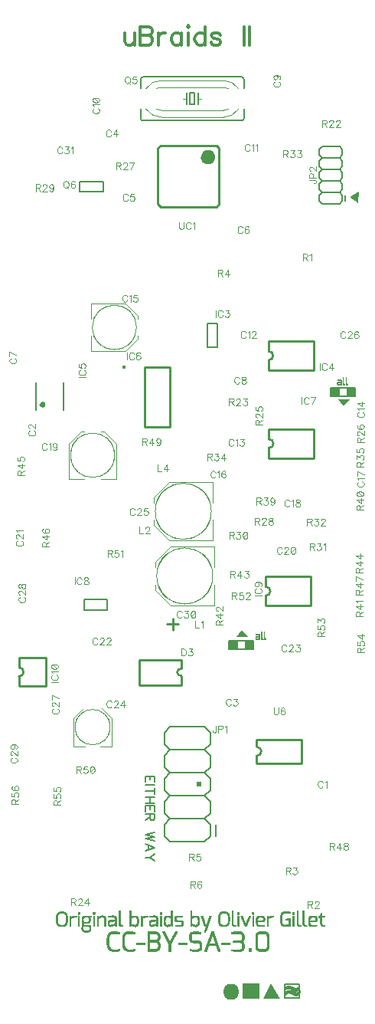
<source format=gto>
G04 DipTrace 3.2.0.1*
G04 ubraids_IIa.GTO*
%MOIN*%
G04 #@! TF.FileFunction,Legend,Top*
G04 #@! TF.Part,Single*
%ADD10C,0.009843*%
%ADD12C,0.001*%
%ADD15C,0.01*%
%ADD16C,0.008*%
%ADD22C,0.006*%
%ADD23O,0.070678X0.070197*%
%ADD24O,0.062987X0.061955*%
%ADD25C,0.024738*%
%ADD32C,0.000013*%
%ADD33C,0.004*%
%ADD35C,0.002*%
%ADD37C,0.015431*%
%ADD90C,0.004632*%
%ADD91C,0.009264*%
%ADD93C,0.006176*%
%ADD94C,0.012351*%
%FSLAX26Y26*%
G04*
G70*
G90*
G75*
G01*
G04 TopSilk*
%LPD*%
X779442Y3356189D2*
D32*
G02X779442Y3356189I96464J0D01*
G01*
X773534Y3393592D2*
D33*
Y3458551D1*
X925128D1*
X978279Y3405405D1*
Y3393592D1*
Y3318786D2*
Y3306973D1*
X925128Y3253827D1*
X773534D1*
Y3318786D1*
X785351Y3389661D2*
G02X966462Y3389661I90556J-33497D01*
G01*
X785351Y3322717D2*
G03X966462Y3322717I90556J33497D01*
G01*
X684583Y2800251D2*
D32*
G02X684583Y2800251I96466J0D01*
G01*
X743646Y2697878D2*
D33*
X678687D1*
Y2849472D1*
X731834Y2902623D1*
X743646D1*
X818453D2*
X830265D1*
X883412Y2849472D1*
Y2697878D1*
X818453D1*
X747577Y2709695D2*
G02X747577Y2890806I33497J90556D01*
G01*
X814522Y2709695D2*
G03X814522Y2890806I-33497J90556D01*
G01*
X704324Y1617710D2*
D32*
G02X704324Y1617710I76774J0D01*
G01*
X747630Y1548807D2*
D33*
G02X747630Y1686613I33484J68903D01*
G01*
X814566Y1548807D2*
G03X814566Y1686613I-33483J68903D01*
G01*
X747630Y1535030D2*
X698421D1*
Y1657083D1*
X741727Y1700390D1*
X820469D2*
X863775Y1657083D1*
Y1535030D1*
X814566D1*
X1054042Y2556500D2*
D32*
G02X1054042Y2556500I122036J0D01*
G01*
X1304041Y2519087D2*
D33*
Y2428547D1*
X1115060D1*
X1048115Y2495467D1*
Y2519087D1*
Y2593913D2*
Y2617533D1*
X1115060Y2684453D1*
X1304041D1*
Y2593913D1*
X1292218Y2519087D2*
G02X1059938Y2519087I-116140J37416D01*
G01*
X1292218Y2593913D2*
G03X1059938Y2593913I-116140J-37416D01*
G01*
X1060293Y2275251D2*
D32*
G02X1060293Y2275251I122036J0D01*
G01*
X1310292Y2237837D2*
D33*
Y2147298D1*
X1121311D1*
X1054366Y2214217D1*
Y2237837D1*
Y2312664D2*
Y2336284D1*
X1121311Y2403203D1*
X1310292D1*
Y2312664D1*
X1298469Y2237837D2*
G02X1066189Y2237837I-116140J37416D01*
G01*
X1298469Y2312664D2*
G03X1066189Y2312664I-116140J-37416D01*
G01*
X1167864Y1911719D2*
D10*
X982817D1*
Y1803439D1*
Y1801478D2*
X1167864D1*
Y1840841D1*
Y1911719D2*
Y1872356D1*
G03X1167864Y1840841I-1844J-15758D01*
G01*
X1547437Y3170196D2*
X1744289D1*
X1547437Y3296164D2*
X1744289D1*
Y3170196D2*
Y3296164D1*
X1547437Y3170196D2*
Y3213492D1*
Y3252868D2*
Y3296164D1*
Y3213492D2*
G03X1547437Y3252868I-3J19688D01*
G01*
X549824Y3018239D2*
D32*
G02X549824Y3018239I5652J0D01*
G01*
X654032Y2998190D2*
D16*
Y3116285D1*
X535922D2*
Y2998190D1*
D37*
X918321Y3183117D3*
X1007571Y3184156D2*
D10*
Y2924326D1*
X1117806Y3184156D2*
Y2924326D1*
X1007571D2*
X1117806D1*
X1007571Y3184156D2*
X1117806D1*
X1548446Y2788364D2*
X1745298D1*
X1548446Y2914332D2*
X1745298D1*
Y2788364D2*
Y2914332D1*
X1548446Y2788364D2*
Y2831660D1*
Y2871036D2*
Y2914332D1*
Y2831660D2*
G03X1548446Y2871036I-3J19688D01*
G01*
X1535183Y2145969D2*
X1732034D1*
X1535183Y2271937D2*
X1732034D1*
Y2145969D2*
Y2271937D1*
X1535183Y2145969D2*
Y2189265D1*
Y2228641D2*
Y2271937D1*
Y2189265D2*
G03X1535183Y2228641I-3J19688D01*
G01*
X460922Y1795189D2*
X579032D1*
X460922Y1921157D2*
X579032D1*
Y1795189D2*
Y1921157D1*
X460922Y1795189D2*
Y1838485D1*
Y1877861D2*
Y1921157D1*
Y1838485D2*
G03X460922Y1877861I13J19688D01*
G01*
G36*
X1234086Y1359000D2*
X1254066D1*
Y1379000D1*
X1234086D1*
Y1359000D1*
G37*
X1269096Y1119000D2*
D22*
X1294094Y1144000D1*
Y1194000D2*
X1269096Y1219000D1*
X1294094Y1244000D1*
Y1294000D2*
X1269096Y1319000D1*
X1294094Y1344000D1*
Y1394000D2*
X1269096Y1419000D1*
X1294094Y1444000D1*
Y1494000D2*
X1269096Y1519000D1*
Y1119000D2*
X1119089D1*
X1094091Y1144000D1*
Y1194000D1*
X1119089Y1219000D1*
X1094091Y1244000D1*
Y1294000D1*
X1119089Y1319000D1*
X1094091Y1344000D1*
Y1394000D1*
X1119089Y1419000D1*
X1094091Y1444000D1*
Y1494000D1*
X1119089Y1519000D1*
Y1219000D2*
X1269096D1*
X1119089Y1319000D2*
X1269096D1*
X1119089Y1419000D2*
X1269096D1*
X1119089Y1519000D2*
X1269096D1*
X1294094Y1444000D2*
Y1494000D1*
Y1344000D2*
Y1394000D1*
Y1244000D2*
Y1294000D1*
Y1144000D2*
Y1194000D1*
X1269096Y1519000D2*
X1294094Y1544000D1*
Y1594000D2*
X1269096Y1619000D1*
X1119089Y1519000D2*
X1094091Y1544000D1*
Y1594000D1*
X1119089Y1619000D1*
X1269096D1*
X1294094Y1544000D2*
Y1594000D1*
X1319091Y1144000D2*
D16*
Y1194000D1*
X1856596Y3894000D2*
D22*
X1869095Y3906500D1*
Y3931500D2*
X1856596Y3944000D1*
X1869095Y3956500D1*
Y3981500D2*
X1856596Y3994000D1*
X1869095Y4006500D1*
Y4031500D2*
X1856596Y4044000D1*
X1869095Y4056500D1*
Y4081500D2*
X1856596Y4094000D1*
Y3894000D2*
X1781592D1*
X1769093Y3906500D1*
Y3931500D1*
X1781592Y3944000D1*
X1769093Y3956500D1*
Y3981500D1*
X1781592Y3994000D1*
X1769093Y4006500D1*
Y4031500D1*
X1781592Y4044000D1*
X1769093Y4056500D1*
Y4081500D1*
X1781592Y4094000D1*
Y3944000D2*
X1856596D1*
X1781592Y3994000D2*
X1856596D1*
X1781592Y4044000D2*
X1856596D1*
X1781592Y4094000D2*
X1856596D1*
X1869095Y4056500D2*
Y4081500D1*
Y4006500D2*
Y4031500D1*
Y3956500D2*
Y3981500D1*
Y3906500D2*
Y3931500D1*
X1856596Y4094000D2*
X1869095Y4106500D1*
Y4131500D2*
X1856596Y4144000D1*
X1781592Y4094000D2*
X1769093Y4106500D1*
Y4131500D1*
X1781592Y4144000D1*
X1856596D1*
X1869095Y4106500D2*
Y4131500D1*
X1881593Y3906500D2*
D16*
Y3931500D1*
X1014210Y4395241D2*
D35*
G02X1080349Y4430258I66126J-44928D01*
G01*
X990315Y4395241D2*
D22*
Y4435255D1*
X1350333Y4430258D2*
D35*
G02X1416472Y4395241I32J-79908D01*
G01*
X1440367D2*
D22*
Y4435255D1*
X1350333Y4300241D2*
D35*
X1080349D1*
X1350333Y4270240D2*
X1080349D1*
Y4400257D2*
X1350333D1*
X1430337Y4255249D2*
D22*
X1000345D1*
X1430337D2*
G03X1440367Y4265243I32J9998D01*
G01*
Y4305257D1*
X1350333Y4300241D2*
D35*
G03X1372163Y4305257I-73J50328D01*
G01*
X1350333Y4400257D2*
G02X1372163Y4395241I-4J-50027D01*
G01*
X1350333Y4270240D2*
G03X1416472Y4305257I-6J79980D01*
G01*
X1014210D2*
G03X1080349Y4270240I66154J44981D01*
G01*
X1058519Y4305257D2*
G03X1080349Y4300241I21763J44703D01*
G01*
X1058519Y4395241D2*
G02X1080349Y4400257I21951J-45523D01*
G01*
X990315Y4265243D2*
D22*
Y4305257D1*
Y4265243D2*
G03X1000345Y4255249I10064J70D01*
G01*
X1080349Y4430258D2*
D35*
X1350333D1*
X1430337Y4445249D2*
D22*
X1000345D1*
X1430337D2*
G02X1440367Y4435255I-1J-10031D01*
G01*
X990315D2*
G02X1000345Y4445249I10031J-37D01*
G01*
X1205370Y4375253D2*
Y4325245D1*
X1225312D1*
Y4375253D1*
X1205370D1*
X1190325D2*
Y4350249D1*
Y4325245D1*
Y4350249D2*
D35*
X1175339D1*
X1240357Y4375253D2*
D22*
Y4350249D1*
Y4325245D1*
Y4350249D2*
D35*
X1255343D1*
X1495713Y1461562D2*
D10*
X1692567D1*
X1495713Y1563939D2*
X1692567D1*
Y1461562D2*
Y1563939D1*
X1495713Y1493056D2*
Y1461562D1*
Y1532445D2*
Y1563939D1*
Y1493056D2*
G03X1495713Y1532445I-9J19694D01*
G01*
X1253452Y4092926D2*
D32*
G02X1253452Y4092926I23619J0D01*
G01*
X1331210Y3892136D2*
D15*
X1320364Y3881289D1*
X1076281D1*
X1065435Y3892136D1*
Y4136219D1*
X1076281Y4147065D1*
X1320364D1*
X1331210Y4136219D1*
Y3892136D1*
X723496Y3990598D2*
D22*
X828459D1*
Y3947076D1*
X723496D1*
Y3990598D1*
G36*
X1436095Y502490D2*
X1507544D1*
Y436537D1*
X1436095D1*
Y502490D1*
G37*
G36*
X1597030Y437932D2*
X1523452D1*
X1558610Y503899D1*
X1597030Y437932D1*
G37*
D23*
X1383366Y467902D3*
X1617265Y500844D2*
D16*
X1679860D1*
Y441438D1*
X1617265D1*
Y500844D1*
D24*
X1284593Y4098362D3*
G36*
X1900355Y3924171D2*
X1940598Y3948316D1*
X1938586Y3898012D1*
D1*
X1900355Y3924171D1*
G37*
D25*
X563950Y3019089D3*
X744137Y2175063D2*
D22*
X844127D1*
Y2125068D1*
X744137D1*
Y2175063D1*
X1281581Y3374937D2*
X1325326D1*
Y3268698D1*
X1281581D1*
Y3374937D1*
G36*
X1819090Y3094000D2*
X1856590D1*
Y3056500D1*
X1819090D1*
Y3094000D1*
G37*
G36*
X1887841D2*
X1925341D1*
Y3056500D1*
X1887841D1*
Y3094000D1*
G37*
G36*
X1850341Y3044000D2*
X1875341Y3012751D1*
X1900341Y3044000D1*
D1*
X1850341D1*
G37*
G36*
X1375341Y1994000D2*
X1412841D1*
Y1956500D1*
X1375341D1*
Y1994000D1*
G37*
G36*
X1444090D2*
X1481590D1*
Y1956500D1*
X1444090D1*
Y1994000D1*
G37*
G36*
X1456590Y2009625D2*
X1431590Y2040874D1*
X1406590Y2009625D1*
D1*
X1456590D1*
G37*
X1819091Y3094000D2*
D22*
X1925341D1*
Y3056500D1*
X1819091D1*
Y3094000D1*
X1375341Y1994000D2*
X1481591D1*
Y1956500D1*
X1375341D1*
Y1994000D1*
X1629203Y493630D2*
D12*
X1638203D1*
X1626900Y492630D2*
X1641006D1*
X1624900Y491630D2*
X1643591D1*
X1680203D2*
X1681203D1*
X1623180Y490630D2*
X1645926D1*
X1679199D2*
X1681203D1*
X1621700Y489630D2*
X1648089D1*
X1678164D2*
X1681203D1*
X1620465Y488630D2*
X1650159D1*
X1677033D2*
X1681203D1*
X1619461Y487630D2*
X1652191D1*
X1675750D2*
X1681203D1*
X1618648Y486630D2*
X1654264D1*
X1674265D2*
X1681203D1*
X1617921Y485630D2*
X1656662D1*
X1672290D2*
X1681203D1*
X1617254Y484630D2*
X1659993D1*
X1669205D2*
X1681203D1*
X1616750Y483630D2*
X1664684D1*
X1664642D2*
X1681199D1*
X1616453Y482630D2*
X1681160D1*
X1616307Y481630D2*
X1680993D1*
X1616243Y480630D2*
X1628558D1*
X1636161D2*
X1680587D1*
X1616218Y479630D2*
X1626260D1*
X1638990D2*
X1679925D1*
X1616208Y478630D2*
X1624351D1*
X1641548D2*
X1679088D1*
X1616205Y477630D2*
X1622769D1*
X1643759D2*
X1678159D1*
X1616204Y476630D2*
X1621454D1*
X1645682D2*
X1677183D1*
X1616203Y475630D2*
X1620306D1*
X1647500D2*
X1676154D1*
X1616203Y474630D2*
X1619242D1*
X1649393D2*
X1674992D1*
X1616203Y473630D2*
X1618217D1*
X1651477D2*
X1673587D1*
X1616203Y472630D2*
X1617203D1*
X1653841D2*
X1671926D1*
X1656463Y471630D2*
X1670097D1*
X1659203Y470630D2*
X1668203D1*
X1631015Y474420D2*
X1640015D1*
X1628712Y473420D2*
X1642819D1*
X1626712Y472420D2*
X1645404D1*
X1682015D2*
X1683015D1*
X1624992Y471420D2*
X1647738D1*
X1681011D2*
X1683015D1*
X1623513Y470420D2*
X1649901D1*
X1679976D2*
X1683015D1*
X1622277Y469420D2*
X1651971D1*
X1678845D2*
X1683015D1*
X1621274Y468420D2*
X1654003D1*
X1677562D2*
X1683015D1*
X1620461Y467420D2*
X1656076D1*
X1676077D2*
X1683015D1*
X1619734Y466420D2*
X1658475D1*
X1674102D2*
X1683015D1*
X1619066Y465420D2*
X1661806D1*
X1671018D2*
X1683015D1*
X1618562Y464420D2*
X1666497D1*
X1666454D2*
X1683011D1*
X1618266Y463420D2*
X1682972D1*
X1618120Y462420D2*
X1682806D1*
X1618056Y461420D2*
X1630370D1*
X1637973D2*
X1682400D1*
X1618030Y460420D2*
X1628072D1*
X1640802D2*
X1681737D1*
X1618021Y459420D2*
X1626163D1*
X1643361D2*
X1680901D1*
X1618017Y458420D2*
X1624582D1*
X1645571D2*
X1679971D1*
X1618016Y457420D2*
X1623267D1*
X1647495D2*
X1678995D1*
X1618015Y456420D2*
X1622118D1*
X1649313D2*
X1677967D1*
X1618015Y455420D2*
X1621055D1*
X1651205D2*
X1676804D1*
X1618015Y454420D2*
X1620029D1*
X1653289D2*
X1675399D1*
X1618015Y453420D2*
X1619015D1*
X1655653D2*
X1673738D1*
X1658276Y452420D2*
X1671909D1*
X1661015Y451420D2*
X1670015D1*
X894465Y820291D2*
X899465D1*
X942465D2*
X947465D1*
X1122465D2*
X1128465D1*
X1207465D2*
X1212465D1*
X1386465D2*
X1391465D1*
X1669465D2*
X1674465D1*
X1695465D2*
X1700465D1*
X894465Y819291D2*
X899465D1*
X942465D2*
X947465D1*
X1122465D2*
X1128465D1*
X1207465D2*
X1212465D1*
X1386465D2*
X1391465D1*
X1669465D2*
X1674465D1*
X1695465D2*
X1700465D1*
X894465Y818291D2*
X899465D1*
X942465D2*
X947465D1*
X1122465D2*
X1128465D1*
X1207465D2*
X1212465D1*
X1386465D2*
X1391465D1*
X1669465D2*
X1674465D1*
X1695465D2*
X1700465D1*
X894465Y817291D2*
X899465D1*
X942465D2*
X947465D1*
X1122465D2*
X1128465D1*
X1207465D2*
X1212465D1*
X1386465D2*
X1391465D1*
X1669465D2*
X1674465D1*
X1695465D2*
X1700465D1*
X639465Y816291D2*
X652465D1*
X894465D2*
X899465D1*
X942465D2*
X947465D1*
X1122465D2*
X1128465D1*
X1207465D2*
X1212465D1*
X1345465D2*
X1358465D1*
X1386465D2*
X1391465D1*
X1612465D2*
X1626465D1*
X1669465D2*
X1674465D1*
X1695465D2*
X1700465D1*
X636123Y815291D2*
X655808D1*
X894465D2*
X899465D1*
X942465D2*
X947465D1*
X1122465D2*
X1128465D1*
X1207465D2*
X1212465D1*
X1342123D2*
X1361808D1*
X1386465D2*
X1391465D1*
X1610046D2*
X1633122D1*
X1669465D2*
X1674465D1*
X1695465D2*
X1700465D1*
X633428Y814291D2*
X658503D1*
X894465D2*
X899465D1*
X942465D2*
X947465D1*
X1122465D2*
X1128465D1*
X1207465D2*
X1212465D1*
X1339428D2*
X1364503D1*
X1386465D2*
X1391465D1*
X1607930D2*
X1639465D1*
X1669465D2*
X1674465D1*
X1695465D2*
X1700465D1*
X631398Y813291D2*
X660532D1*
X894465D2*
X899465D1*
X942465D2*
X947465D1*
X1122465D2*
X1128465D1*
X1207465D2*
X1212465D1*
X1337398D2*
X1366532D1*
X1386465D2*
X1391465D1*
X1606226D2*
X1639465D1*
X1669465D2*
X1674465D1*
X1695465D2*
X1700465D1*
X629871Y812291D2*
X662063D1*
X716465D2*
X723465D1*
X782465D2*
X789465D1*
X894465D2*
X899465D1*
X942465D2*
X947465D1*
X1073465D2*
X1080465D1*
X1122465D2*
X1128465D1*
X1207465D2*
X1212465D1*
X1335871D2*
X1368063D1*
X1386465D2*
X1391465D1*
X1411465D2*
X1418465D1*
X1475465D2*
X1482465D1*
X1604951D2*
X1639465D1*
X1651465D2*
X1658465D1*
X1669465D2*
X1674465D1*
X1695465D2*
X1700465D1*
X628665Y811291D2*
X663301D1*
X716465D2*
X723465D1*
X782465D2*
X789465D1*
X894465D2*
X899465D1*
X942465D2*
X947465D1*
X1073465D2*
X1080465D1*
X1122465D2*
X1128465D1*
X1207465D2*
X1212465D1*
X1334665D2*
X1369301D1*
X1386465D2*
X1391465D1*
X1411465D2*
X1418465D1*
X1475465D2*
X1482465D1*
X1604005D2*
X1639465D1*
X1651465D2*
X1658465D1*
X1669465D2*
X1674465D1*
X1695465D2*
X1700465D1*
X1773465D2*
X1777465D1*
X627696Y810291D2*
X664366D1*
X716465D2*
X723465D1*
X782465D2*
X789465D1*
X894465D2*
X899465D1*
X942465D2*
X947465D1*
X1073465D2*
X1080465D1*
X1122465D2*
X1128465D1*
X1207465D2*
X1212465D1*
X1333696D2*
X1370366D1*
X1386465D2*
X1391465D1*
X1411465D2*
X1418465D1*
X1475465D2*
X1482465D1*
X1603216D2*
X1615900D1*
X1623465D2*
X1639465D1*
X1651465D2*
X1658465D1*
X1669465D2*
X1674465D1*
X1695465D2*
X1700465D1*
X1773465D2*
X1777465D1*
X626932Y809291D2*
X636507D1*
X655072D2*
X665273D1*
X716465D2*
X723465D1*
X782465D2*
X789465D1*
X894465D2*
X899465D1*
X942465D2*
X947465D1*
X1073465D2*
X1080465D1*
X1122465D2*
X1128465D1*
X1207465D2*
X1212465D1*
X1332932D2*
X1342507D1*
X1361072D2*
X1371273D1*
X1386465D2*
X1391465D1*
X1411465D2*
X1418465D1*
X1475465D2*
X1482465D1*
X1602491D2*
X1612898D1*
X1651465D2*
X1658465D1*
X1669465D2*
X1674465D1*
X1695465D2*
X1700465D1*
X1773465D2*
X1777465D1*
X626306Y808291D2*
X634679D1*
X657238D2*
X666009D1*
X716469D2*
X723461D1*
X782469D2*
X789461D1*
X894465D2*
X899465D1*
X942465D2*
X947465D1*
X1073469D2*
X1080461D1*
X1122465D2*
X1128465D1*
X1207465D2*
X1212465D1*
X1332306D2*
X1340679D1*
X1363238D2*
X1372009D1*
X1386465D2*
X1391465D1*
X1411469D2*
X1418461D1*
X1475469D2*
X1482461D1*
X1601850D2*
X1610638D1*
X1651469D2*
X1658461D1*
X1669465D2*
X1674465D1*
X1695465D2*
X1700465D1*
X1773461D2*
X1777465D1*
X625750Y807291D2*
X633120D1*
X658873D2*
X666595D1*
X716507D2*
X723423D1*
X782507D2*
X789423D1*
X894465D2*
X899465D1*
X942465D2*
X947465D1*
X1073507D2*
X1080423D1*
X1122465D2*
X1128465D1*
X1207465D2*
X1212465D1*
X1331750D2*
X1339120D1*
X1364873D2*
X1372595D1*
X1386465D2*
X1391465D1*
X1411507D2*
X1418423D1*
X1475507D2*
X1482423D1*
X1601307D2*
X1609011D1*
X1651507D2*
X1658423D1*
X1669465D2*
X1674465D1*
X1695465D2*
X1700465D1*
X1773426D2*
X1777465D1*
X625229Y806291D2*
X631914D1*
X660066D2*
X667051D1*
X716662D2*
X723269D1*
X782662D2*
X789269D1*
X894465D2*
X899465D1*
X942465D2*
X947465D1*
X1073662D2*
X1080269D1*
X1122465D2*
X1128465D1*
X1207465D2*
X1212465D1*
X1331229D2*
X1337914D1*
X1366066D2*
X1373051D1*
X1386465D2*
X1391465D1*
X1411662D2*
X1418269D1*
X1475662D2*
X1482269D1*
X1600869D2*
X1607839D1*
X1651662D2*
X1658269D1*
X1669465D2*
X1674465D1*
X1695465D2*
X1700465D1*
X1773299D2*
X1777465D1*
X624723Y805291D2*
X631025D1*
X660932D2*
X667424D1*
X717004D2*
X722927D1*
X783004D2*
X788927D1*
X894465D2*
X899465D1*
X942465D2*
X947465D1*
X1074004D2*
X1079927D1*
X1122465D2*
X1128465D1*
X1207465D2*
X1212465D1*
X1330723D2*
X1337025D1*
X1366932D2*
X1373424D1*
X1386465D2*
X1391465D1*
X1412004D2*
X1417927D1*
X1476004D2*
X1481927D1*
X1600503D2*
X1606991D1*
X1652004D2*
X1657927D1*
X1669465D2*
X1674465D1*
X1695465D2*
X1700465D1*
X1773059D2*
X1777465D1*
X624252Y804291D2*
X630342D1*
X661600D2*
X667785D1*
X717465D2*
X722465D1*
X783465D2*
X788465D1*
X894465D2*
X899465D1*
X942465D2*
X947465D1*
X1074465D2*
X1079465D1*
X1122465D2*
X1128465D1*
X1207465D2*
X1212465D1*
X1330252D2*
X1336342D1*
X1367600D2*
X1373785D1*
X1386465D2*
X1391465D1*
X1412465D2*
X1417465D1*
X1476465D2*
X1481465D1*
X1600145D2*
X1606361D1*
X1652465D2*
X1657465D1*
X1669465D2*
X1674465D1*
X1695465D2*
X1700465D1*
X1772803D2*
X1777465D1*
X623847Y803291D2*
X629767D1*
X662168D2*
X668098D1*
X894465D2*
X899465D1*
X942465D2*
X947465D1*
X1122465D2*
X1128465D1*
X1207465D2*
X1212465D1*
X1329847D2*
X1335767D1*
X1368168D2*
X1374098D1*
X1386465D2*
X1391465D1*
X1599832D2*
X1605888D1*
X1669465D2*
X1674465D1*
X1695465D2*
X1700465D1*
X1772629D2*
X1777465D1*
X623495Y802291D2*
X629272D1*
X662660D2*
X668329D1*
X894465D2*
X899465D1*
X942465D2*
X947465D1*
X1122465D2*
X1128465D1*
X1207465D2*
X1212465D1*
X1329495D2*
X1335272D1*
X1368660D2*
X1374329D1*
X1386465D2*
X1391465D1*
X1599602D2*
X1605510D1*
X1669465D2*
X1674465D1*
X1695465D2*
X1700465D1*
X1772528D2*
X1777465D1*
X623142Y801291D2*
X628892D1*
X663040D2*
X668557D1*
X894465D2*
X899465D1*
X942465D2*
X947465D1*
X1122465D2*
X1128465D1*
X1207465D2*
X1212465D1*
X1329142D2*
X1334892D1*
X1369040D2*
X1374557D1*
X1386465D2*
X1391465D1*
X1599374D2*
X1605147D1*
X1669465D2*
X1674465D1*
X1695465D2*
X1700465D1*
X1772392D2*
X1777465D1*
X622835Y800291D2*
X628659D1*
X663272D2*
X668842D1*
X894465D2*
X899465D1*
X942465D2*
X947465D1*
X1122465D2*
X1128465D1*
X1207465D2*
X1212465D1*
X1328835D2*
X1334659D1*
X1369272D2*
X1374842D1*
X1386465D2*
X1391465D1*
X1599089D2*
X1604833D1*
X1669465D2*
X1674465D1*
X1695465D2*
X1700465D1*
X1772135D2*
X1777465D1*
X622641Y799291D2*
X628509D1*
X663421D2*
X669117D1*
X822465D2*
X823465D1*
X866465D2*
X872465D1*
X894465D2*
X899465D1*
X942465D2*
X947469D1*
X1046465D2*
X1052465D1*
X1122461D2*
X1128465D1*
X1207465D2*
X1212469D1*
X1328641D2*
X1334509D1*
X1369421D2*
X1375117D1*
X1386465D2*
X1391465D1*
X1598814D2*
X1604602D1*
X1669465D2*
X1674465D1*
X1695465D2*
X1700465D1*
X1770677D2*
X1777465D1*
X622536Y798291D2*
X628331D1*
X663599D2*
X669298D1*
X680465D2*
X683465D1*
X698465D2*
X709465D1*
X717465D2*
X722465D1*
X743465D2*
X774465D1*
X783465D2*
X788465D1*
X800465D2*
X803465D1*
X818619D2*
X826808D1*
X859027D2*
X874881D1*
X894465D2*
X899465D1*
X942465D2*
X947507D1*
X957465D2*
X970465D1*
X991465D2*
X994465D1*
X1009465D2*
X1020465D1*
X1039027D2*
X1054881D1*
X1074465D2*
X1079465D1*
X1099465D2*
X1112465D1*
X1122423D2*
X1128465D1*
X1144465D2*
X1164465D1*
X1207465D2*
X1212507D1*
X1222465D2*
X1235465D1*
X1252465D2*
X1258465D1*
X1290465D2*
X1296465D1*
X1328536D2*
X1334331D1*
X1369599D2*
X1375298D1*
X1386465D2*
X1391465D1*
X1412465D2*
X1417465D1*
X1425465D2*
X1431465D1*
X1461465D2*
X1468465D1*
X1476465D2*
X1481465D1*
X1503465D2*
X1520465D1*
X1539465D2*
X1542465D1*
X1557465D2*
X1568465D1*
X1598633D2*
X1604374D1*
X1652465D2*
X1657465D1*
X1669465D2*
X1674465D1*
X1695465D2*
X1700465D1*
X1731465D2*
X1748465D1*
X1768554D2*
X1791465D1*
X622456Y797291D2*
X628071D1*
X663859D2*
X669398D1*
X680465D2*
X683965D1*
X696004D2*
X709465D1*
X717465D2*
X722465D1*
X741511D2*
X774458D1*
X783465D2*
X788465D1*
X800465D2*
X803977D1*
X815462D2*
X829499D1*
X853587D2*
X876966D1*
X894465D2*
X899465D1*
X942465D2*
X947662D1*
X953351D2*
X972231D1*
X991465D2*
X994965D1*
X1007004D2*
X1020465D1*
X1033587D2*
X1056966D1*
X1074465D2*
X1079465D1*
X1098004D2*
X1116580D1*
X1122269D2*
X1128465D1*
X1143008D2*
X1172465D1*
X1207465D2*
X1212662D1*
X1218351D2*
X1237231D1*
X1252811D2*
X1258965D1*
X1289966D2*
X1296120D1*
X1328456D2*
X1334071D1*
X1369859D2*
X1375398D1*
X1386465D2*
X1391465D1*
X1412465D2*
X1417465D1*
X1425965D2*
X1432082D1*
X1461307D2*
X1467966D1*
X1476465D2*
X1481465D1*
X1501200D2*
X1522505D1*
X1539465D2*
X1542965D1*
X1555004D2*
X1568465D1*
X1598533D2*
X1604089D1*
X1652465D2*
X1657465D1*
X1669465D2*
X1674465D1*
X1695465D2*
X1700465D1*
X1729200D2*
X1750505D1*
X1766415D2*
X1791465D1*
X622310Y796291D2*
X627807D1*
X664124D2*
X669476D1*
X680465D2*
X684384D1*
X693713D2*
X709465D1*
X717465D2*
X722465D1*
X739714D2*
X774372D1*
X783465D2*
X788465D1*
X800465D2*
X804507D1*
X812805D2*
X831493D1*
X849712D2*
X878578D1*
X894465D2*
X899465D1*
X942465D2*
X948004D1*
X949382D2*
X973687D1*
X991465D2*
X995384D1*
X1004713D2*
X1020465D1*
X1029712D2*
X1058578D1*
X1074465D2*
X1079465D1*
X1096720D2*
X1120549D1*
X1121927D2*
X1128465D1*
X1141756D2*
X1172465D1*
X1207465D2*
X1213004D1*
X1214382D2*
X1238687D1*
X1253144D2*
X1259380D1*
X1289550D2*
X1295787D1*
X1328310D2*
X1333807D1*
X1370124D2*
X1375476D1*
X1386465D2*
X1391465D1*
X1412465D2*
X1417465D1*
X1426380D2*
X1432621D1*
X1461024D2*
X1467546D1*
X1476465D2*
X1481465D1*
X1499328D2*
X1524199D1*
X1539465D2*
X1543384D1*
X1552713D2*
X1568465D1*
X1598455D2*
X1603814D1*
X1652465D2*
X1657465D1*
X1669465D2*
X1674465D1*
X1695465D2*
X1700465D1*
X1727328D2*
X1752199D1*
X1764673D2*
X1791465D1*
X622063Y795291D2*
X627630D1*
X664301D2*
X669621D1*
X680465D2*
X684808D1*
X691529D2*
X709465D1*
X717465D2*
X722465D1*
X738247D2*
X774161D1*
X783465D2*
X788465D1*
X800465D2*
X805178D1*
X810238D2*
X832893D1*
X848320D2*
X879736D1*
X894465D2*
X899465D1*
X942465D2*
X974779D1*
X991465D2*
X995808D1*
X1002529D2*
X1020465D1*
X1028320D2*
X1059736D1*
X1074465D2*
X1079465D1*
X1095610D2*
X1128465D1*
X1140742D2*
X1172465D1*
X1207465D2*
X1239779D1*
X1253461D2*
X1259769D1*
X1289161D2*
X1295470D1*
X1328063D2*
X1333630D1*
X1370301D2*
X1375621D1*
X1386465D2*
X1391465D1*
X1412465D2*
X1417465D1*
X1426769D2*
X1433060D1*
X1460638D2*
X1467126D1*
X1476465D2*
X1481465D1*
X1497852D2*
X1525505D1*
X1539465D2*
X1543808D1*
X1550529D2*
X1568465D1*
X1598310D2*
X1603633D1*
X1652465D2*
X1657465D1*
X1669465D2*
X1674465D1*
X1695465D2*
X1700465D1*
X1725852D2*
X1753505D1*
X1763936D2*
X1791465D1*
X621804Y794291D2*
X627536D1*
X664394D2*
X669868D1*
X680465D2*
X685286D1*
X689310D2*
X709465D1*
X717465D2*
X722465D1*
X737153D2*
X773034D1*
X783465D2*
X788465D1*
X800465D2*
X806708D1*
X807446D2*
X833860D1*
X847855D2*
X880630D1*
X894465D2*
X899465D1*
X942465D2*
X975650D1*
X991465D2*
X996286D1*
X1000310D2*
X1020465D1*
X1027855D2*
X1060630D1*
X1074465D2*
X1079465D1*
X1094677D2*
X1128465D1*
X1139956D2*
X1172465D1*
X1207465D2*
X1240650D1*
X1253802D2*
X1260125D1*
X1288805D2*
X1295128D1*
X1327804D2*
X1333536D1*
X1370394D2*
X1375868D1*
X1386465D2*
X1391465D1*
X1412465D2*
X1417465D1*
X1427125D2*
X1433431D1*
X1460219D2*
X1466678D1*
X1476465D2*
X1481465D1*
X1496660D2*
X1526514D1*
X1539465D2*
X1544286D1*
X1548310D2*
X1568465D1*
X1598063D2*
X1603537D1*
X1652465D2*
X1657465D1*
X1669465D2*
X1674465D1*
X1695465D2*
X1700465D1*
X1724660D2*
X1754514D1*
X1763682D2*
X1791465D1*
X621629Y793291D2*
X627494D1*
X664437D2*
X670126D1*
X680465D2*
X685844D1*
X686941D2*
X709465D1*
X717465D2*
X722465D1*
X736285D2*
X771532D1*
X783465D2*
X788465D1*
X800465D2*
X834572D1*
X847612D2*
X881369D1*
X894465D2*
X899465D1*
X942465D2*
X976414D1*
X991465D2*
X996844D1*
X997941D2*
X1020465D1*
X1027612D2*
X1061369D1*
X1074465D2*
X1079465D1*
X1093930D2*
X1128465D1*
X1139353D2*
X1172465D1*
X1207465D2*
X1241414D1*
X1254138D2*
X1260453D1*
X1288477D2*
X1294793D1*
X1327629D2*
X1333494D1*
X1370437D2*
X1376126D1*
X1386465D2*
X1391465D1*
X1412465D2*
X1417465D1*
X1427457D2*
X1433825D1*
X1459834D2*
X1466234D1*
X1476465D2*
X1481465D1*
X1495695D2*
X1527322D1*
X1539465D2*
X1544844D1*
X1545941D2*
X1568465D1*
X1597804D2*
X1603494D1*
X1652465D2*
X1657465D1*
X1669465D2*
X1674465D1*
X1695465D2*
X1700465D1*
X1723695D2*
X1755322D1*
X1763553D2*
X1791465D1*
X621536Y792291D2*
X627476D1*
X664455D2*
X670302D1*
X680465D2*
X700862D1*
X707465D2*
X709465D1*
X717465D2*
X722465D1*
X735552D2*
X769994D1*
X783465D2*
X788465D1*
X800465D2*
X817820D1*
X826269D2*
X835158D1*
X847465D2*
X851465D1*
X874427D2*
X881906D1*
X894465D2*
X899465D1*
X942465D2*
X958026D1*
X968265D2*
X977071D1*
X991465D2*
X1011862D1*
X1018465D2*
X1020465D1*
X1027465D2*
X1031465D1*
X1054427D2*
X1061906D1*
X1074465D2*
X1079465D1*
X1093339D2*
X1102545D1*
X1111904D2*
X1128465D1*
X1138923D2*
X1146855D1*
X1207465D2*
X1223026D1*
X1233265D2*
X1242071D1*
X1254458D2*
X1260799D1*
X1288131D2*
X1294473D1*
X1327536D2*
X1333476D1*
X1370455D2*
X1376302D1*
X1386465D2*
X1391465D1*
X1412465D2*
X1417465D1*
X1427835D2*
X1434261D1*
X1459486D2*
X1465840D1*
X1476465D2*
X1481465D1*
X1494936D2*
X1508135D1*
X1514796D2*
X1527921D1*
X1539465D2*
X1559862D1*
X1566465D2*
X1568465D1*
X1597629D2*
X1603476D1*
X1652465D2*
X1657465D1*
X1669465D2*
X1674465D1*
X1695465D2*
X1700465D1*
X1722936D2*
X1736135D1*
X1742796D2*
X1755921D1*
X1763496D2*
X1791465D1*
X621493Y791291D2*
X627469D1*
X664462D2*
X670395D1*
X680465D2*
X696732D1*
X717465D2*
X722465D1*
X734988D2*
X743666D1*
X760227D2*
X769217D1*
X783465D2*
X788465D1*
X800465D2*
X814526D1*
X827850D2*
X835660D1*
X875295D2*
X882248D1*
X894465D2*
X899465D1*
X942465D2*
X953526D1*
X969815D2*
X977616D1*
X991465D2*
X1007732D1*
X1055295D2*
X1062248D1*
X1074465D2*
X1079465D1*
X1092880D2*
X1100845D1*
X1116405D2*
X1128465D1*
X1138675D2*
X1145650D1*
X1207465D2*
X1218526D1*
X1234815D2*
X1242616D1*
X1254801D2*
X1261137D1*
X1287794D2*
X1294130D1*
X1327493D2*
X1333469D1*
X1370462D2*
X1376395D1*
X1386465D2*
X1391465D1*
X1412465D2*
X1417465D1*
X1428264D2*
X1434700D1*
X1459101D2*
X1465488D1*
X1476465D2*
X1481465D1*
X1494345D2*
X1504676D1*
X1518251D2*
X1528368D1*
X1539465D2*
X1555732D1*
X1597536D2*
X1603469D1*
X1652465D2*
X1657465D1*
X1669465D2*
X1674465D1*
X1695465D2*
X1700465D1*
X1722345D2*
X1732676D1*
X1746251D2*
X1756368D1*
X1772465D2*
X1777465D1*
X621476Y790291D2*
X627467D1*
X664464D2*
X670437D1*
X680465D2*
X693236D1*
X717465D2*
X722465D1*
X734554D2*
X742120D1*
X761648D2*
X769161D1*
X783465D2*
X788465D1*
X800465D2*
X811660D1*
X829146D2*
X836078D1*
X876016D2*
X882526D1*
X894465D2*
X899465D1*
X942465D2*
X950481D1*
X971018D2*
X978026D1*
X991465D2*
X1004236D1*
X1056016D2*
X1062526D1*
X1074465D2*
X1079465D1*
X1092507D2*
X1099526D1*
X1119450D2*
X1128465D1*
X1138553D2*
X1144852D1*
X1207465D2*
X1215481D1*
X1236018D2*
X1243026D1*
X1255138D2*
X1261458D1*
X1287473D2*
X1293793D1*
X1327476D2*
X1333467D1*
X1370464D2*
X1376437D1*
X1386465D2*
X1391465D1*
X1412465D2*
X1417465D1*
X1428701D2*
X1435092D1*
X1458668D2*
X1465102D1*
X1476465D2*
X1481465D1*
X1493916D2*
X1502321D1*
X1520571D2*
X1528762D1*
X1539465D2*
X1552236D1*
X1597493D2*
X1603467D1*
X1652465D2*
X1657465D1*
X1669465D2*
X1674465D1*
X1695465D2*
X1700465D1*
X1721916D2*
X1730321D1*
X1748571D2*
X1756762D1*
X1772465D2*
X1777465D1*
X621469Y789291D2*
X627466D1*
X664465D2*
X670455D1*
X680465D2*
X690396D1*
X717465D2*
X722465D1*
X734166D2*
X740952D1*
X762750D2*
X769287D1*
X783465D2*
X788465D1*
X800465D2*
X809284D1*
X830142D2*
X836434D1*
X876594D2*
X882830D1*
X894465D2*
X899465D1*
X942465D2*
X948457D1*
X971902D2*
X978300D1*
X991465D2*
X1001396D1*
X1056594D2*
X1062830D1*
X1074465D2*
X1079465D1*
X1092142D2*
X1098576D1*
X1121473D2*
X1128465D1*
X1138499D2*
X1144288D1*
X1207465D2*
X1213457D1*
X1236902D2*
X1243300D1*
X1255458D2*
X1261801D1*
X1287130D2*
X1293473D1*
X1327469D2*
X1333466D1*
X1370465D2*
X1376455D1*
X1386465D2*
X1391465D1*
X1412465D2*
X1417465D1*
X1429092D2*
X1435443D1*
X1458230D2*
X1464668D1*
X1476465D2*
X1481465D1*
X1493635D2*
X1500792D1*
X1522200D2*
X1529086D1*
X1539465D2*
X1549396D1*
X1597476D2*
X1603466D1*
X1652465D2*
X1657465D1*
X1669465D2*
X1674465D1*
X1695465D2*
X1700465D1*
X1721635D2*
X1728792D1*
X1750200D2*
X1757086D1*
X1772465D2*
X1777465D1*
X621467Y788291D2*
X627466D1*
X664465D2*
X670462D1*
X680465D2*
X688251D1*
X717465D2*
X722465D1*
X733844D2*
X740064D1*
X763274D2*
X769515D1*
X783465D2*
X788465D1*
X800465D2*
X807542D1*
X830917D2*
X836788D1*
X877013D2*
X883113D1*
X894465D2*
X899465D1*
X942465D2*
X947827D1*
X972549D2*
X978546D1*
X991465D2*
X999251D1*
X1057013D2*
X1063113D1*
X1074465D2*
X1079465D1*
X1091798D2*
X1097866D1*
X1122104D2*
X1128465D1*
X1138478D2*
X1143891D1*
X1207465D2*
X1212827D1*
X1237549D2*
X1243546D1*
X1255797D2*
X1262137D1*
X1286793D2*
X1293130D1*
X1327467D2*
X1333466D1*
X1370465D2*
X1376462D1*
X1386465D2*
X1391465D1*
X1412465D2*
X1417465D1*
X1429443D2*
X1435829D1*
X1457839D2*
X1464231D1*
X1476465D2*
X1481465D1*
X1493386D2*
X1499759D1*
X1522823D2*
X1529287D1*
X1539465D2*
X1547251D1*
X1597469D2*
X1603466D1*
X1652465D2*
X1657465D1*
X1669465D2*
X1674465D1*
X1695465D2*
X1700465D1*
X1721386D2*
X1727759D1*
X1750823D2*
X1757287D1*
X1772465D2*
X1777465D1*
X621466Y787291D2*
X627465D1*
X664465D2*
X670464D1*
X680465D2*
X686603D1*
X717465D2*
X722465D1*
X733644D2*
X739716D1*
X763721D2*
X769818D1*
X783465D2*
X788465D1*
X800465D2*
X806264D1*
X831199D2*
X837095D1*
X877258D2*
X883297D1*
X894465D2*
X899465D1*
X942465D2*
X947628D1*
X973001D2*
X978838D1*
X991465D2*
X997603D1*
X1057258D2*
X1063297D1*
X1074465D2*
X1079465D1*
X1091475D2*
X1097311D1*
X1122303D2*
X1128465D1*
X1138470D2*
X1143661D1*
X1207465D2*
X1212628D1*
X1238001D2*
X1243838D1*
X1256102D2*
X1262458D1*
X1286473D2*
X1292793D1*
X1327466D2*
X1333465D1*
X1370465D2*
X1376464D1*
X1386465D2*
X1391465D1*
X1412465D2*
X1417465D1*
X1429829D2*
X1436262D1*
X1457488D2*
X1463839D1*
X1476465D2*
X1481465D1*
X1493093D2*
X1498990D1*
X1523180D2*
X1529390D1*
X1539465D2*
X1545603D1*
X1597467D2*
X1603465D1*
X1652465D2*
X1657465D1*
X1669465D2*
X1674465D1*
X1695465D2*
X1700465D1*
X1721093D2*
X1726990D1*
X1751180D2*
X1757390D1*
X1772465D2*
X1777465D1*
X621466Y786291D2*
X627465D1*
X664465D2*
X670465D1*
X680465D2*
X685917D1*
X717465D2*
X722465D1*
X733541D2*
X739422D1*
X764070D2*
X770106D1*
X783465D2*
X788465D1*
X800465D2*
X805848D1*
X831352D2*
X837290D1*
X877379D2*
X883393D1*
X894465D2*
X899465D1*
X942465D2*
X947530D1*
X973291D2*
X979115D1*
X991465D2*
X996917D1*
X1057379D2*
X1063393D1*
X1074465D2*
X1079465D1*
X1091134D2*
X1096906D1*
X1122401D2*
X1128465D1*
X1138467D2*
X1143547D1*
X1207465D2*
X1212530D1*
X1238291D2*
X1244115D1*
X1256330D2*
X1262797D1*
X1286130D2*
X1292473D1*
X1327466D2*
X1333465D1*
X1370465D2*
X1376465D1*
X1386465D2*
X1391465D1*
X1412465D2*
X1417465D1*
X1430262D2*
X1436700D1*
X1457102D2*
X1463488D1*
X1476465D2*
X1481465D1*
X1492815D2*
X1498716D1*
X1523349D2*
X1529436D1*
X1539465D2*
X1544917D1*
X1597466D2*
X1603465D1*
X1652465D2*
X1657465D1*
X1669465D2*
X1674465D1*
X1695465D2*
X1700465D1*
X1720815D2*
X1726716D1*
X1751349D2*
X1757436D1*
X1772465D2*
X1777465D1*
X621465Y785291D2*
X627465D1*
X664465D2*
X670465D1*
X680465D2*
X685675D1*
X717465D2*
X722465D1*
X733495D2*
X739107D1*
X764281D2*
X770294D1*
X783465D2*
X788465D1*
X800465D2*
X805626D1*
X831421D2*
X837391D1*
X877432D2*
X883437D1*
X894465D2*
X899465D1*
X942465D2*
X947489D1*
X973543D2*
X979302D1*
X991465D2*
X996675D1*
X1057432D2*
X1063437D1*
X1074465D2*
X1079465D1*
X1090833D2*
X1096668D1*
X1122442D2*
X1128465D1*
X1138466D2*
X1143501D1*
X1207465D2*
X1212489D1*
X1238543D2*
X1244302D1*
X1256558D2*
X1263102D1*
X1285793D2*
X1292130D1*
X1327465D2*
X1333465D1*
X1370465D2*
X1376465D1*
X1386465D2*
X1391465D1*
X1412465D2*
X1417465D1*
X1430700D2*
X1437092D1*
X1456668D2*
X1463102D1*
X1476465D2*
X1481465D1*
X1492633D2*
X1498535D1*
X1523421D2*
X1529454D1*
X1539465D2*
X1544675D1*
X1597466D2*
X1603465D1*
X1627465D2*
X1641465D1*
X1652465D2*
X1657465D1*
X1669465D2*
X1674465D1*
X1695465D2*
X1700465D1*
X1720633D2*
X1726535D1*
X1751421D2*
X1757454D1*
X1772465D2*
X1777465D1*
X621465Y784291D2*
X627465D1*
X664465D2*
X670465D1*
X680465D2*
X685551D1*
X717465D2*
X722465D1*
X733477D2*
X738821D1*
X764387D2*
X770392D1*
X783465D2*
X788465D1*
X800465D2*
X805528D1*
X831449D2*
X837436D1*
X877453D2*
X883455D1*
X894465D2*
X899465D1*
X942465D2*
X947474D1*
X973837D2*
X979433D1*
X991465D2*
X996551D1*
X1057453D2*
X1063455D1*
X1074465D2*
X1079465D1*
X1090640D2*
X1096550D1*
X1122457D2*
X1128465D1*
X1138466D2*
X1143516D1*
X1207465D2*
X1212474D1*
X1238837D2*
X1244433D1*
X1256846D2*
X1263330D1*
X1285473D2*
X1291793D1*
X1327465D2*
X1333465D1*
X1370465D2*
X1376465D1*
X1386465D2*
X1391465D1*
X1412465D2*
X1417465D1*
X1431092D2*
X1437439D1*
X1456231D2*
X1462668D1*
X1476465D2*
X1481465D1*
X1492537D2*
X1498341D1*
X1523449D2*
X1529461D1*
X1539465D2*
X1544551D1*
X1597465D2*
X1603465D1*
X1624474D2*
X1641465D1*
X1652465D2*
X1657465D1*
X1669465D2*
X1674465D1*
X1695465D2*
X1700465D1*
X1720537D2*
X1726341D1*
X1751449D2*
X1757461D1*
X1772465D2*
X1777465D1*
X621465Y783291D2*
X627465D1*
X664465D2*
X670465D1*
X680465D2*
X685498D1*
X717465D2*
X722465D1*
X733469D2*
X738635D1*
X764435D2*
X770436D1*
X783465D2*
X788465D1*
X800465D2*
X805488D1*
X831460D2*
X837454D1*
X877461D2*
X883462D1*
X894465D2*
X899465D1*
X942465D2*
X947468D1*
X974115D2*
X979603D1*
X991465D2*
X996498D1*
X1057461D2*
X1063462D1*
X1074465D2*
X1079465D1*
X1090540D2*
X1096495D1*
X1122463D2*
X1128465D1*
X1138465D2*
X1143640D1*
X1207465D2*
X1212468D1*
X1239115D2*
X1244603D1*
X1257156D2*
X1263558D1*
X1285130D2*
X1291473D1*
X1327465D2*
X1333465D1*
X1370465D2*
X1376465D1*
X1386465D2*
X1391465D1*
X1412465D2*
X1417465D1*
X1431443D2*
X1437794D1*
X1455839D2*
X1462231D1*
X1476465D2*
X1481465D1*
X1492494D2*
X1498075D1*
X1523456D2*
X1529464D1*
X1539465D2*
X1544498D1*
X1597465D2*
X1603465D1*
X1622096D2*
X1641465D1*
X1652465D2*
X1657465D1*
X1669465D2*
X1674465D1*
X1695465D2*
X1700465D1*
X1720494D2*
X1726075D1*
X1751456D2*
X1757464D1*
X1772465D2*
X1777465D1*
X621465Y782291D2*
X627465D1*
X664465D2*
X670465D1*
X680465D2*
X685477D1*
X717465D2*
X722465D1*
X733467D2*
X738542D1*
X764454D2*
X770455D1*
X783465D2*
X788465D1*
X800465D2*
X805473D1*
X831463D2*
X837461D1*
X877464D2*
X883464D1*
X894465D2*
X899465D1*
X942465D2*
X947466D1*
X974298D2*
X979861D1*
X991465D2*
X996477D1*
X1057464D2*
X1063464D1*
X1074465D2*
X1079465D1*
X1090495D2*
X1096439D1*
X1122464D2*
X1128465D1*
X1138465D2*
X1143924D1*
X1207465D2*
X1212466D1*
X1239298D2*
X1244861D1*
X1257465D2*
X1263846D1*
X1284793D2*
X1291130D1*
X1327465D2*
X1333465D1*
X1370465D2*
X1376465D1*
X1386465D2*
X1391465D1*
X1412465D2*
X1417465D1*
X1431829D2*
X1438135D1*
X1455488D2*
X1461839D1*
X1476465D2*
X1481465D1*
X1492476D2*
X1497809D1*
X1523417D2*
X1529465D1*
X1539465D2*
X1544477D1*
X1597465D2*
X1603465D1*
X1621103D2*
X1641465D1*
X1652465D2*
X1657465D1*
X1669465D2*
X1674465D1*
X1695465D2*
X1700465D1*
X1720476D2*
X1725809D1*
X1751417D2*
X1757465D1*
X1772465D2*
X1777465D1*
X621465Y781291D2*
X627465D1*
X664465D2*
X670465D1*
X680465D2*
X685469D1*
X717465D2*
X722465D1*
X733466D2*
X738533D1*
X764461D2*
X770458D1*
X783465D2*
X788465D1*
X800465D2*
X805468D1*
X831465D2*
X837464D1*
X877465D2*
X883465D1*
X894465D2*
X899465D1*
X942465D2*
X947466D1*
X974393D2*
X980124D1*
X991465D2*
X996469D1*
X1057465D2*
X1063465D1*
X1074465D2*
X1079465D1*
X1090476D2*
X1096303D1*
X1122465D2*
X1128465D1*
X1138469D2*
X1144424D1*
X1207465D2*
X1212466D1*
X1239393D2*
X1245124D1*
X1257804D2*
X1264156D1*
X1284473D2*
X1290793D1*
X1327465D2*
X1333465D1*
X1370465D2*
X1376465D1*
X1386465D2*
X1391465D1*
X1412465D2*
X1417465D1*
X1432262D2*
X1438461D1*
X1455102D2*
X1461488D1*
X1476465D2*
X1481465D1*
X1492469D2*
X1497630D1*
X1523313D2*
X1529461D1*
X1539465D2*
X1544469D1*
X1597465D2*
X1603465D1*
X1620735D2*
X1641465D1*
X1652465D2*
X1657465D1*
X1669465D2*
X1674465D1*
X1695465D2*
X1700465D1*
X1720469D2*
X1725630D1*
X1751313D2*
X1757461D1*
X1772465D2*
X1777465D1*
X621465Y780291D2*
X627465D1*
X664465D2*
X670465D1*
X680465D2*
X685467D1*
X717465D2*
X722465D1*
X733466D2*
X738643D1*
X764460D2*
X770425D1*
X783465D2*
X788465D1*
X800465D2*
X805466D1*
X831465D2*
X837465D1*
X877465D2*
X883465D1*
X894465D2*
X899465D1*
X942465D2*
X947465D1*
X974437D2*
X980301D1*
X991465D2*
X996467D1*
X1057465D2*
X1063465D1*
X1074465D2*
X1079465D1*
X1090469D2*
X1096061D1*
X1122465D2*
X1128465D1*
X1138504D2*
X1145128D1*
X1207465D2*
X1212465D1*
X1239437D2*
X1245301D1*
X1258138D2*
X1264465D1*
X1284130D2*
X1290473D1*
X1327465D2*
X1333465D1*
X1370465D2*
X1376465D1*
X1386465D2*
X1391465D1*
X1412465D2*
X1417465D1*
X1432700D2*
X1438836D1*
X1454668D2*
X1461102D1*
X1476465D2*
X1481465D1*
X1492467D2*
X1497536D1*
X1522807D2*
X1529426D1*
X1539465D2*
X1544467D1*
X1597465D2*
X1603465D1*
X1620465D2*
X1641465D1*
X1652465D2*
X1657465D1*
X1669465D2*
X1674465D1*
X1695465D2*
X1700465D1*
X1720467D2*
X1725536D1*
X1750807D2*
X1757426D1*
X1772465D2*
X1777465D1*
X621465Y779291D2*
X627465D1*
X664465D2*
X670465D1*
X680465D2*
X685466D1*
X717465D2*
X722465D1*
X733465D2*
X738879D1*
X764426D2*
X770298D1*
X783465D2*
X788465D1*
X800465D2*
X805466D1*
X831465D2*
X837465D1*
X853465D2*
X883465D1*
X894465D2*
X899465D1*
X942465D2*
X947465D1*
X974455D2*
X980395D1*
X991465D2*
X996466D1*
X1033465D2*
X1063465D1*
X1074465D2*
X1079465D1*
X1090467D2*
X1095803D1*
X1122465D2*
X1128465D1*
X1138636D2*
X1146843D1*
X1207465D2*
X1212465D1*
X1239455D2*
X1245395D1*
X1258458D2*
X1264804D1*
X1283793D2*
X1290130D1*
X1327465D2*
X1333465D1*
X1370465D2*
X1376465D1*
X1386465D2*
X1391465D1*
X1412465D2*
X1417465D1*
X1433092D2*
X1439265D1*
X1454231D2*
X1460668D1*
X1476465D2*
X1481465D1*
X1492466D2*
X1497494D1*
X1521618D2*
X1529295D1*
X1539465D2*
X1544466D1*
X1597465D2*
X1603465D1*
X1635465D2*
X1641465D1*
X1652465D2*
X1657465D1*
X1669465D2*
X1674465D1*
X1695465D2*
X1700465D1*
X1720466D2*
X1725494D1*
X1749618D2*
X1757295D1*
X1772465D2*
X1777465D1*
X621465Y778291D2*
X627465D1*
X664465D2*
X670465D1*
X680465D2*
X685466D1*
X717465D2*
X722465D1*
X733469D2*
X739168D1*
X764295D2*
X770059D1*
X783465D2*
X788465D1*
X800465D2*
X805465D1*
X831465D2*
X837465D1*
X851700D2*
X883465D1*
X894465D2*
X899465D1*
X942465D2*
X947465D1*
X974462D2*
X980437D1*
X991465D2*
X996466D1*
X1031700D2*
X1063465D1*
X1074465D2*
X1079465D1*
X1090466D2*
X1095629D1*
X1122465D2*
X1128465D1*
X1138914D2*
X1149035D1*
X1207465D2*
X1212465D1*
X1239462D2*
X1245437D1*
X1258801D2*
X1265138D1*
X1283473D2*
X1289793D1*
X1327465D2*
X1333465D1*
X1370465D2*
X1376465D1*
X1386465D2*
X1391465D1*
X1412465D2*
X1417465D1*
X1433443D2*
X1439701D1*
X1453839D2*
X1460231D1*
X1476465D2*
X1481465D1*
X1492466D2*
X1497475D1*
X1520119D2*
X1529016D1*
X1539465D2*
X1544466D1*
X1597465D2*
X1603465D1*
X1635465D2*
X1641465D1*
X1652465D2*
X1657465D1*
X1669465D2*
X1674465D1*
X1695465D2*
X1700465D1*
X1720466D2*
X1725475D1*
X1748119D2*
X1757016D1*
X1772465D2*
X1777465D1*
X621465Y777291D2*
X627465D1*
X664465D2*
X670461D1*
X680465D2*
X685465D1*
X717465D2*
X722465D1*
X733504D2*
X739473D1*
X764016D2*
X769799D1*
X783465D2*
X788465D1*
X800465D2*
X805465D1*
X831465D2*
X837465D1*
X850247D2*
X883465D1*
X894465D2*
X899465D1*
X942465D2*
X947465D1*
X974464D2*
X980455D1*
X991465D2*
X996465D1*
X1030247D2*
X1063465D1*
X1074465D2*
X1079465D1*
X1090466D2*
X1095536D1*
X1122465D2*
X1128465D1*
X1139337D2*
X1168465D1*
X1207465D2*
X1212465D1*
X1239464D2*
X1245455D1*
X1259138D2*
X1265458D1*
X1283130D2*
X1289473D1*
X1327465D2*
X1333465D1*
X1370465D2*
X1376461D1*
X1386465D2*
X1391465D1*
X1412465D2*
X1417465D1*
X1433829D2*
X1440092D1*
X1453488D2*
X1459839D1*
X1476465D2*
X1481465D1*
X1492465D2*
X1528594D1*
X1539465D2*
X1544465D1*
X1597469D2*
X1603465D1*
X1635465D2*
X1641465D1*
X1652465D2*
X1657465D1*
X1669465D2*
X1674465D1*
X1695465D2*
X1700465D1*
X1720465D2*
X1756594D1*
X1772465D2*
X1777465D1*
X621469Y776291D2*
X627465D1*
X664465D2*
X670426D1*
X680465D2*
X685465D1*
X717465D2*
X722465D1*
X733636D2*
X739844D1*
X763594D2*
X769590D1*
X783465D2*
X788465D1*
X800465D2*
X805465D1*
X831465D2*
X837465D1*
X849187D2*
X883465D1*
X894465D2*
X899465D1*
X942465D2*
X947465D1*
X974465D2*
X980462D1*
X991465D2*
X996465D1*
X1029187D2*
X1063465D1*
X1074465D2*
X1079465D1*
X1090465D2*
X1095493D1*
X1122465D2*
X1128465D1*
X1139926D2*
X1169923D1*
X1207465D2*
X1212465D1*
X1239465D2*
X1245462D1*
X1259458D2*
X1265801D1*
X1282793D2*
X1289130D1*
X1327469D2*
X1333465D1*
X1370465D2*
X1376426D1*
X1386465D2*
X1391465D1*
X1412465D2*
X1417465D1*
X1434262D2*
X1440443D1*
X1453102D2*
X1459488D1*
X1476465D2*
X1481465D1*
X1492465D2*
X1528009D1*
X1539465D2*
X1544465D1*
X1597504D2*
X1603465D1*
X1635465D2*
X1641465D1*
X1652465D2*
X1657465D1*
X1669465D2*
X1674465D1*
X1695465D2*
X1700465D1*
X1720465D2*
X1756009D1*
X1772465D2*
X1777465D1*
X621504Y775291D2*
X627465D1*
X664461D2*
X670299D1*
X680465D2*
X685465D1*
X717465D2*
X722465D1*
X733910D2*
X740309D1*
X763013D2*
X769365D1*
X783465D2*
X788465D1*
X800465D2*
X805465D1*
X831465D2*
X837465D1*
X848413D2*
X883465D1*
X894465D2*
X899465D1*
X942465D2*
X947465D1*
X974465D2*
X980464D1*
X991465D2*
X996465D1*
X1028413D2*
X1063465D1*
X1074465D2*
X1079465D1*
X1090465D2*
X1095476D1*
X1122465D2*
X1128465D1*
X1140757D2*
X1171175D1*
X1207465D2*
X1212465D1*
X1239465D2*
X1245464D1*
X1259801D2*
X1266138D1*
X1282473D2*
X1288793D1*
X1327504D2*
X1333465D1*
X1370461D2*
X1376299D1*
X1386465D2*
X1391465D1*
X1412465D2*
X1417465D1*
X1434700D2*
X1440829D1*
X1452668D2*
X1459102D1*
X1476465D2*
X1481465D1*
X1492465D2*
X1527216D1*
X1539465D2*
X1544465D1*
X1597632D2*
X1603469D1*
X1635465D2*
X1641465D1*
X1652465D2*
X1657465D1*
X1669465D2*
X1674465D1*
X1695465D2*
X1700465D1*
X1720465D2*
X1755216D1*
X1772465D2*
X1777465D1*
X621632Y774291D2*
X627465D1*
X664426D2*
X670059D1*
X680465D2*
X685465D1*
X717465D2*
X722465D1*
X734298D2*
X740907D1*
X762258D2*
X769048D1*
X783465D2*
X788465D1*
X800465D2*
X805465D1*
X831465D2*
X837465D1*
X847795D2*
X869465D1*
X877465D2*
X883465D1*
X894465D2*
X899465D1*
X942465D2*
X947465D1*
X974465D2*
X980465D1*
X991465D2*
X996465D1*
X1027795D2*
X1049465D1*
X1057465D2*
X1063465D1*
X1074465D2*
X1079465D1*
X1090465D2*
X1095473D1*
X1122465D2*
X1128465D1*
X1141945D2*
X1172189D1*
X1207465D2*
X1212465D1*
X1239465D2*
X1245465D1*
X1260137D2*
X1266458D1*
X1282130D2*
X1288473D1*
X1327632D2*
X1333465D1*
X1370426D2*
X1376059D1*
X1386465D2*
X1391465D1*
X1412465D2*
X1417465D1*
X1435092D2*
X1441262D1*
X1452231D2*
X1458665D1*
X1476465D2*
X1481465D1*
X1492465D2*
X1526182D1*
X1539465D2*
X1544465D1*
X1597871D2*
X1603504D1*
X1635465D2*
X1641465D1*
X1652465D2*
X1657465D1*
X1669465D2*
X1674465D1*
X1695465D2*
X1700465D1*
X1720465D2*
X1754182D1*
X1772465D2*
X1777465D1*
X621871Y773291D2*
X627469D1*
X664299D2*
X669803D1*
X680465D2*
X685465D1*
X717465D2*
X722465D1*
X734751D2*
X741668D1*
X761379D2*
X768643D1*
X783465D2*
X788465D1*
X800465D2*
X805465D1*
X831465D2*
X837465D1*
X847283D2*
X856900D1*
X877465D2*
X883465D1*
X894465D2*
X899465D1*
X942465D2*
X947465D1*
X974465D2*
X980461D1*
X991465D2*
X996465D1*
X1027283D2*
X1036900D1*
X1057465D2*
X1063465D1*
X1074465D2*
X1079465D1*
X1090465D2*
X1095506D1*
X1122465D2*
X1128465D1*
X1143574D2*
X1172975D1*
X1207465D2*
X1212465D1*
X1239465D2*
X1245461D1*
X1260458D2*
X1266797D1*
X1281793D2*
X1288130D1*
X1327871D2*
X1333469D1*
X1370299D2*
X1375803D1*
X1386465D2*
X1391465D1*
X1412465D2*
X1417465D1*
X1435443D2*
X1441700D1*
X1451839D2*
X1458195D1*
X1476465D2*
X1481465D1*
X1492465D2*
X1524896D1*
X1539465D2*
X1544465D1*
X1598128D2*
X1603632D1*
X1635465D2*
X1641465D1*
X1652465D2*
X1657465D1*
X1669465D2*
X1674465D1*
X1695465D2*
X1700465D1*
X1720465D2*
X1752896D1*
X1772465D2*
X1777465D1*
X622128Y772291D2*
X627504D1*
X664059D2*
X669629D1*
X680465D2*
X685465D1*
X717465D2*
X722465D1*
X735267D2*
X742544D1*
X760434D2*
X768183D1*
X783465D2*
X788465D1*
X800465D2*
X805465D1*
X831465D2*
X837465D1*
X846895D2*
X854894D1*
X877465D2*
X883465D1*
X894465D2*
X899465D1*
X942465D2*
X947465D1*
X974465D2*
X980426D1*
X991465D2*
X996465D1*
X1026895D2*
X1034894D1*
X1057465D2*
X1063465D1*
X1074465D2*
X1079465D1*
X1090465D2*
X1095632D1*
X1122465D2*
X1128465D1*
X1145465D2*
X1173578D1*
X1207465D2*
X1212465D1*
X1239465D2*
X1245426D1*
X1260797D2*
X1267102D1*
X1281473D2*
X1287793D1*
X1328128D2*
X1333504D1*
X1370059D2*
X1375629D1*
X1386465D2*
X1391465D1*
X1412465D2*
X1417465D1*
X1435829D2*
X1442092D1*
X1451488D2*
X1457711D1*
X1476465D2*
X1481465D1*
X1492465D2*
X1523465D1*
X1539465D2*
X1544465D1*
X1598302D2*
X1603871D1*
X1635465D2*
X1641465D1*
X1652465D2*
X1657465D1*
X1669465D2*
X1674465D1*
X1695465D2*
X1700465D1*
X1720465D2*
X1751465D1*
X1772465D2*
X1777465D1*
X622302Y771291D2*
X627632D1*
X663803D2*
X669532D1*
X680465D2*
X685465D1*
X717465D2*
X722465D1*
X735887D2*
X767665D1*
X783465D2*
X788465D1*
X800465D2*
X805465D1*
X831465D2*
X837465D1*
X846664D2*
X853390D1*
X877465D2*
X883465D1*
X894465D2*
X899465D1*
X942465D2*
X947465D1*
X974465D2*
X980299D1*
X991465D2*
X996465D1*
X1026664D2*
X1033390D1*
X1057465D2*
X1063465D1*
X1074465D2*
X1079465D1*
X1090465D2*
X1095872D1*
X1122465D2*
X1128465D1*
X1167307D2*
X1174008D1*
X1207465D2*
X1212465D1*
X1239465D2*
X1245299D1*
X1261102D2*
X1267330D1*
X1281130D2*
X1287473D1*
X1328302D2*
X1333632D1*
X1369803D2*
X1375532D1*
X1386465D2*
X1391465D1*
X1412465D2*
X1417465D1*
X1436262D2*
X1442443D1*
X1451102D2*
X1457248D1*
X1476465D2*
X1481465D1*
X1492465D2*
X1497465D1*
X1539465D2*
X1544465D1*
X1598399D2*
X1604132D1*
X1635465D2*
X1641465D1*
X1652465D2*
X1657465D1*
X1669465D2*
X1674465D1*
X1695465D2*
X1700465D1*
X1720465D2*
X1725465D1*
X1772465D2*
X1777465D1*
X622399Y770291D2*
X627871D1*
X663625D2*
X669454D1*
X680465D2*
X685465D1*
X717465D2*
X722465D1*
X736642D2*
X767038D1*
X783465D2*
X788465D1*
X800465D2*
X805465D1*
X831465D2*
X837465D1*
X846549D2*
X852754D1*
X877465D2*
X883465D1*
X894465D2*
X899465D1*
X942465D2*
X947465D1*
X974461D2*
X980059D1*
X991465D2*
X996465D1*
X1026549D2*
X1032754D1*
X1057465D2*
X1063465D1*
X1074465D2*
X1079465D1*
X1090465D2*
X1096128D1*
X1122465D2*
X1128465D1*
X1168020D2*
X1174256D1*
X1207465D2*
X1212465D1*
X1239461D2*
X1245059D1*
X1261330D2*
X1267558D1*
X1280793D2*
X1287130D1*
X1328399D2*
X1333871D1*
X1369625D2*
X1375454D1*
X1386465D2*
X1391465D1*
X1412465D2*
X1417465D1*
X1436700D2*
X1442829D1*
X1450668D2*
X1456845D1*
X1476465D2*
X1481465D1*
X1492465D2*
X1497469D1*
X1539465D2*
X1544465D1*
X1598476D2*
X1604341D1*
X1635465D2*
X1641465D1*
X1652465D2*
X1657465D1*
X1669465D2*
X1674465D1*
X1695465D2*
X1700465D1*
X1720465D2*
X1725469D1*
X1772465D2*
X1777465D1*
X622476Y769291D2*
X628132D1*
X663497D2*
X669309D1*
X680465D2*
X685465D1*
X717465D2*
X722465D1*
X737465D2*
X766222D1*
X783465D2*
X788465D1*
X800465D2*
X805465D1*
X831465D2*
X837465D1*
X846498D2*
X852250D1*
X877465D2*
X883465D1*
X894465D2*
X899465D1*
X942465D2*
X947465D1*
X974426D2*
X979803D1*
X991465D2*
X996465D1*
X1026498D2*
X1032250D1*
X1057465D2*
X1063465D1*
X1074465D2*
X1079465D1*
X1090469D2*
X1096302D1*
X1122465D2*
X1128465D1*
X1168595D2*
X1174378D1*
X1207465D2*
X1212465D1*
X1239426D2*
X1244803D1*
X1261558D2*
X1267846D1*
X1280473D2*
X1286793D1*
X1328476D2*
X1334132D1*
X1369497D2*
X1375309D1*
X1386465D2*
X1391465D1*
X1412465D2*
X1417465D1*
X1437092D2*
X1443262D1*
X1450231D2*
X1456490D1*
X1476465D2*
X1481465D1*
X1492465D2*
X1497504D1*
X1539465D2*
X1544465D1*
X1598621D2*
X1604561D1*
X1635465D2*
X1641465D1*
X1652465D2*
X1657465D1*
X1669465D2*
X1674465D1*
X1695465D2*
X1700465D1*
X1720465D2*
X1725504D1*
X1772465D2*
X1777469D1*
X622621Y768291D2*
X628341D1*
X663323D2*
X669063D1*
X680465D2*
X685465D1*
X717465D2*
X722465D1*
X736162D2*
X765131D1*
X783465D2*
X788465D1*
X800465D2*
X805465D1*
X831465D2*
X837465D1*
X846477D2*
X851876D1*
X877465D2*
X883465D1*
X894465D2*
X899465D1*
X942465D2*
X947465D1*
X974299D2*
X979629D1*
X991465D2*
X996465D1*
X1026477D2*
X1031876D1*
X1057465D2*
X1063465D1*
X1074465D2*
X1079465D1*
X1090504D2*
X1096399D1*
X1122465D2*
X1128465D1*
X1169013D2*
X1174431D1*
X1207465D2*
X1212465D1*
X1239299D2*
X1244629D1*
X1261846D2*
X1268156D1*
X1280130D2*
X1286473D1*
X1328621D2*
X1334341D1*
X1369323D2*
X1375063D1*
X1386465D2*
X1391465D1*
X1412465D2*
X1417465D1*
X1437439D2*
X1443700D1*
X1449839D2*
X1456103D1*
X1476465D2*
X1481465D1*
X1492465D2*
X1497632D1*
X1539465D2*
X1544465D1*
X1598868D2*
X1604847D1*
X1635465D2*
X1641465D1*
X1652465D2*
X1657465D1*
X1669465D2*
X1674465D1*
X1695465D2*
X1700465D1*
X1720465D2*
X1725632D1*
X1772465D2*
X1777504D1*
X622868Y767291D2*
X628565D1*
X663031D2*
X668800D1*
X680465D2*
X685465D1*
X717465D2*
X722465D1*
X735162D2*
X763625D1*
X783465D2*
X788465D1*
X800465D2*
X805465D1*
X831465D2*
X837465D1*
X846470D2*
X851655D1*
X877465D2*
X883465D1*
X894465D2*
X899469D1*
X942465D2*
X947465D1*
X974055D2*
X979532D1*
X991465D2*
X996465D1*
X1026470D2*
X1031655D1*
X1057465D2*
X1063465D1*
X1074465D2*
X1079465D1*
X1090632D2*
X1096476D1*
X1122465D2*
X1128465D1*
X1169258D2*
X1174453D1*
X1207465D2*
X1212465D1*
X1239055D2*
X1244532D1*
X1262156D2*
X1268465D1*
X1279793D2*
X1286130D1*
X1328868D2*
X1334565D1*
X1369031D2*
X1374800D1*
X1386465D2*
X1391469D1*
X1412465D2*
X1417465D1*
X1437794D2*
X1444092D1*
X1449492D2*
X1455669D1*
X1476465D2*
X1481465D1*
X1492469D2*
X1497871D1*
X1539465D2*
X1544465D1*
X1599130D2*
X1605156D1*
X1635465D2*
X1641465D1*
X1652465D2*
X1657465D1*
X1669465D2*
X1674469D1*
X1695465D2*
X1700469D1*
X1720469D2*
X1725871D1*
X1772465D2*
X1777632D1*
X623130Y766291D2*
X628886D1*
X662636D2*
X668590D1*
X680465D2*
X685465D1*
X717465D2*
X722465D1*
X734438D2*
X761665D1*
X783465D2*
X788465D1*
X800465D2*
X805465D1*
X831465D2*
X837465D1*
X846467D2*
X851545D1*
X877465D2*
X883465D1*
X894465D2*
X899504D1*
X942465D2*
X947465D1*
X973764D2*
X979454D1*
X991465D2*
X996465D1*
X1026467D2*
X1031545D1*
X1057465D2*
X1063465D1*
X1074465D2*
X1079465D1*
X1090871D2*
X1096621D1*
X1122465D2*
X1128465D1*
X1169379D2*
X1174461D1*
X1207465D2*
X1212465D1*
X1238764D2*
X1244454D1*
X1262465D2*
X1268804D1*
X1279473D2*
X1285793D1*
X1329130D2*
X1334886D1*
X1368636D2*
X1374590D1*
X1386465D2*
X1391504D1*
X1412465D2*
X1417465D1*
X1438135D2*
X1444447D1*
X1449133D2*
X1455231D1*
X1476465D2*
X1481465D1*
X1492504D2*
X1498128D1*
X1539465D2*
X1544465D1*
X1599341D2*
X1605469D1*
X1635465D2*
X1641465D1*
X1652465D2*
X1657465D1*
X1669465D2*
X1674504D1*
X1695465D2*
X1700504D1*
X1720504D2*
X1726128D1*
X1772465D2*
X1777871D1*
X623341Y765291D2*
X629327D1*
X662181D2*
X668366D1*
X680465D2*
X685465D1*
X717465D2*
X722465D1*
X733920D2*
X759465D1*
X783465D2*
X788465D1*
X800465D2*
X805465D1*
X831465D2*
X837465D1*
X846466D2*
X851501D1*
X877454D2*
X883465D1*
X894465D2*
X899632D1*
X942465D2*
X947469D1*
X973458D2*
X979309D1*
X991465D2*
X996465D1*
X1026466D2*
X1031501D1*
X1057454D2*
X1063465D1*
X1074465D2*
X1079465D1*
X1091132D2*
X1096872D1*
X1122461D2*
X1128465D1*
X1169432D2*
X1174464D1*
X1207465D2*
X1212469D1*
X1238458D2*
X1244309D1*
X1262804D2*
X1269138D1*
X1279130D2*
X1285473D1*
X1329341D2*
X1335327D1*
X1368181D2*
X1374366D1*
X1386465D2*
X1391632D1*
X1412465D2*
X1417465D1*
X1438461D2*
X1444874D1*
X1448751D2*
X1454839D1*
X1476465D2*
X1481465D1*
X1492632D2*
X1498306D1*
X1539465D2*
X1544465D1*
X1599561D2*
X1605843D1*
X1635461D2*
X1641465D1*
X1652465D2*
X1657465D1*
X1669465D2*
X1674632D1*
X1695465D2*
X1700632D1*
X1720632D2*
X1726306D1*
X1772465D2*
X1778132D1*
X623565Y764291D2*
X629914D1*
X661664D2*
X668048D1*
X680465D2*
X685465D1*
X717465D2*
X722465D1*
X733525D2*
X739666D1*
X783465D2*
X788465D1*
X800465D2*
X805465D1*
X831465D2*
X837465D1*
X846466D2*
X851516D1*
X877336D2*
X883465D1*
X894465D2*
X899875D1*
X942465D2*
X947516D1*
X973091D2*
X979059D1*
X991465D2*
X996465D1*
X1026466D2*
X1031516D1*
X1057336D2*
X1063465D1*
X1074465D2*
X1079465D1*
X1091341D2*
X1097169D1*
X1122415D2*
X1128465D1*
X1169449D2*
X1174465D1*
X1207465D2*
X1212516D1*
X1238091D2*
X1244059D1*
X1263138D2*
X1269462D1*
X1278793D2*
X1285130D1*
X1329565D2*
X1335914D1*
X1367664D2*
X1374048D1*
X1386465D2*
X1391875D1*
X1412465D2*
X1417465D1*
X1438836D2*
X1445492D1*
X1448247D2*
X1454488D1*
X1476465D2*
X1481465D1*
X1492871D2*
X1498434D1*
X1539465D2*
X1544465D1*
X1599847D2*
X1606309D1*
X1635415D2*
X1641465D1*
X1652465D2*
X1657465D1*
X1669465D2*
X1674875D1*
X1695465D2*
X1700875D1*
X1720871D2*
X1726434D1*
X1772469D2*
X1778341D1*
X623882Y763291D2*
X630675D1*
X661037D2*
X667643D1*
X680465D2*
X685465D1*
X717465D2*
X722465D1*
X733190D2*
X739002D1*
X783465D2*
X788465D1*
X800465D2*
X805465D1*
X831465D2*
X837465D1*
X846465D2*
X851640D1*
X877055D2*
X883465D1*
X894469D2*
X900171D1*
X942465D2*
X947633D1*
X972661D2*
X978765D1*
X991465D2*
X996465D1*
X1026465D2*
X1031640D1*
X1057055D2*
X1063465D1*
X1074465D2*
X1079465D1*
X1091561D2*
X1097511D1*
X1122297D2*
X1128465D1*
X1169422D2*
X1174465D1*
X1207465D2*
X1212633D1*
X1237661D2*
X1243765D1*
X1263458D2*
X1269836D1*
X1278473D2*
X1284793D1*
X1329882D2*
X1336675D1*
X1367037D2*
X1373643D1*
X1386469D2*
X1392171D1*
X1412465D2*
X1417465D1*
X1439265D2*
X1446386D1*
X1447457D2*
X1454102D1*
X1476465D2*
X1481465D1*
X1493132D2*
X1498612D1*
X1539465D2*
X1544465D1*
X1600156D2*
X1606907D1*
X1635297D2*
X1641465D1*
X1652465D2*
X1657465D1*
X1669469D2*
X1675171D1*
X1695469D2*
X1701171D1*
X1721132D2*
X1726612D1*
X1772504D2*
X1778565D1*
X624288Y762291D2*
X631602D1*
X660218D2*
X667187D1*
X680465D2*
X685465D1*
X717465D2*
X722465D1*
X732920D2*
X738827D1*
X783465D2*
X788465D1*
X800465D2*
X805465D1*
X831465D2*
X837465D1*
X846469D2*
X851916D1*
X875628D2*
X883465D1*
X894504D2*
X900516D1*
X942465D2*
X948276D1*
X972186D2*
X978459D1*
X991465D2*
X996465D1*
X1026469D2*
X1031916D1*
X1055628D2*
X1063465D1*
X1074465D2*
X1079465D1*
X1091847D2*
X1098010D1*
X1121670D2*
X1128465D1*
X1169290D2*
X1174465D1*
X1207465D2*
X1213276D1*
X1237186D2*
X1243459D1*
X1263801D2*
X1270284D1*
X1278114D2*
X1284473D1*
X1330288D2*
X1337602D1*
X1366218D2*
X1373187D1*
X1386504D2*
X1392516D1*
X1412465D2*
X1417465D1*
X1439701D2*
X1453668D1*
X1476465D2*
X1481465D1*
X1493341D2*
X1498947D1*
X1539465D2*
X1544465D1*
X1600469D2*
X1607677D1*
X1634655D2*
X1641465D1*
X1652465D2*
X1657465D1*
X1669504D2*
X1675516D1*
X1695504D2*
X1701516D1*
X1721341D2*
X1726947D1*
X1772632D2*
X1778894D1*
X624747Y761291D2*
X632794D1*
X659087D2*
X666704D1*
X680465D2*
X685465D1*
X717465D2*
X722465D1*
X733026D2*
X739201D1*
X783465D2*
X788465D1*
X800465D2*
X805465D1*
X831465D2*
X837465D1*
X846504D2*
X852365D1*
X873366D2*
X883465D1*
X894636D2*
X901061D1*
X942465D2*
X950148D1*
X971594D2*
X978091D1*
X991465D2*
X996465D1*
X1026504D2*
X1032365D1*
X1053366D2*
X1063465D1*
X1074465D2*
X1079465D1*
X1092160D2*
X1098746D1*
X1119901D2*
X1128465D1*
X1168973D2*
X1174465D1*
X1207465D2*
X1215148D1*
X1236594D2*
X1243091D1*
X1264138D2*
X1270907D1*
X1277622D2*
X1284130D1*
X1330747D2*
X1338794D1*
X1365087D2*
X1372704D1*
X1386636D2*
X1393061D1*
X1412465D2*
X1417465D1*
X1440092D2*
X1453231D1*
X1476465D2*
X1481465D1*
X1493561D2*
X1499543D1*
X1539465D2*
X1544465D1*
X1600843D2*
X1608672D1*
X1632779D2*
X1641465D1*
X1652465D2*
X1657465D1*
X1669636D2*
X1676061D1*
X1695636D2*
X1702061D1*
X1721561D2*
X1727543D1*
X1772875D2*
X1779417D1*
X625266Y760291D2*
X634512D1*
X657399D2*
X666208D1*
X680465D2*
X685465D1*
X717465D2*
X722465D1*
X733201D2*
X740347D1*
X783465D2*
X788465D1*
X800465D2*
X805465D1*
X831465D2*
X837465D1*
X846632D2*
X852964D1*
X870006D2*
X883465D1*
X894910D2*
X901825D1*
X942465D2*
X953070D1*
X970833D2*
X977661D1*
X991465D2*
X996465D1*
X1026632D2*
X1032964D1*
X1050006D2*
X1063465D1*
X1074465D2*
X1079465D1*
X1092504D2*
X1099661D1*
X1117056D2*
X1128465D1*
X1168504D2*
X1174461D1*
X1207465D2*
X1218070D1*
X1235833D2*
X1242661D1*
X1264462D2*
X1271766D1*
X1276940D2*
X1283793D1*
X1331266D2*
X1340512D1*
X1363399D2*
X1372208D1*
X1386910D2*
X1393825D1*
X1412465D2*
X1417465D1*
X1440443D2*
X1452839D1*
X1476465D2*
X1481465D1*
X1493847D2*
X1500532D1*
X1539465D2*
X1544465D1*
X1601309D2*
X1609900D1*
X1629818D2*
X1641465D1*
X1652465D2*
X1657465D1*
X1669910D2*
X1676825D1*
X1695910D2*
X1702825D1*
X1721847D2*
X1728532D1*
X1773167D2*
X1780142D1*
X625889Y759291D2*
X636970D1*
X654953D2*
X665675D1*
X680465D2*
X685465D1*
X717465D2*
X722465D1*
X733373D2*
X741825D1*
X783465D2*
X788465D1*
X800465D2*
X805465D1*
X831465D2*
X837465D1*
X846875D2*
X854986D1*
X865070D2*
X883465D1*
X895298D2*
X903542D1*
X942465D2*
X957583D1*
X968170D2*
X977190D1*
X991465D2*
X996465D1*
X1026875D2*
X1034986D1*
X1045070D2*
X1063465D1*
X1074465D2*
X1079465D1*
X1092970D2*
X1102017D1*
X1112401D2*
X1128465D1*
X1167434D2*
X1174426D1*
X1207465D2*
X1222583D1*
X1233170D2*
X1242190D1*
X1264840D2*
X1273916D1*
X1274913D2*
X1283473D1*
X1331889D2*
X1342970D1*
X1360953D2*
X1371675D1*
X1387298D2*
X1395542D1*
X1412465D2*
X1417465D1*
X1440829D2*
X1452488D1*
X1476465D2*
X1481465D1*
X1494160D2*
X1501948D1*
X1539465D2*
X1544465D1*
X1601907D2*
X1613371D1*
X1625151D2*
X1641465D1*
X1652465D2*
X1657465D1*
X1670298D2*
X1678542D1*
X1696298D2*
X1704542D1*
X1722160D2*
X1729948D1*
X1773473D2*
X1782000D1*
X626662Y758291D2*
X640075D1*
X651853D2*
X665041D1*
X680465D2*
X685465D1*
X717465D2*
X722465D1*
X733611D2*
X766465D1*
X783465D2*
X788465D1*
X800465D2*
X805465D1*
X831465D2*
X837465D1*
X847171D2*
X858298D1*
X858294D2*
X883465D1*
X895751D2*
X905831D1*
X942465D2*
X963975D1*
X963852D2*
X976668D1*
X991465D2*
X996465D1*
X1027171D2*
X1038298D1*
X1038294D2*
X1063465D1*
X1074465D2*
X1079465D1*
X1093548D2*
X1105771D1*
X1105559D2*
X1128465D1*
X1166035D2*
X1174295D1*
X1207465D2*
X1228975D1*
X1228852D2*
X1241668D1*
X1265308D2*
X1283130D1*
X1332662D2*
X1346075D1*
X1357853D2*
X1371041D1*
X1387751D2*
X1397831D1*
X1412465D2*
X1417465D1*
X1441262D2*
X1452102D1*
X1476465D2*
X1481465D1*
X1494508D2*
X1503651D1*
X1524465D2*
X1528465D1*
X1539465D2*
X1544465D1*
X1602669D2*
X1618793D1*
X1618417D2*
X1641465D1*
X1652465D2*
X1657465D1*
X1670751D2*
X1680831D1*
X1696751D2*
X1706831D1*
X1722508D2*
X1731651D1*
X1752465D2*
X1756465D1*
X1773844D2*
X1784370D1*
X627552Y757291D2*
X664227D1*
X680465D2*
X685465D1*
X717465D2*
X722465D1*
X734014D2*
X767653D1*
X783465D2*
X788465D1*
X800465D2*
X805465D1*
X831465D2*
X837465D1*
X847512D2*
X883465D1*
X896267D2*
X908310D1*
X942465D2*
X976042D1*
X991465D2*
X996465D1*
X1027512D2*
X1063465D1*
X1074465D2*
X1079465D1*
X1094163D2*
X1128465D1*
X1140465D2*
X1174016D1*
X1207465D2*
X1241042D1*
X1265907D2*
X1282793D1*
X1333552D2*
X1370227D1*
X1388267D2*
X1400310D1*
X1412465D2*
X1417465D1*
X1441700D2*
X1451668D1*
X1476465D2*
X1481465D1*
X1495009D2*
X1528458D1*
X1539465D2*
X1544465D1*
X1603555D2*
X1641465D1*
X1652465D2*
X1657465D1*
X1671267D2*
X1683310D1*
X1697267D2*
X1709310D1*
X1723009D2*
X1756458D1*
X1774313D2*
X1786759D1*
X628549Y756291D2*
X663170D1*
X680465D2*
X685465D1*
X717465D2*
X722465D1*
X734521D2*
X768699D1*
X783465D2*
X788465D1*
X800465D2*
X805465D1*
X831465D2*
X837465D1*
X848014D2*
X874303D1*
X877273D2*
X883465D1*
X896894D2*
X910282D1*
X942465D2*
X947311D1*
X949507D2*
X975265D1*
X991465D2*
X996465D1*
X1028014D2*
X1054303D1*
X1057273D2*
X1063465D1*
X1074465D2*
X1079465D1*
X1094847D2*
X1120461D1*
X1123503D2*
X1128465D1*
X1140465D2*
X1173590D1*
X1207465D2*
X1212311D1*
X1214507D2*
X1240265D1*
X1266673D2*
X1282473D1*
X1334549D2*
X1369170D1*
X1388894D2*
X1402282D1*
X1412465D2*
X1417465D1*
X1442092D2*
X1451231D1*
X1476465D2*
X1481465D1*
X1495719D2*
X1528368D1*
X1539465D2*
X1544465D1*
X1604546D2*
X1641465D1*
X1652465D2*
X1657465D1*
X1671894D2*
X1685282D1*
X1697894D2*
X1711282D1*
X1723719D2*
X1756368D1*
X1774950D2*
X1788829D1*
X629771Y755291D2*
X661776D1*
X680465D2*
X685465D1*
X717465D2*
X722465D1*
X734922D2*
X769590D1*
X783465D2*
X788465D1*
X800465D2*
X805465D1*
X831465D2*
X837465D1*
X848766D2*
X871973D1*
X877896D2*
X883465D1*
X897704D2*
X911691D1*
X942465D2*
X947063D1*
X951682D2*
X974332D1*
X991465D2*
X996465D1*
X1028766D2*
X1051973D1*
X1057896D2*
X1063465D1*
X1074465D2*
X1079465D1*
X1095698D2*
X1118411D1*
X1123632D2*
X1128465D1*
X1140465D2*
X1172971D1*
X1207465D2*
X1212063D1*
X1216682D2*
X1239332D1*
X1267598D2*
X1282130D1*
X1335771D2*
X1367776D1*
X1389704D2*
X1403691D1*
X1412465D2*
X1417465D1*
X1442440D2*
X1450836D1*
X1476465D2*
X1481465D1*
X1496611D2*
X1528145D1*
X1539465D2*
X1544465D1*
X1605729D2*
X1633269D1*
X1635269D2*
X1641465D1*
X1652465D2*
X1657465D1*
X1672704D2*
X1686691D1*
X1698704D2*
X1712691D1*
X1724611D2*
X1756145D1*
X1775878D2*
X1789806D1*
X631474Y754291D2*
X659980D1*
X680465D2*
X685465D1*
X717465D2*
X722465D1*
X735161D2*
X770350D1*
X783465D2*
X788465D1*
X800465D2*
X805465D1*
X831465D2*
X837465D1*
X849863D2*
X869344D1*
X878386D2*
X883465D1*
X898745D2*
X912104D1*
X942465D2*
X946801D1*
X954165D2*
X973140D1*
X991465D2*
X996465D1*
X1029863D2*
X1049344D1*
X1058386D2*
X1063465D1*
X1074465D2*
X1079465D1*
X1096876D2*
X1116130D1*
X1123881D2*
X1128465D1*
X1140465D2*
X1172062D1*
X1207465D2*
X1211801D1*
X1219165D2*
X1238140D1*
X1268739D2*
X1281793D1*
X1337474D2*
X1365980D1*
X1390745D2*
X1404104D1*
X1412465D2*
X1417465D1*
X1442799D2*
X1450461D1*
X1476465D2*
X1481465D1*
X1497702D2*
X1527026D1*
X1539465D2*
X1544465D1*
X1607278D2*
X1630857D1*
X1635857D2*
X1641465D1*
X1652465D2*
X1657465D1*
X1673745D2*
X1687104D1*
X1699745D2*
X1713104D1*
X1725702D2*
X1755026D1*
X1777162D2*
X1790159D1*
X633795Y753291D2*
X657817D1*
X680465D2*
X685465D1*
X717465D2*
X722465D1*
X734943D2*
X770931D1*
X783465D2*
X788465D1*
X800465D2*
X805465D1*
X831465D2*
X837465D1*
X851511D2*
X866208D1*
X878898D2*
X883465D1*
X900034D2*
X912327D1*
X942465D2*
X946611D1*
X957135D2*
X971449D1*
X991465D2*
X996465D1*
X1031511D2*
X1046208D1*
X1058898D2*
X1063465D1*
X1074465D2*
X1079465D1*
X1098696D2*
X1113264D1*
X1124178D2*
X1128465D1*
X1140465D2*
X1170847D1*
X1207465D2*
X1211611D1*
X1222135D2*
X1236449D1*
X1270176D2*
X1281473D1*
X1339795D2*
X1363817D1*
X1392034D2*
X1404327D1*
X1412465D2*
X1417465D1*
X1443148D2*
X1450002D1*
X1476465D2*
X1481465D1*
X1499018D2*
X1524441D1*
X1539465D2*
X1544465D1*
X1609256D2*
X1628215D1*
X1636215D2*
X1641465D1*
X1652465D2*
X1657465D1*
X1675034D2*
X1687327D1*
X1701034D2*
X1713327D1*
X1727018D2*
X1752441D1*
X1778748D2*
X1790349D1*
X636465Y752291D2*
X655465D1*
X680465D2*
X685465D1*
X717465D2*
X722465D1*
X734565D2*
X738465D1*
X763227D2*
X771371D1*
X783465D2*
X788465D1*
X800465D2*
X805465D1*
X831465D2*
X837465D1*
X853807D2*
X862489D1*
X879465D2*
X883465D1*
X901465D2*
X912465D1*
X942465D2*
X946465D1*
X960648D2*
X969133D1*
X991465D2*
X996465D1*
X1033807D2*
X1042489D1*
X1059465D2*
X1063465D1*
X1074465D2*
X1079465D1*
X1101342D2*
X1109599D1*
X1124465D2*
X1128465D1*
X1147465D2*
X1169465D1*
X1207465D2*
X1211465D1*
X1225648D2*
X1234133D1*
X1271769D2*
X1281130D1*
X1342465D2*
X1361465D1*
X1393465D2*
X1404465D1*
X1412465D2*
X1417465D1*
X1443465D2*
X1449465D1*
X1476465D2*
X1481465D1*
X1500465D2*
X1521465D1*
X1539465D2*
X1544465D1*
X1611465D2*
X1625465D1*
X1636465D2*
X1641465D1*
X1652465D2*
X1657465D1*
X1676465D2*
X1687465D1*
X1702465D2*
X1713465D1*
X1728465D2*
X1749465D1*
X1780465D2*
X1790465D1*
X734043Y751291D2*
X738465D1*
X764644D2*
X771763D1*
X856465D2*
X858465D1*
X964465D2*
X966465D1*
X1036465D2*
X1038465D1*
X1104465D2*
X1105465D1*
X1229465D2*
X1231465D1*
X1273209D2*
X1280793D1*
X733463Y750291D2*
X738465D1*
X765735D2*
X772086D1*
X1274465D2*
X1280473D1*
X732993Y749291D2*
X738465D1*
X766114D2*
X772287D1*
X1273966D2*
X1280130D1*
X732709Y748291D2*
X738465D1*
X766317D2*
X772390D1*
X1273546D2*
X1279793D1*
X732567Y747291D2*
X738465D1*
X766408D2*
X772436D1*
X1273126D2*
X1279473D1*
X732505Y746291D2*
X738465D1*
X766444D2*
X772454D1*
X1272678D2*
X1279130D1*
X732480Y745291D2*
X738465D1*
X766458D2*
X772461D1*
X1272234D2*
X1278793D1*
X732471Y744291D2*
X738465D1*
X766463D2*
X772464D1*
X1271840D2*
X1278473D1*
X732467Y743291D2*
X738465D1*
X766465D2*
X772465D1*
X1271492D2*
X1278130D1*
X732466Y742291D2*
X738465D1*
X766465D2*
X772465D1*
X1271137D2*
X1277793D1*
X732469Y741291D2*
X738469D1*
X766461D2*
X772461D1*
X1270796D2*
X1277473D1*
X732505Y740291D2*
X738508D1*
X766422D2*
X772426D1*
X1270474D2*
X1277130D1*
X732632Y739291D2*
X738675D1*
X766256D2*
X772299D1*
X1270130D2*
X1276789D1*
X732875Y738291D2*
X739081D1*
X765850D2*
X772055D1*
X1269793D2*
X1276434D1*
X733167Y737291D2*
X739743D1*
X765188D2*
X771764D1*
X1269473D2*
X1275963D1*
X733473Y736291D2*
X740580D1*
X764351D2*
X771458D1*
X1269130D2*
X1275383D1*
X733844Y735291D2*
X741507D1*
X763424D2*
X771087D1*
X1268793D2*
X1274768D1*
X734313Y734291D2*
X770622D1*
X1268473D2*
X1274091D1*
X734946Y733291D2*
X770020D1*
X1268130D2*
X1273326D1*
X735847Y732291D2*
X769215D1*
X1267793D2*
X1272556D1*
X737083Y731291D2*
X768129D1*
X1267472D2*
X1271842D1*
X738753Y730291D2*
X766624D1*
X1267124D2*
X1271119D1*
X740947Y729291D2*
X764664D1*
X1266780D2*
X1270316D1*
X743465Y728291D2*
X762465D1*
X1266465D2*
X1269465D1*
X864460Y729629D2*
X878460D1*
X931460D2*
X945460D1*
X1220460D2*
X1227460D1*
X861079Y728629D2*
X885591D1*
X928079D2*
X952591D1*
X1020460D2*
X1057460D1*
X1085460D2*
X1093460D1*
X1140460D2*
X1148460D1*
X1216276D2*
X1236655D1*
X1298460D2*
X1306460D1*
X1396460D2*
X1426460D1*
X1504460D2*
X1533460D1*
X858257Y727629D2*
X890993D1*
X925257D2*
X957993D1*
X1020460D2*
X1060341D1*
X1085840D2*
X1094080D1*
X1139840D2*
X1148080D1*
X1212868D2*
X1244870D1*
X1297844D2*
X1306615D1*
X1391707D2*
X1428725D1*
X1502037D2*
X1536067D1*
X855987Y726629D2*
X894975D1*
X922987D2*
X961975D1*
X1020460D2*
X1062749D1*
X1086270D2*
X1094650D1*
X1139270D2*
X1147650D1*
X1210264D2*
X1252460D1*
X1297305D2*
X1306867D1*
X1388258D2*
X1430597D1*
X1499882D2*
X1538237D1*
X854200Y725629D2*
X896498D1*
X921200D2*
X963498D1*
X1020460D2*
X1064633D1*
X1086734D2*
X1095186D1*
X1138734D2*
X1147186D1*
X1208318D2*
X1252460D1*
X1296866D2*
X1307161D1*
X1385829D2*
X1432078D1*
X1498019D2*
X1539907D1*
X852784Y724629D2*
X897115D1*
X919784D2*
X964115D1*
X1020460D2*
X1066096D1*
X1087220D2*
X1095700D1*
X1138216D2*
X1146700D1*
X1206867D2*
X1252460D1*
X1296499D2*
X1307463D1*
X1384978D2*
X1433304D1*
X1496412D2*
X1541227D1*
X851595Y723629D2*
X897305D1*
X918595D2*
X964305D1*
X1020460D2*
X1067276D1*
X1087713D2*
X1096207D1*
X1137678D2*
X1146207D1*
X1205778D2*
X1252460D1*
X1296136D2*
X1307800D1*
X1384696D2*
X1434397D1*
X1495094D2*
X1542333D1*
X850549Y722629D2*
X897399D1*
X917549D2*
X964399D1*
X1020460D2*
X1068239D1*
X1088212D2*
X1096709D1*
X1137080D2*
X1145709D1*
X1204961D2*
X1252460D1*
X1295792D2*
X1308134D1*
X1384549D2*
X1435400D1*
X1494083D2*
X1543257D1*
X849649Y721629D2*
X897439D1*
X916649D2*
X964439D1*
X1020460D2*
X1069030D1*
X1088710D2*
X1097210D1*
X1136436D2*
X1145206D1*
X1204313D2*
X1252460D1*
X1295465D2*
X1308453D1*
X1384460D2*
X1436282D1*
X1493254D2*
X1544004D1*
X848911Y720629D2*
X862815D1*
X891460D2*
X897460D1*
X915911D2*
X929815D1*
X958460D2*
X964460D1*
X1020460D2*
X1069752D1*
X1089211D2*
X1097710D1*
X1135823D2*
X1144674D1*
X1203753D2*
X1216703D1*
X1237460D2*
X1252460D1*
X1295090D2*
X1308796D1*
X1420712D2*
X1437013D1*
X1492537D2*
X1544623D1*
X848295Y719629D2*
X860521D1*
X915295D2*
X927521D1*
X1020460D2*
X1027460D1*
X1058418D2*
X1070451D1*
X1089710D2*
X1098211D1*
X1135261D2*
X1144079D1*
X1203260D2*
X1214320D1*
X1294661D2*
X1309132D1*
X1424180D2*
X1437627D1*
X1491979D2*
X1503657D1*
X1534260D2*
X1545173D1*
X847743Y718629D2*
X858647D1*
X914743D2*
X925647D1*
X1020460D2*
X1027460D1*
X1060247D2*
X1071081D1*
X1090211D2*
X1098710D1*
X1134730D2*
X1143435D1*
X1202846D2*
X1212523D1*
X1294224D2*
X1309453D1*
X1426755D2*
X1438174D1*
X1491548D2*
X1502076D1*
X1535809D2*
X1545662D1*
X847223Y717629D2*
X857193D1*
X914223D2*
X924193D1*
X1020460D2*
X1027460D1*
X1061806D2*
X1071620D1*
X1090710D2*
X1099211D1*
X1134218D2*
X1142823D1*
X1202491D2*
X1211301D1*
X1293833D2*
X1309796D1*
X1428622D2*
X1438659D1*
X1491160D2*
X1500780D1*
X1537013D2*
X1546075D1*
X846718Y716629D2*
X856122D1*
X913718D2*
X923122D1*
X1020460D2*
X1027460D1*
X1063012D2*
X1072057D1*
X1091211D2*
X1099710D1*
X1133713D2*
X1142261D1*
X1202137D2*
X1210491D1*
X1293486D2*
X1310132D1*
X1429915D2*
X1439036D1*
X1490835D2*
X1499780D1*
X1537897D2*
X1546430D1*
X846247Y715629D2*
X855264D1*
X913247D2*
X922264D1*
X1020460D2*
X1027460D1*
X1063896D2*
X1072423D1*
X1091710D2*
X1100211D1*
X1133212D2*
X1141730D1*
X1201830D2*
X1209973D1*
X1293132D2*
X1310456D1*
X1430869D2*
X1439267D1*
X1490599D2*
X1499081D1*
X1538544D2*
X1546783D1*
X845842Y714629D2*
X854507D1*
X912842D2*
X921507D1*
X1020460D2*
X1027460D1*
X1064544D2*
X1072781D1*
X1092211D2*
X1100710D1*
X1132710D2*
X1141218D1*
X1201635D2*
X1209689D1*
X1292791D2*
X1310831D1*
X1431328D2*
X1439416D1*
X1490369D2*
X1498588D1*
X1538992D2*
X1547090D1*
X845489Y713629D2*
X853853D1*
X912489D2*
X920853D1*
X1020460D2*
X1027460D1*
X1064996D2*
X1073089D1*
X1092710D2*
X1101211D1*
X1132207D2*
X1140713D1*
X1201535D2*
X1209554D1*
X1292469D2*
X1300306D1*
X1303498D2*
X1311260D1*
X1431741D2*
X1439594D1*
X1490084D2*
X1498175D1*
X1539247D2*
X1547285D1*
X845137Y712629D2*
X853305D1*
X912137D2*
X920305D1*
X1020460D2*
X1027460D1*
X1065286D2*
X1073285D1*
X1093211D2*
X1101710D1*
X1131675D2*
X1140212D1*
X1201490D2*
X1209496D1*
X1292125D2*
X1300054D1*
X1303626D2*
X1311696D1*
X1432074D2*
X1439854D1*
X1489809D2*
X1497844D1*
X1539372D2*
X1547385D1*
X844826Y711629D2*
X852865D1*
X911826D2*
X919865D1*
X1020460D2*
X1027460D1*
X1065538D2*
X1073385D1*
X1093710D2*
X1102211D1*
X1131079D2*
X1139710D1*
X1201471D2*
X1209473D1*
X1291788D2*
X1299760D1*
X1303870D2*
X1312087D1*
X1432279D2*
X1440118D1*
X1489627D2*
X1497640D1*
X1539426D2*
X1547431D1*
X844596Y710629D2*
X852498D1*
X911596D2*
X919498D1*
X1020460D2*
X1027460D1*
X1065832D2*
X1073431D1*
X1094211D2*
X1102710D1*
X1130435D2*
X1139211D1*
X1201464D2*
X1209465D1*
X1291464D2*
X1299457D1*
X1304162D2*
X1312434D1*
X1432383D2*
X1440296D1*
X1489532D2*
X1497536D1*
X1539448D2*
X1547449D1*
X844368Y709629D2*
X852140D1*
X911368D2*
X919140D1*
X1020460D2*
X1027460D1*
X1066110D2*
X1073449D1*
X1094710D2*
X1103211D1*
X1129823D2*
X1138710D1*
X1201461D2*
X1209462D1*
X1291089D2*
X1299121D1*
X1304463D2*
X1312789D1*
X1432430D2*
X1440389D1*
X1489489D2*
X1497490D1*
X1539456D2*
X1547456D1*
X844084Y708629D2*
X851831D1*
X911084D2*
X918831D1*
X1020460D2*
X1027460D1*
X1066293D2*
X1073456D1*
X1095211D2*
X1103710D1*
X1129261D2*
X1138211D1*
X1201461D2*
X1209461D1*
X1290661D2*
X1298787D1*
X1304800D2*
X1313130D1*
X1432449D2*
X1440432D1*
X1489471D2*
X1497471D1*
X1539459D2*
X1547459D1*
X843809Y707629D2*
X851632D1*
X910809D2*
X918632D1*
X1020460D2*
X1027460D1*
X1066384D2*
X1073459D1*
X1095710D2*
X1104211D1*
X1128730D2*
X1137710D1*
X1201460D2*
X1209460D1*
X1290224D2*
X1298467D1*
X1305134D2*
X1313452D1*
X1432456D2*
X1440450D1*
X1489464D2*
X1497464D1*
X1539460D2*
X1547460D1*
X843627Y706629D2*
X851496D1*
X910627D2*
X918496D1*
X1020460D2*
X1027460D1*
X1066393D2*
X1073460D1*
X1096211D2*
X1104710D1*
X1128218D2*
X1137207D1*
X1201460D2*
X1209460D1*
X1289833D2*
X1298124D1*
X1305453D2*
X1313795D1*
X1432459D2*
X1440456D1*
X1489461D2*
X1497462D1*
X1539460D2*
X1547460D1*
X843528Y705629D2*
X851323D1*
X910528D2*
X918323D1*
X1020460D2*
X1027460D1*
X1066283D2*
X1073460D1*
X1096710D2*
X1105211D1*
X1127713D2*
X1136675D1*
X1201460D2*
X1209460D1*
X1289486D2*
X1297788D1*
X1305796D2*
X1314132D1*
X1432460D2*
X1440459D1*
X1489461D2*
X1497461D1*
X1539460D2*
X1547460D1*
X843450Y704629D2*
X851065D1*
X910450D2*
X918065D1*
X1020460D2*
X1027460D1*
X1066050D2*
X1073460D1*
X1097207D2*
X1105710D1*
X1127212D2*
X1136079D1*
X1201460D2*
X1209460D1*
X1289132D2*
X1297468D1*
X1306132D2*
X1314452D1*
X1432460D2*
X1440460D1*
X1489460D2*
X1497460D1*
X1539460D2*
X1547460D1*
X843304Y703629D2*
X850802D1*
X910304D2*
X917802D1*
X1020460D2*
X1027460D1*
X1065793D2*
X1073460D1*
X1097675D2*
X1106211D1*
X1126710D2*
X1135435D1*
X1201460D2*
X1209460D1*
X1288791D2*
X1297125D1*
X1306453D2*
X1314796D1*
X1432460D2*
X1440460D1*
X1489460D2*
X1497460D1*
X1539460D2*
X1547460D1*
X843058Y702629D2*
X850625D1*
X910058D2*
X917625D1*
X1020460D2*
X1027460D1*
X1065584D2*
X1073456D1*
X1098079D2*
X1106710D1*
X1126207D2*
X1134823D1*
X1201460D2*
X1209460D1*
X1288465D2*
X1296788D1*
X1306796D2*
X1315132D1*
X1432460D2*
X1440456D1*
X1489460D2*
X1497460D1*
X1539460D2*
X1547460D1*
X842799Y701629D2*
X850531D1*
X909799D2*
X917531D1*
X1020460D2*
X1027460D1*
X1065360D2*
X1073421D1*
X1098435D2*
X1107207D1*
X1125675D2*
X1134261D1*
X1201460D2*
X1209460D1*
X1288090D2*
X1296468D1*
X1307132D2*
X1315453D1*
X1432456D2*
X1440421D1*
X1489460D2*
X1497460D1*
X1539460D2*
X1547460D1*
X842624Y700629D2*
X850488D1*
X909624D2*
X917488D1*
X1020460D2*
X1027460D1*
X1065043D2*
X1073294D1*
X1098823D2*
X1107675D1*
X1125079D2*
X1133730D1*
X1201460D2*
X1209460D1*
X1287661D2*
X1296125D1*
X1307456D2*
X1315796D1*
X1432421D2*
X1440294D1*
X1489460D2*
X1497460D1*
X1539460D2*
X1547460D1*
X842531Y699629D2*
X850471D1*
X909531D2*
X917471D1*
X1020460D2*
X1027460D1*
X1064638D2*
X1073050D1*
X1099261D2*
X1108079D1*
X1124435D2*
X1133218D1*
X1201460D2*
X1209460D1*
X1287224D2*
X1295788D1*
X1307831D2*
X1316132D1*
X1432290D2*
X1440054D1*
X1489460D2*
X1497460D1*
X1539460D2*
X1547460D1*
X842488Y698629D2*
X850464D1*
X909488D2*
X917464D1*
X1020460D2*
X1027460D1*
X1064174D2*
X1072759D1*
X1099730D2*
X1108435D1*
X1123823D2*
X1132713D1*
X1201460D2*
X1209464D1*
X1286833D2*
X1295464D1*
X1308260D2*
X1316456D1*
X1432015D2*
X1439798D1*
X1489460D2*
X1497460D1*
X1539460D2*
X1547460D1*
X842471Y697629D2*
X850461D1*
X909471D2*
X917461D1*
X1020460D2*
X1027460D1*
X1063617D2*
X1072453D1*
X1100218D2*
X1108823D1*
X1123261D2*
X1132212D1*
X1201464D2*
X1209499D1*
X1286486D2*
X1295089D1*
X1308696D2*
X1316831D1*
X1431627D2*
X1439619D1*
X1489460D2*
X1497460D1*
X1539460D2*
X1547460D1*
X842464Y696629D2*
X850457D1*
X909464D2*
X917457D1*
X1020460D2*
X1027460D1*
X1062827D2*
X1072082D1*
X1100713D2*
X1109261D1*
X1122730D2*
X1131710D1*
X1201499D2*
X1209631D1*
X1286132D2*
X1294661D1*
X1309087D2*
X1317260D1*
X1431170D2*
X1439492D1*
X1489460D2*
X1497460D1*
X1539460D2*
X1547460D1*
X842461Y695629D2*
X850421D1*
X909461D2*
X917421D1*
X1020460D2*
X1027460D1*
X1061648D2*
X1071620D1*
X1101212D2*
X1109730D1*
X1122218D2*
X1131211D1*
X1201627D2*
X1209909D1*
X1285791D2*
X1294224D1*
X1309434D2*
X1317696D1*
X1430616D2*
X1439322D1*
X1489460D2*
X1497460D1*
X1539460D2*
X1547460D1*
X842461Y694629D2*
X850294D1*
X909461D2*
X917294D1*
X1020460D2*
X1027460D1*
X1060101D2*
X1071054D1*
X1101710D2*
X1110218D1*
X1121713D2*
X1130710D1*
X1201870D2*
X1210340D1*
X1285469D2*
X1293833D1*
X1309789D2*
X1318087D1*
X1429811D2*
X1439061D1*
X1489460D2*
X1497460D1*
X1539460D2*
X1547460D1*
X842460Y693629D2*
X850054D1*
X909460D2*
X917054D1*
X1020460D2*
X1027460D1*
X1058324D2*
X1070384D1*
X1102211D2*
X1110713D1*
X1121212D2*
X1130207D1*
X1202162D2*
X1210998D1*
X1285125D2*
X1293486D1*
X1310130D2*
X1318434D1*
X1428476D2*
X1438759D1*
X1489460D2*
X1497460D1*
X1539460D2*
X1547460D1*
X842460Y692629D2*
X849798D1*
X909460D2*
X916798D1*
X1020460D2*
X1069610D1*
X1102710D2*
X1111212D1*
X1120710D2*
X1129675D1*
X1202467D2*
X1212086D1*
X1284788D2*
X1293132D1*
X1310452D2*
X1318789D1*
X1426262D2*
X1438415D1*
X1489460D2*
X1497460D1*
X1539460D2*
X1547460D1*
X842460Y691629D2*
X849623D1*
X909460D2*
X916623D1*
X1020460D2*
X1068648D1*
X1103211D2*
X1111710D1*
X1120207D2*
X1129079D1*
X1202835D2*
X1213770D1*
X1284464D2*
X1292791D1*
X1310795D2*
X1319130D1*
X1422867D2*
X1437916D1*
X1489460D2*
X1497460D1*
X1539460D2*
X1547460D1*
X842460Y690629D2*
X849531D1*
X909460D2*
X916531D1*
X1020460D2*
X1067497D1*
X1103710D2*
X1112211D1*
X1119675D2*
X1128435D1*
X1203265D2*
X1215994D1*
X1284089D2*
X1292469D1*
X1311132D2*
X1319452D1*
X1418403D2*
X1437210D1*
X1489460D2*
X1497460D1*
X1539460D2*
X1547460D1*
X842460Y689629D2*
X849488D1*
X909460D2*
X916488D1*
X1020460D2*
X1066329D1*
X1104211D2*
X1112710D1*
X1119079D2*
X1127823D1*
X1203735D2*
X1242460D1*
X1283661D2*
X1292125D1*
X1311452D2*
X1319795D1*
X1395460D2*
X1436360D1*
X1489460D2*
X1497460D1*
X1539460D2*
X1547460D1*
X842460Y688629D2*
X849471D1*
X909460D2*
X916471D1*
X1020460D2*
X1065323D1*
X1104710D2*
X1113211D1*
X1118427D2*
X1127261D1*
X1204258D2*
X1244880D1*
X1283224D2*
X1291788D1*
X1311796D2*
X1320132D1*
X1394075D2*
X1435467D1*
X1489460D2*
X1497460D1*
X1539460D2*
X1547460D1*
X842460Y687629D2*
X849464D1*
X909460D2*
X916464D1*
X1020460D2*
X1064460D1*
X1105211D2*
X1113713D1*
X1117742D2*
X1126730D1*
X1204887D2*
X1247000D1*
X1282833D2*
X1291468D1*
X1312132D2*
X1320452D1*
X1393050D2*
X1434698D1*
X1489460D2*
X1497460D1*
X1539460D2*
X1547460D1*
X842460Y686629D2*
X849461D1*
X909460D2*
X916461D1*
X1020460D2*
X1066226D1*
X1105710D2*
X1114240D1*
X1116897D2*
X1126218D1*
X1205704D2*
X1248735D1*
X1282486D2*
X1291125D1*
X1312453D2*
X1320796D1*
X1392752D2*
X1434116D1*
X1489460D2*
X1497460D1*
X1539460D2*
X1547460D1*
X842460Y685629D2*
X849461D1*
X909460D2*
X916461D1*
X1020460D2*
X1067682D1*
X1106211D2*
X1114823D1*
X1115765D2*
X1125713D1*
X1206807D2*
X1250102D1*
X1282132D2*
X1290788D1*
X1312796D2*
X1321132D1*
X1392668D2*
X1434190D1*
X1489460D2*
X1497460D1*
X1539460D2*
X1547460D1*
X842460Y684629D2*
X849464D1*
X909460D2*
X916464D1*
X1020460D2*
X1068774D1*
X1106710D2*
X1125212D1*
X1208443D2*
X1251160D1*
X1281791D2*
X1290464D1*
X1313132D2*
X1321453D1*
X1392721D2*
X1434808D1*
X1489460D2*
X1497460D1*
X1539460D2*
X1547460D1*
X842460Y683629D2*
X849499D1*
X909460D2*
X916499D1*
X1020460D2*
X1027460D1*
X1057418D2*
X1069644D1*
X1107211D2*
X1124710D1*
X1210950D2*
X1251965D1*
X1281469D2*
X1290089D1*
X1313453D2*
X1321796D1*
X1394450D2*
X1435570D1*
X1489460D2*
X1497460D1*
X1539460D2*
X1547460D1*
X842460Y682629D2*
X849627D1*
X909460D2*
X916627D1*
X1020460D2*
X1027460D1*
X1059247D2*
X1070409D1*
X1107710D2*
X1124211D1*
X1214436D2*
X1252609D1*
X1281125D2*
X1289661D1*
X1313796D2*
X1322132D1*
X1396460D2*
X1436348D1*
X1489460D2*
X1497460D1*
X1539460D2*
X1547460D1*
X842460Y681629D2*
X849866D1*
X909460D2*
X916866D1*
X972460D2*
X1007460D1*
X1020460D2*
X1027460D1*
X1060806D2*
X1071069D1*
X1108211D2*
X1123710D1*
X1155460D2*
X1190460D1*
X1218460D2*
X1253168D1*
X1280788D2*
X1289224D1*
X1314132D2*
X1322453D1*
X1342460D2*
X1377460D1*
X1423222D2*
X1437036D1*
X1489460D2*
X1497460D1*
X1539460D2*
X1547460D1*
X842460Y680629D2*
X850123D1*
X909460D2*
X917123D1*
X972460D2*
X1007460D1*
X1020460D2*
X1027460D1*
X1062012D2*
X1071650D1*
X1108710D2*
X1123211D1*
X1155460D2*
X1190460D1*
X1242260D2*
X1253657D1*
X1280464D2*
X1288833D1*
X1314453D2*
X1322796D1*
X1342460D2*
X1377460D1*
X1425635D2*
X1437635D1*
X1489460D2*
X1497460D1*
X1539460D2*
X1547460D1*
X842460Y679629D2*
X850297D1*
X909460D2*
X917297D1*
X972460D2*
X1007460D1*
X1020460D2*
X1027460D1*
X1062900D2*
X1072183D1*
X1109211D2*
X1122710D1*
X1155460D2*
X1190460D1*
X1243805D2*
X1254039D1*
X1280089D2*
X1288486D1*
X1314792D2*
X1323132D1*
X1342460D2*
X1377460D1*
X1427529D2*
X1438177D1*
X1489460D2*
X1497460D1*
X1539460D2*
X1547460D1*
X842460Y678629D2*
X850390D1*
X909460D2*
X917390D1*
X972460D2*
X1007460D1*
X1020460D2*
X1027460D1*
X1063583D2*
X1072662D1*
X1109710D2*
X1122207D1*
X1155460D2*
X1190460D1*
X1244978D2*
X1254302D1*
X1279661D2*
X1288135D1*
X1315093D2*
X1323456D1*
X1342460D2*
X1377460D1*
X1428898D2*
X1438660D1*
X1489460D2*
X1497460D1*
X1539460D2*
X1547460D1*
X842460Y677629D2*
X850432D1*
X909460D2*
X917432D1*
X972460D2*
X1007460D1*
X1020460D2*
X1027460D1*
X1064162D2*
X1073041D1*
X1110207D2*
X1121675D1*
X1155460D2*
X1190460D1*
X1245769D2*
X1254544D1*
X1279224D2*
X1287827D1*
X1315287D2*
X1323831D1*
X1342460D2*
X1377460D1*
X1429852D2*
X1439036D1*
X1489460D2*
X1497460D1*
X1539460D2*
X1547460D1*
X842464Y676629D2*
X850450D1*
X909464D2*
X917450D1*
X972460D2*
X1007460D1*
X1020460D2*
X1027460D1*
X1064692D2*
X1073303D1*
X1110671D2*
X1121083D1*
X1155460D2*
X1190460D1*
X1246305D2*
X1254834D1*
X1278833D2*
X1287617D1*
X1315392D2*
X1324260D1*
X1342460D2*
X1377460D1*
X1430528D2*
X1439263D1*
X1489460D2*
X1497460D1*
X1539460D2*
X1547460D1*
X842499Y675629D2*
X850460D1*
X909499D2*
X917460D1*
X972460D2*
X1007460D1*
X1020460D2*
X1027460D1*
X1065200D2*
X1073544D1*
X1111040D2*
X1120474D1*
X1155460D2*
X1190460D1*
X1246735D2*
X1255111D1*
X1278486D2*
X1324696D1*
X1342460D2*
X1377460D1*
X1430990D2*
X1439381D1*
X1489460D2*
X1497460D1*
X1539460D2*
X1547460D1*
X842627Y674629D2*
X850498D1*
X909627D2*
X917498D1*
X972460D2*
X1007460D1*
X1020460D2*
X1027460D1*
X1065669D2*
X1073834D1*
X1111265D2*
X1119993D1*
X1155460D2*
X1190460D1*
X1247073D2*
X1255293D1*
X1278132D2*
X1325087D1*
X1342460D2*
X1377460D1*
X1431284D2*
X1439467D1*
X1489460D2*
X1497460D1*
X1539460D2*
X1547460D1*
X842866Y673629D2*
X850626D1*
X909866D2*
X917626D1*
X972460D2*
X1007460D1*
X1020460D2*
X1027460D1*
X1066039D2*
X1074111D1*
X1111378D2*
X1119706D1*
X1155460D2*
X1190460D1*
X1247279D2*
X1255388D1*
X1277791D2*
X1325434D1*
X1342460D2*
X1377460D1*
X1431537D2*
X1439615D1*
X1489460D2*
X1497460D1*
X1539460D2*
X1547460D1*
X843123Y672629D2*
X850866D1*
X910123D2*
X917866D1*
X1020460D2*
X1027460D1*
X1066264D2*
X1074293D1*
X1111428D2*
X1119563D1*
X1247383D2*
X1255432D1*
X1277465D2*
X1325789D1*
X1431832D2*
X1439862D1*
X1489460D2*
X1497460D1*
X1539460D2*
X1547460D1*
X843297Y671629D2*
X851126D1*
X910297D2*
X918126D1*
X1020460D2*
X1027460D1*
X1066378D2*
X1074388D1*
X1111448D2*
X1119500D1*
X1247430D2*
X1255449D1*
X1277090D2*
X1326130D1*
X1432110D2*
X1440121D1*
X1489460D2*
X1497460D1*
X1539460D2*
X1547460D1*
X843394Y670629D2*
X851336D1*
X910394D2*
X918336D1*
X1020460D2*
X1027460D1*
X1066428D2*
X1074432D1*
X1111456D2*
X1119475D1*
X1247449D2*
X1255456D1*
X1276661D2*
X1326452D1*
X1432292D2*
X1440296D1*
X1489460D2*
X1497460D1*
X1539460D2*
X1547460D1*
X843471Y669629D2*
X851556D1*
X910471D2*
X918556D1*
X1020460D2*
X1027460D1*
X1066448D2*
X1074449D1*
X1111459D2*
X1119465D1*
X1247456D2*
X1255459D1*
X1276224D2*
X1326795D1*
X1432388D2*
X1440390D1*
X1489460D2*
X1497460D1*
X1539460D2*
X1547460D1*
X843616Y668629D2*
X851838D1*
X910616D2*
X918838D1*
X1020460D2*
X1027460D1*
X1066456D2*
X1074456D1*
X1111460D2*
X1119462D1*
X1247459D2*
X1255460D1*
X1275833D2*
X1327132D1*
X1432432D2*
X1440432D1*
X1489460D2*
X1497460D1*
X1539460D2*
X1547460D1*
X843862Y667629D2*
X852116D1*
X910862D2*
X919116D1*
X1020460D2*
X1027460D1*
X1066459D2*
X1074459D1*
X1111460D2*
X1119461D1*
X1247460D2*
X1255460D1*
X1275486D2*
X1284657D1*
X1318302D2*
X1327452D1*
X1432449D2*
X1440450D1*
X1489460D2*
X1497460D1*
X1539460D2*
X1547460D1*
X844125Y666629D2*
X852332D1*
X911125D2*
X919332D1*
X1020460D2*
X1027460D1*
X1066460D2*
X1074460D1*
X1111460D2*
X1119460D1*
X1247460D2*
X1255460D1*
X1275132D2*
X1284068D1*
X1319015D2*
X1327796D1*
X1432456D2*
X1440456D1*
X1489460D2*
X1497460D1*
X1539460D2*
X1547460D1*
X844336Y665629D2*
X852559D1*
X911336D2*
X919559D1*
X1020460D2*
X1027460D1*
X1066456D2*
X1074456D1*
X1111460D2*
X1119460D1*
X1247460D2*
X1255460D1*
X1274791D2*
X1283698D1*
X1319589D2*
X1328132D1*
X1432459D2*
X1440459D1*
X1489460D2*
X1497460D1*
X1539460D2*
X1547460D1*
X844560Y664629D2*
X852877D1*
X911560D2*
X919877D1*
X1020460D2*
X1027460D1*
X1066421D2*
X1074421D1*
X1111460D2*
X1119460D1*
X1247460D2*
X1255460D1*
X1274469D2*
X1283408D1*
X1320012D2*
X1328453D1*
X1432460D2*
X1440460D1*
X1489460D2*
X1497460D1*
X1539460D2*
X1547460D1*
X844877Y663629D2*
X853282D1*
X911877D2*
X920282D1*
X1020460D2*
X1027460D1*
X1066294D2*
X1074294D1*
X1111460D2*
X1119460D1*
X1247460D2*
X1255460D1*
X1274125D2*
X1283094D1*
X1320292D2*
X1328796D1*
X1432456D2*
X1440456D1*
X1489464D2*
X1497460D1*
X1539460D2*
X1547460D1*
X845279Y662629D2*
X853742D1*
X912279D2*
X920742D1*
X1020460D2*
X1027460D1*
X1066050D2*
X1074054D1*
X1111460D2*
X1119460D1*
X1247460D2*
X1255460D1*
X1273788D2*
X1282775D1*
X1320540D2*
X1329132D1*
X1432421D2*
X1440421D1*
X1489499D2*
X1497464D1*
X1539460D2*
X1547460D1*
X845703Y661629D2*
X854256D1*
X912703D2*
X921256D1*
X1020460D2*
X1027460D1*
X1065759D2*
X1073794D1*
X1111460D2*
X1119460D1*
X1247456D2*
X1255460D1*
X1273464D2*
X1282463D1*
X1320836D2*
X1329453D1*
X1432294D2*
X1440294D1*
X1489627D2*
X1497499D1*
X1539456D2*
X1547456D1*
X846090Y660629D2*
X854845D1*
X913090D2*
X921845D1*
X1020460D2*
X1027460D1*
X1065453D2*
X1073584D1*
X1111460D2*
X1119460D1*
X1247421D2*
X1255456D1*
X1273089D2*
X1282123D1*
X1321149D2*
X1329796D1*
X1432050D2*
X1440054D1*
X1489866D2*
X1497631D1*
X1539421D2*
X1547421D1*
X846439Y659629D2*
X855490D1*
X913439D2*
X922490D1*
X1020460D2*
X1027460D1*
X1065082D2*
X1073364D1*
X1111460D2*
X1119460D1*
X1247290D2*
X1255421D1*
X1272661D2*
X1281787D1*
X1321459D2*
X1330132D1*
X1431759D2*
X1439798D1*
X1490123D2*
X1497909D1*
X1539290D2*
X1547294D1*
X846824Y658629D2*
X856141D1*
X913824D2*
X923141D1*
X1020460D2*
X1027460D1*
X1064612D2*
X1073078D1*
X1111460D2*
X1119460D1*
X1247011D2*
X1255294D1*
X1272224D2*
X1281468D1*
X1321798D2*
X1330456D1*
X1431453D2*
X1439619D1*
X1490301D2*
X1498332D1*
X1539011D2*
X1547054D1*
X847261Y657629D2*
X856873D1*
X914261D2*
X923873D1*
X1020460D2*
X1027460D1*
X1063975D2*
X1072769D1*
X1111460D2*
X1119460D1*
X1246584D2*
X1255054D1*
X1271833D2*
X1281125D1*
X1322133D2*
X1330831D1*
X1431078D2*
X1439492D1*
X1490429D2*
X1498916D1*
X1538584D2*
X1546794D1*
X847734Y656629D2*
X857845D1*
X914734D2*
X924845D1*
X1020460D2*
X1027460D1*
X1063047D2*
X1072457D1*
X1111460D2*
X1119460D1*
X1245961D2*
X1254794D1*
X1271486D2*
X1280788D1*
X1322453D2*
X1331260D1*
X1430573D2*
X1439322D1*
X1490603D2*
X1499711D1*
X1537965D2*
X1546584D1*
X848257Y655629D2*
X859150D1*
X915257D2*
X926150D1*
X1020460D2*
X1027460D1*
X1061759D2*
X1072083D1*
X1111460D2*
X1119460D1*
X1245000D2*
X1254584D1*
X1271132D2*
X1280468D1*
X1322796D2*
X1331696D1*
X1429809D2*
X1439061D1*
X1460460D2*
X1469460D1*
X1490895D2*
X1500756D1*
X1537044D2*
X1546360D1*
X848883Y654629D2*
X860768D1*
X915883D2*
X927768D1*
X1020460D2*
X1027460D1*
X1060150D2*
X1071621D1*
X1111460D2*
X1119460D1*
X1243549D2*
X1254360D1*
X1270791D2*
X1280125D1*
X1323132D2*
X1332087D1*
X1428641D2*
X1438762D1*
X1459999D2*
X1469922D1*
X1491289D2*
X1502106D1*
X1535762D2*
X1546043D1*
X849657Y653629D2*
X862585D1*
X916657D2*
X929585D1*
X1020460D2*
X1027460D1*
X1058343D2*
X1071058D1*
X1111460D2*
X1119460D1*
X1241538D2*
X1254039D1*
X1270465D2*
X1279788D1*
X1323453D2*
X1332434D1*
X1427098D2*
X1438454D1*
X1459711D2*
X1470209D1*
X1491745D2*
X1503723D1*
X1534177D2*
X1545638D1*
X850543Y652629D2*
X864505D1*
X891460D2*
X897460D1*
X917543D2*
X931505D1*
X958460D2*
X964460D1*
X1020460D2*
X1070423D1*
X1111460D2*
X1119460D1*
X1203460D2*
X1208460D1*
X1239091D2*
X1253599D1*
X1270090D2*
X1279468D1*
X1323792D2*
X1332789D1*
X1425323D2*
X1438082D1*
X1459566D2*
X1470354D1*
X1492261D2*
X1545178D1*
X851493Y651629D2*
X897460D1*
X918493D2*
X964460D1*
X1020460D2*
X1069777D1*
X1111460D2*
X1119460D1*
X1203460D2*
X1253012D1*
X1269661D2*
X1279125D1*
X1324097D2*
X1333130D1*
X1385460D2*
X1437616D1*
X1459502D2*
X1470419D1*
X1492884D2*
X1544660D1*
X852476Y650629D2*
X897460D1*
X919476D2*
X964460D1*
X1020460D2*
X1069046D1*
X1111460D2*
X1119460D1*
X1203460D2*
X1252254D1*
X1269224D2*
X1278788D1*
X1324325D2*
X1333452D1*
X1385122D2*
X1437015D1*
X1459475D2*
X1470445D1*
X1493661D2*
X1544032D1*
X853507Y649629D2*
X897456D1*
X920507D2*
X964456D1*
X1020460D2*
X1068075D1*
X1111460D2*
X1119460D1*
X1203472D2*
X1251370D1*
X1268833D2*
X1278468D1*
X1324552D2*
X1333795D1*
X1384868D2*
X1436217D1*
X1459466D2*
X1470455D1*
X1494586D2*
X1543220D1*
X854671Y648629D2*
X897394D1*
X921671D2*
X964394D1*
X1020460D2*
X1066766D1*
X1111460D2*
X1119460D1*
X1203507D2*
X1250380D1*
X1268486D2*
X1278125D1*
X1324841D2*
X1334132D1*
X1384748D2*
X1435200D1*
X1459466D2*
X1470454D1*
X1495710D2*
X1542160D1*
X856088Y647629D2*
X897230D1*
X923088D2*
X964230D1*
X1020460D2*
X1065111D1*
X1111460D2*
X1119460D1*
X1203948D2*
X1249191D1*
X1268135D2*
X1277785D1*
X1325154D2*
X1334453D1*
X1385217D2*
X1433931D1*
X1459503D2*
X1470418D1*
X1497172D2*
X1540728D1*
X857864Y646629D2*
X896143D1*
X924864D2*
X963143D1*
X1020460D2*
X1063138D1*
X1111460D2*
X1119460D1*
X1206346D2*
X1247589D1*
X1267827D2*
X1277437D1*
X1325490D2*
X1334801D1*
X1387065D2*
X1432325D1*
X1459657D2*
X1470263D1*
X1499134D2*
X1538778D1*
X860164Y645629D2*
X893097D1*
X927164D2*
X960097D1*
X1020460D2*
X1060877D1*
X1111460D2*
X1119460D1*
X1210719D2*
X1245374D1*
X1267617D2*
X1276990D1*
X1325933D2*
X1335146D1*
X1390269D2*
X1430198D1*
X1459999D2*
X1469922D1*
X1501644D2*
X1536273D1*
X863117Y644629D2*
X889460D1*
X930117D2*
X956460D1*
X1020460D2*
X1058460D1*
X1111460D2*
X1119460D1*
X1217105D2*
X1242564D1*
X1267460D2*
X1276460D1*
X1326460D2*
X1335460D1*
X1394975D2*
X1427482D1*
X1460460D2*
X1469460D1*
X1504460D2*
X1533460D1*
X866460Y643629D2*
X877460D1*
X933460D2*
X944460D1*
X1224460D2*
X1239460D1*
X1400460D2*
X1424460D1*
X1870090Y3140751D2*
X1872590D1*
X1883090D2*
X1885590D1*
X1870090Y3140251D2*
X1872590D1*
X1883090D2*
X1885590D1*
X1870090Y3139751D2*
X1872590D1*
X1883090D2*
X1885590D1*
X1870090Y3139251D2*
X1872590D1*
X1883090D2*
X1885590D1*
X1870090Y3138751D2*
X1872590D1*
X1883090D2*
X1885590D1*
X1870090Y3138251D2*
X1872590D1*
X1883090D2*
X1885590D1*
X1870090Y3137751D2*
X1872590D1*
X1883090D2*
X1885590D1*
X1870090Y3137251D2*
X1872590D1*
X1883090D2*
X1885590D1*
X1870090Y3136751D2*
X1872590D1*
X1883090D2*
X1885590D1*
X1870090Y3136251D2*
X1872590D1*
X1883090D2*
X1885590D1*
X1870090Y3135751D2*
X1872590D1*
X1883090D2*
X1885590D1*
X1870090Y3135251D2*
X1872590D1*
X1883090D2*
X1885590D1*
X1870090Y3134751D2*
X1872590D1*
X1883090D2*
X1885590D1*
X1870090Y3134251D2*
X1872590D1*
X1883090D2*
X1885590D1*
X1870090Y3133751D2*
X1872590D1*
X1883090D2*
X1885590D1*
X1870090Y3133251D2*
X1872590D1*
X1883090D2*
X1885590D1*
X1870090Y3132751D2*
X1872590D1*
X1883090D2*
X1885590D1*
X1870090Y3132251D2*
X1872590D1*
X1883090D2*
X1885590D1*
X1870090Y3131751D2*
X1872590D1*
X1883090D2*
X1885590D1*
X1870090Y3131251D2*
X1872590D1*
X1883090D2*
X1885590D1*
X1870090Y3130751D2*
X1872590D1*
X1883090D2*
X1885590D1*
X1856090Y3130251D2*
X1859090D1*
X1870090D2*
X1872590D1*
X1883090D2*
X1885590D1*
X1852371Y3129751D2*
X1860298D1*
X1870090D2*
X1872590D1*
X1883090D2*
X1885590D1*
X1849651Y3129251D2*
X1861340D1*
X1870090D2*
X1872590D1*
X1883090D2*
X1885590D1*
X1847713Y3128751D2*
X1862146D1*
X1870090D2*
X1872590D1*
X1883090D2*
X1885590D1*
X1847018Y3128251D2*
X1862725D1*
X1870090D2*
X1872590D1*
X1883090D2*
X1885590D1*
X1846785Y3127751D2*
X1863172D1*
X1870090D2*
X1872590D1*
X1883090D2*
X1885590D1*
X1846663Y3127251D2*
X1863542D1*
X1870090D2*
X1872590D1*
X1883090D2*
X1885590D1*
X1846590Y3126751D2*
X1848590D1*
X1860071D2*
X1863811D1*
X1870090D2*
X1872590D1*
X1883090D2*
X1885590D1*
X1860505Y3126251D2*
X1863982D1*
X1870090D2*
X1872590D1*
X1883090D2*
X1885590D1*
X1860866Y3125751D2*
X1864120D1*
X1870090D2*
X1872590D1*
X1883090D2*
X1885590D1*
X1861154Y3125251D2*
X1864272D1*
X1870090D2*
X1872590D1*
X1883090D2*
X1885590D1*
X1861364Y3124751D2*
X1864414D1*
X1870090D2*
X1872590D1*
X1883090D2*
X1885590D1*
X1861486Y3124251D2*
X1864506D1*
X1870090D2*
X1872590D1*
X1883090D2*
X1885590D1*
X1861547Y3123751D2*
X1864554D1*
X1870090D2*
X1872590D1*
X1883090D2*
X1885590D1*
X1861573Y3123251D2*
X1864576D1*
X1870090D2*
X1872590D1*
X1883090D2*
X1885590D1*
X1861584Y3122751D2*
X1864585D1*
X1870090D2*
X1872590D1*
X1883090D2*
X1885590D1*
X1861588Y3122251D2*
X1864588D1*
X1870090D2*
X1872590D1*
X1883090D2*
X1885590D1*
X1861589Y3121751D2*
X1864589D1*
X1870090D2*
X1872590D1*
X1883090D2*
X1885590D1*
X1861590Y3121251D2*
X1864590D1*
X1870090D2*
X1872590D1*
X1883090D2*
X1885590D1*
X1861590Y3120751D2*
X1864590D1*
X1870090D2*
X1872590D1*
X1883090D2*
X1885590D1*
X1849590Y3120251D2*
X1864590D1*
X1870090D2*
X1872590D1*
X1883090D2*
X1885590D1*
X1848707Y3119751D2*
X1864590D1*
X1870090D2*
X1872590D1*
X1883090D2*
X1885590D1*
X1847981Y3119251D2*
X1864590D1*
X1870090D2*
X1872590D1*
X1883090D2*
X1885590D1*
X1847451Y3118751D2*
X1864590D1*
X1870090D2*
X1872590D1*
X1883090D2*
X1885590D1*
X1847064Y3118251D2*
X1864590D1*
X1870090D2*
X1872590D1*
X1883090D2*
X1885590D1*
X1846755Y3117751D2*
X1857590D1*
X1861590D2*
X1864590D1*
X1870090D2*
X1872590D1*
X1883090D2*
X1885590D1*
X1846499Y3117251D2*
X1851308D1*
X1861590D2*
X1864590D1*
X1870090D2*
X1872590D1*
X1883090D2*
X1885590D1*
X1846305Y3116751D2*
X1850304D1*
X1861590D2*
X1864590D1*
X1870090D2*
X1872590D1*
X1883090D2*
X1885590D1*
X1846189Y3116251D2*
X1849552D1*
X1861590D2*
X1864590D1*
X1870090D2*
X1872590D1*
X1883090D2*
X1885590D1*
X1846132Y3115751D2*
X1849234D1*
X1861590D2*
X1864590D1*
X1870090D2*
X1872590D1*
X1883090D2*
X1885590D1*
X1846106Y3115251D2*
X1848982D1*
X1861590D2*
X1864590D1*
X1870090D2*
X1872590D1*
X1883090D2*
X1885590D1*
X1846096Y3114751D2*
X1848796D1*
X1861590D2*
X1864590D1*
X1870090D2*
X1872590D1*
X1883090D2*
X1885590D1*
X1846092Y3114251D2*
X1848685D1*
X1861590D2*
X1864590D1*
X1870090D2*
X1872592D1*
X1883090D2*
X1885592D1*
X1846091Y3113751D2*
X1848630D1*
X1861590D2*
X1864590D1*
X1870090D2*
X1872610D1*
X1883090D2*
X1885610D1*
X1846090Y3113251D2*
X1848608D1*
X1861584D2*
X1864590D1*
X1870090D2*
X1872673D1*
X1883090D2*
X1885673D1*
X1846090Y3112751D2*
X1848615D1*
X1861526D2*
X1864590D1*
X1870090D2*
X1872795D1*
X1883090D2*
X1885795D1*
X1846090Y3112251D2*
X1848677D1*
X1861385D2*
X1864590D1*
X1870092D2*
X1872943D1*
X1883092D2*
X1885943D1*
X1846092Y3111751D2*
X1848815D1*
X1860671D2*
X1864590D1*
X1870110D2*
X1873115D1*
X1883110D2*
X1886115D1*
X1846110Y3111251D2*
X1849040D1*
X1859540D2*
X1864590D1*
X1870175D2*
X1873388D1*
X1883175D2*
X1886388D1*
X1846173Y3110751D2*
X1849339D1*
X1857860D2*
X1864590D1*
X1870313D2*
X1873770D1*
X1883313D2*
X1886770D1*
X1846295Y3110251D2*
X1850350D1*
X1855392D2*
X1864590D1*
X1870506D2*
X1874628D1*
X1883506D2*
X1887628D1*
X1846443Y3109751D2*
X1852007D1*
X1852004D2*
X1864590D1*
X1870733D2*
X1875773D1*
X1883733D2*
X1888773D1*
X1846613Y3109251D2*
X1864590D1*
X1870991D2*
X1877012D1*
X1883991D2*
X1890012D1*
X1846865Y3108751D2*
X1860009D1*
X1861494D2*
X1864590D1*
X1871304D2*
X1877998D1*
X1884304D2*
X1890998D1*
X1847240Y3108251D2*
X1858844D1*
X1861805D2*
X1864590D1*
X1871710D2*
X1878703D1*
X1884710D2*
X1891703D1*
X1847789Y3107751D2*
X1857529D1*
X1862050D2*
X1864590D1*
X1872230D2*
X1878909D1*
X1885230D2*
X1891909D1*
X1848613Y3107251D2*
X1855961D1*
X1862306D2*
X1864590D1*
X1872874D2*
X1879021D1*
X1885874D2*
X1892021D1*
X1849761Y3106751D2*
X1854102D1*
X1862590D2*
X1864590D1*
X1873590D2*
X1879090D1*
X1886590D2*
X1892090D1*
X1851090Y3106251D2*
X1852090D1*
X1513841Y2034500D2*
X1516341D1*
X1526841D2*
X1529341D1*
X1513841Y2034000D2*
X1516341D1*
X1526841D2*
X1529341D1*
X1513841Y2033500D2*
X1516341D1*
X1526841D2*
X1529341D1*
X1513841Y2033000D2*
X1516341D1*
X1526841D2*
X1529341D1*
X1513841Y2032500D2*
X1516341D1*
X1526841D2*
X1529341D1*
X1513841Y2032000D2*
X1516341D1*
X1526841D2*
X1529341D1*
X1513841Y2031500D2*
X1516341D1*
X1526841D2*
X1529341D1*
X1513841Y2031000D2*
X1516341D1*
X1526841D2*
X1529341D1*
X1513841Y2030500D2*
X1516341D1*
X1526841D2*
X1529341D1*
X1513841Y2030000D2*
X1516341D1*
X1526841D2*
X1529341D1*
X1513841Y2029500D2*
X1516341D1*
X1526841D2*
X1529341D1*
X1513841Y2029000D2*
X1516341D1*
X1526841D2*
X1529341D1*
X1513841Y2028500D2*
X1516341D1*
X1526841D2*
X1529341D1*
X1513841Y2028000D2*
X1516341D1*
X1526841D2*
X1529341D1*
X1513841Y2027500D2*
X1516341D1*
X1526841D2*
X1529341D1*
X1513841Y2027000D2*
X1516341D1*
X1526841D2*
X1529341D1*
X1513841Y2026500D2*
X1516341D1*
X1526841D2*
X1529341D1*
X1513841Y2026000D2*
X1516341D1*
X1526841D2*
X1529341D1*
X1513841Y2025500D2*
X1516341D1*
X1526841D2*
X1529341D1*
X1513841Y2025000D2*
X1516341D1*
X1526841D2*
X1529341D1*
X1513841Y2024500D2*
X1516341D1*
X1526841D2*
X1529341D1*
X1499841Y2024000D2*
X1502841D1*
X1513841D2*
X1516341D1*
X1526841D2*
X1529341D1*
X1496122Y2023500D2*
X1504049D1*
X1513841D2*
X1516341D1*
X1526841D2*
X1529341D1*
X1493401Y2023000D2*
X1505091D1*
X1513841D2*
X1516341D1*
X1526841D2*
X1529341D1*
X1491464Y2022500D2*
X1505897D1*
X1513841D2*
X1516341D1*
X1526841D2*
X1529341D1*
X1490768Y2022000D2*
X1506476D1*
X1513841D2*
X1516341D1*
X1526841D2*
X1529341D1*
X1490536Y2021500D2*
X1506923D1*
X1513841D2*
X1516341D1*
X1526841D2*
X1529341D1*
X1490414Y2021000D2*
X1507293D1*
X1513841D2*
X1516341D1*
X1526841D2*
X1529341D1*
X1490341Y2020500D2*
X1492341D1*
X1503822D2*
X1507561D1*
X1513841D2*
X1516341D1*
X1526841D2*
X1529341D1*
X1504256Y2020000D2*
X1507732D1*
X1513841D2*
X1516341D1*
X1526841D2*
X1529341D1*
X1504616Y2019500D2*
X1507871D1*
X1513841D2*
X1516341D1*
X1526841D2*
X1529341D1*
X1504905Y2019000D2*
X1508023D1*
X1513841D2*
X1516341D1*
X1526841D2*
X1529341D1*
X1505115Y2018500D2*
X1508164D1*
X1513841D2*
X1516341D1*
X1526841D2*
X1529341D1*
X1505237Y2018000D2*
X1508256D1*
X1513841D2*
X1516341D1*
X1526841D2*
X1529341D1*
X1505297Y2017500D2*
X1508305D1*
X1513841D2*
X1516341D1*
X1526841D2*
X1529341D1*
X1505324Y2017000D2*
X1508326D1*
X1513841D2*
X1516341D1*
X1526841D2*
X1529341D1*
X1505335Y2016500D2*
X1508335D1*
X1513841D2*
X1516341D1*
X1526841D2*
X1529341D1*
X1505339Y2016000D2*
X1508339D1*
X1513841D2*
X1516341D1*
X1526841D2*
X1529341D1*
X1505340Y2015500D2*
X1508340D1*
X1513841D2*
X1516341D1*
X1526841D2*
X1529341D1*
X1505340Y2015000D2*
X1508341D1*
X1513841D2*
X1516341D1*
X1526841D2*
X1529341D1*
X1505341Y2014500D2*
X1508341D1*
X1513841D2*
X1516341D1*
X1526841D2*
X1529341D1*
X1493341Y2014000D2*
X1508341D1*
X1513841D2*
X1516341D1*
X1526841D2*
X1529341D1*
X1492458Y2013500D2*
X1508341D1*
X1513841D2*
X1516341D1*
X1526841D2*
X1529341D1*
X1491732Y2013000D2*
X1508341D1*
X1513841D2*
X1516341D1*
X1526841D2*
X1529341D1*
X1491202Y2012500D2*
X1508341D1*
X1513841D2*
X1516341D1*
X1526841D2*
X1529341D1*
X1490814Y2012000D2*
X1508341D1*
X1513841D2*
X1516341D1*
X1526841D2*
X1529341D1*
X1490506Y2011500D2*
X1501341D1*
X1505341D2*
X1508341D1*
X1513841D2*
X1516341D1*
X1526841D2*
X1529341D1*
X1490250Y2011000D2*
X1495058D1*
X1505341D2*
X1508341D1*
X1513841D2*
X1516341D1*
X1526841D2*
X1529341D1*
X1490056Y2010500D2*
X1494055D1*
X1505341D2*
X1508341D1*
X1513841D2*
X1516341D1*
X1526841D2*
X1529341D1*
X1489940Y2010000D2*
X1493303D1*
X1505341D2*
X1508341D1*
X1513841D2*
X1516341D1*
X1526841D2*
X1529341D1*
X1489882Y2009500D2*
X1492985D1*
X1505341D2*
X1508341D1*
X1513841D2*
X1516341D1*
X1526841D2*
X1529341D1*
X1489857Y2009000D2*
X1492733D1*
X1505341D2*
X1508341D1*
X1513841D2*
X1516341D1*
X1526841D2*
X1529341D1*
X1489847Y2008500D2*
X1492546D1*
X1505341D2*
X1508341D1*
X1513841D2*
X1516341D1*
X1526841D2*
X1529341D1*
X1489843Y2008000D2*
X1492436D1*
X1505341D2*
X1508341D1*
X1513841D2*
X1516343D1*
X1526841D2*
X1529343D1*
X1489841Y2007500D2*
X1492381D1*
X1505341D2*
X1508341D1*
X1513841D2*
X1516360D1*
X1526841D2*
X1529360D1*
X1489841Y2007000D2*
X1492358D1*
X1505335D2*
X1508341D1*
X1513841D2*
X1516424D1*
X1526841D2*
X1529424D1*
X1489841Y2006500D2*
X1492366D1*
X1505276D2*
X1508341D1*
X1513841D2*
X1516546D1*
X1526841D2*
X1529546D1*
X1489841Y2006000D2*
X1492428D1*
X1505136D2*
X1508341D1*
X1513843D2*
X1516693D1*
X1526843D2*
X1529693D1*
X1489843Y2005500D2*
X1492566D1*
X1504422D2*
X1508341D1*
X1513860D2*
X1516866D1*
X1526860D2*
X1529866D1*
X1489860Y2005000D2*
X1492791D1*
X1503291D2*
X1508341D1*
X1513926D2*
X1517139D1*
X1526926D2*
X1530139D1*
X1489924Y2004500D2*
X1493090D1*
X1501611D2*
X1508341D1*
X1514063D2*
X1517521D1*
X1527063D2*
X1530521D1*
X1490046Y2004000D2*
X1494101D1*
X1499143D2*
X1508341D1*
X1514257D2*
X1518379D1*
X1527257D2*
X1531379D1*
X1490193Y2003500D2*
X1495757D1*
X1495755D2*
X1508341D1*
X1514484D2*
X1519524D1*
X1527484D2*
X1532524D1*
X1490364Y2003000D2*
X1508341D1*
X1514741D2*
X1520763D1*
X1527741D2*
X1533763D1*
X1490615Y2002500D2*
X1503760D1*
X1505244D2*
X1508341D1*
X1515055D2*
X1521749D1*
X1528055D2*
X1534749D1*
X1490991Y2002000D2*
X1502595D1*
X1505556D2*
X1508341D1*
X1515460D2*
X1522453D1*
X1528460D2*
X1535453D1*
X1491539Y2001500D2*
X1501280D1*
X1505801D2*
X1508341D1*
X1515980D2*
X1522660D1*
X1528980D2*
X1535660D1*
X1492363Y2001000D2*
X1499712D1*
X1506057D2*
X1508341D1*
X1516625D2*
X1522772D1*
X1529625D2*
X1535772D1*
X1493512Y2000500D2*
X1497853D1*
X1506341D2*
X1508341D1*
X1517341D2*
X1522841D1*
X1530341D2*
X1535841D1*
X1494841Y2000000D2*
X1495841D1*
X1629203Y493630D2*
X1626900Y492630D1*
X1624900Y491630D1*
X1623180Y490630D1*
X1621700Y489630D1*
X1620465Y488630D1*
X1619461Y487630D1*
X1618648Y486630D1*
X1617921Y485630D1*
X1617254Y484630D1*
X1616750Y483630D1*
X1616453Y482630D1*
X1616307Y481630D1*
X1616243Y480630D1*
X1616218Y479630D1*
X1616208Y478630D1*
X1616205Y477630D1*
X1616204Y476630D1*
X1616203Y475630D1*
Y474630D1*
Y473630D1*
Y472630D1*
X1638203Y493630D2*
X1641006Y492630D1*
X1643591Y491630D1*
X1645926Y490630D1*
X1648089Y489630D1*
X1650159Y488630D1*
X1652191Y487630D1*
X1654264Y486630D1*
X1656662Y485630D1*
X1659993Y484630D1*
X1664684Y483630D1*
X1670203Y482630D1*
X1680203Y491630D2*
X1679199Y490630D1*
X1678164Y489630D1*
X1677033Y488630D1*
X1675750Y487630D1*
X1674265Y486630D1*
X1672290Y485630D1*
X1669205Y484630D1*
X1664642Y483630D1*
X1659203Y482630D1*
X1681203Y491630D2*
Y490630D1*
Y489630D1*
Y488630D1*
Y487630D1*
Y486630D1*
Y485630D1*
Y484630D1*
X1681199Y483630D1*
X1681160Y482630D1*
X1680993Y481630D1*
X1680587Y480630D1*
X1679925Y479630D1*
X1679088Y478630D1*
X1678159Y477630D1*
X1677183Y476630D1*
X1676154Y475630D1*
X1674992Y474630D1*
X1673587Y473630D1*
X1671926Y472630D1*
X1670097Y471630D1*
X1668203Y470630D1*
X1631203Y481630D2*
X1628558Y480630D1*
X1626260Y479630D1*
X1624351Y478630D1*
X1622769Y477630D1*
X1621454Y476630D1*
X1620306Y475630D1*
X1619242Y474630D1*
X1618217Y473630D1*
X1617203Y472630D1*
X1633203Y481630D2*
X1636161Y480630D1*
X1638990Y479630D1*
X1641548Y478630D1*
X1643759Y477630D1*
X1645682Y476630D1*
X1647500Y475630D1*
X1649393Y474630D1*
X1651477Y473630D1*
X1653841Y472630D1*
X1656463Y471630D1*
X1659203Y470630D1*
X1631015Y474420D2*
X1628712Y473420D1*
X1626712Y472420D1*
X1624992Y471420D1*
X1623513Y470420D1*
X1622277Y469420D1*
X1621274Y468420D1*
X1620461Y467420D1*
X1619734Y466420D1*
X1619066Y465420D1*
X1618562Y464420D1*
X1618266Y463420D1*
X1618120Y462420D1*
X1618056Y461420D1*
X1618030Y460420D1*
X1618021Y459420D1*
X1618017Y458420D1*
X1618016Y457420D1*
X1618015Y456420D1*
Y455420D1*
Y454420D1*
Y453420D1*
X1640015Y474420D2*
X1642819Y473420D1*
X1645404Y472420D1*
X1647738Y471420D1*
X1649901Y470420D1*
X1651971Y469420D1*
X1654003Y468420D1*
X1656076Y467420D1*
X1658475Y466420D1*
X1661806Y465420D1*
X1666497Y464420D1*
X1672015Y463420D1*
X1682015Y472420D2*
X1681011Y471420D1*
X1679976Y470420D1*
X1678845Y469420D1*
X1677562Y468420D1*
X1676077Y467420D1*
X1674102Y466420D1*
X1671018Y465420D1*
X1666454Y464420D1*
X1661015Y463420D1*
X1683015Y472420D2*
Y471420D1*
Y470420D1*
Y469420D1*
Y468420D1*
Y467420D1*
Y466420D1*
Y465420D1*
X1683011Y464420D1*
X1682972Y463420D1*
X1682806Y462420D1*
X1682400Y461420D1*
X1681737Y460420D1*
X1680901Y459420D1*
X1679971Y458420D1*
X1678995Y457420D1*
X1677967Y456420D1*
X1676804Y455420D1*
X1675399Y454420D1*
X1673738Y453420D1*
X1671909Y452420D1*
X1670015Y451420D1*
X1633015Y462420D2*
X1630370Y461420D1*
X1628072Y460420D1*
X1626163Y459420D1*
X1624582Y458420D1*
X1623267Y457420D1*
X1622118Y456420D1*
X1621055Y455420D1*
X1620029Y454420D1*
X1619015Y453420D1*
X1635015Y462420D2*
X1637973Y461420D1*
X1640802Y460420D1*
X1643361Y459420D1*
X1645571Y458420D1*
X1647495Y457420D1*
X1649313Y456420D1*
X1651205Y455420D1*
X1653289Y454420D1*
X1655653Y453420D1*
X1658276Y452420D1*
X1661015Y451420D1*
X894465Y820291D2*
Y819291D1*
Y818291D1*
Y817291D1*
Y816291D1*
Y815291D1*
Y814291D1*
Y813291D1*
Y812291D1*
Y811291D1*
Y810291D1*
Y809291D1*
Y808291D1*
Y807291D1*
Y806291D1*
Y805291D1*
Y804291D1*
Y803291D1*
Y802291D1*
Y801291D1*
Y800291D1*
Y799291D1*
Y798291D1*
Y797291D1*
Y796291D1*
Y795291D1*
Y794291D1*
Y793291D1*
Y792291D1*
Y791291D1*
Y790291D1*
Y789291D1*
Y788291D1*
Y787291D1*
Y786291D1*
Y785291D1*
Y784291D1*
Y783291D1*
Y782291D1*
Y781291D1*
Y780291D1*
Y779291D1*
Y778291D1*
Y777291D1*
Y776291D1*
Y775291D1*
Y774291D1*
Y773291D1*
Y772291D1*
Y771291D1*
Y770291D1*
Y769291D1*
Y768291D1*
Y767291D1*
Y766291D1*
Y765291D1*
Y764291D1*
X894469Y763291D1*
X894504Y762291D1*
X894636Y761291D1*
X894910Y760291D1*
X895298Y759291D1*
X895751Y758291D1*
X896267Y757291D1*
X896894Y756291D1*
X897704Y755291D1*
X898745Y754291D1*
X900034Y753291D1*
X901465Y752291D1*
X899465Y820291D2*
Y819291D1*
Y818291D1*
Y817291D1*
Y816291D1*
Y815291D1*
Y814291D1*
Y813291D1*
Y812291D1*
Y811291D1*
Y810291D1*
Y809291D1*
Y808291D1*
Y807291D1*
Y806291D1*
Y805291D1*
Y804291D1*
Y803291D1*
Y802291D1*
Y801291D1*
Y800291D1*
Y799291D1*
Y798291D1*
Y797291D1*
Y796291D1*
Y795291D1*
Y794291D1*
Y793291D1*
Y792291D1*
Y791291D1*
Y790291D1*
Y789291D1*
Y788291D1*
Y787291D1*
Y786291D1*
Y785291D1*
Y784291D1*
Y783291D1*
Y782291D1*
Y781291D1*
Y780291D1*
Y779291D1*
Y778291D1*
Y777291D1*
Y776291D1*
Y775291D1*
Y774291D1*
Y773291D1*
Y772291D1*
Y771291D1*
Y770291D1*
Y769291D1*
Y768291D1*
X899469Y767291D1*
X899504Y766291D1*
X899632Y765291D1*
X899875Y764291D1*
X900171Y763291D1*
X900516Y762291D1*
X901061Y761291D1*
X901825Y760291D1*
X903542Y759291D1*
X905831Y758291D1*
X908310Y757291D1*
X910282Y756291D1*
X911691Y755291D1*
X912104Y754291D1*
X912327Y753291D1*
X912465Y752291D1*
X942465Y820291D2*
Y819291D1*
Y818291D1*
Y817291D1*
Y816291D1*
Y815291D1*
Y814291D1*
Y813291D1*
Y812291D1*
Y811291D1*
Y810291D1*
Y809291D1*
Y808291D1*
Y807291D1*
Y806291D1*
Y805291D1*
Y804291D1*
Y803291D1*
Y802291D1*
Y801291D1*
Y800291D1*
Y799291D1*
Y798291D1*
Y797291D1*
Y796291D1*
Y795291D1*
Y794291D1*
Y793291D1*
Y792291D1*
Y791291D1*
Y790291D1*
Y789291D1*
Y788291D1*
Y787291D1*
Y786291D1*
Y785291D1*
Y784291D1*
Y783291D1*
Y782291D1*
Y781291D1*
Y780291D1*
Y779291D1*
Y778291D1*
Y777291D1*
Y776291D1*
Y775291D1*
Y774291D1*
Y773291D1*
Y772291D1*
Y771291D1*
Y770291D1*
Y769291D1*
Y768291D1*
Y767291D1*
Y766291D1*
Y765291D1*
Y764291D1*
Y763291D1*
Y762291D1*
Y761291D1*
Y760291D1*
Y759291D1*
Y758291D1*
Y757291D1*
Y756291D1*
Y755291D1*
Y754291D1*
Y753291D1*
Y752291D1*
X947465Y820291D2*
Y819291D1*
Y818291D1*
Y817291D1*
Y816291D1*
Y815291D1*
Y814291D1*
Y813291D1*
Y812291D1*
Y811291D1*
Y810291D1*
Y809291D1*
Y808291D1*
Y807291D1*
Y806291D1*
Y805291D1*
Y804291D1*
Y803291D1*
Y802291D1*
Y801291D1*
Y800291D1*
X947469Y799291D1*
X947507Y798291D1*
X947662Y797291D1*
X948004Y796291D1*
X948465Y795291D1*
X1122465Y820291D2*
Y819291D1*
Y818291D1*
Y817291D1*
Y816291D1*
Y815291D1*
Y814291D1*
Y813291D1*
Y812291D1*
Y811291D1*
Y810291D1*
Y809291D1*
Y808291D1*
Y807291D1*
Y806291D1*
Y805291D1*
Y804291D1*
Y803291D1*
Y802291D1*
Y801291D1*
Y800291D1*
X1122461Y799291D1*
X1122423Y798291D1*
X1122269Y797291D1*
X1121927Y796291D1*
X1121465Y795291D1*
X1128465Y820291D2*
Y819291D1*
Y818291D1*
Y817291D1*
Y816291D1*
Y815291D1*
Y814291D1*
Y813291D1*
Y812291D1*
Y811291D1*
Y810291D1*
Y809291D1*
Y808291D1*
Y807291D1*
Y806291D1*
Y805291D1*
Y804291D1*
Y803291D1*
Y802291D1*
Y801291D1*
Y800291D1*
Y799291D1*
Y798291D1*
Y797291D1*
Y796291D1*
Y795291D1*
Y794291D1*
Y793291D1*
Y792291D1*
Y791291D1*
Y790291D1*
Y789291D1*
Y788291D1*
Y787291D1*
Y786291D1*
Y785291D1*
Y784291D1*
Y783291D1*
Y782291D1*
Y781291D1*
Y780291D1*
Y779291D1*
Y778291D1*
Y777291D1*
Y776291D1*
Y775291D1*
Y774291D1*
Y773291D1*
Y772291D1*
Y771291D1*
Y770291D1*
Y769291D1*
Y768291D1*
Y767291D1*
Y766291D1*
Y765291D1*
Y764291D1*
Y763291D1*
Y762291D1*
Y761291D1*
Y760291D1*
Y759291D1*
Y758291D1*
Y757291D1*
Y756291D1*
Y755291D1*
Y754291D1*
Y753291D1*
Y752291D1*
X1207465Y820291D2*
Y819291D1*
Y818291D1*
Y817291D1*
Y816291D1*
Y815291D1*
Y814291D1*
Y813291D1*
Y812291D1*
Y811291D1*
Y810291D1*
Y809291D1*
Y808291D1*
Y807291D1*
Y806291D1*
Y805291D1*
Y804291D1*
Y803291D1*
Y802291D1*
Y801291D1*
Y800291D1*
Y799291D1*
Y798291D1*
Y797291D1*
Y796291D1*
Y795291D1*
Y794291D1*
Y793291D1*
Y792291D1*
Y791291D1*
Y790291D1*
Y789291D1*
Y788291D1*
Y787291D1*
Y786291D1*
Y785291D1*
Y784291D1*
Y783291D1*
Y782291D1*
Y781291D1*
Y780291D1*
Y779291D1*
Y778291D1*
Y777291D1*
Y776291D1*
Y775291D1*
Y774291D1*
Y773291D1*
Y772291D1*
Y771291D1*
Y770291D1*
Y769291D1*
Y768291D1*
Y767291D1*
Y766291D1*
Y765291D1*
Y764291D1*
Y763291D1*
Y762291D1*
Y761291D1*
Y760291D1*
Y759291D1*
Y758291D1*
Y757291D1*
Y756291D1*
Y755291D1*
Y754291D1*
Y753291D1*
Y752291D1*
X1212465Y820291D2*
Y819291D1*
Y818291D1*
Y817291D1*
Y816291D1*
Y815291D1*
Y814291D1*
Y813291D1*
Y812291D1*
Y811291D1*
Y810291D1*
Y809291D1*
Y808291D1*
Y807291D1*
Y806291D1*
Y805291D1*
Y804291D1*
Y803291D1*
Y802291D1*
Y801291D1*
Y800291D1*
X1212469Y799291D1*
X1212507Y798291D1*
X1212662Y797291D1*
X1213004Y796291D1*
X1213465Y795291D1*
X1386465Y820291D2*
Y819291D1*
Y818291D1*
Y817291D1*
Y816291D1*
Y815291D1*
Y814291D1*
Y813291D1*
Y812291D1*
Y811291D1*
Y810291D1*
Y809291D1*
Y808291D1*
Y807291D1*
Y806291D1*
Y805291D1*
Y804291D1*
Y803291D1*
Y802291D1*
Y801291D1*
Y800291D1*
Y799291D1*
Y798291D1*
Y797291D1*
Y796291D1*
Y795291D1*
Y794291D1*
Y793291D1*
Y792291D1*
Y791291D1*
Y790291D1*
Y789291D1*
Y788291D1*
Y787291D1*
Y786291D1*
Y785291D1*
Y784291D1*
Y783291D1*
Y782291D1*
Y781291D1*
Y780291D1*
Y779291D1*
Y778291D1*
Y777291D1*
Y776291D1*
Y775291D1*
Y774291D1*
Y773291D1*
Y772291D1*
Y771291D1*
Y770291D1*
Y769291D1*
Y768291D1*
Y767291D1*
Y766291D1*
Y765291D1*
Y764291D1*
X1386469Y763291D1*
X1386504Y762291D1*
X1386636Y761291D1*
X1386910Y760291D1*
X1387298Y759291D1*
X1387751Y758291D1*
X1388267Y757291D1*
X1388894Y756291D1*
X1389704Y755291D1*
X1390745Y754291D1*
X1392034Y753291D1*
X1393465Y752291D1*
X1391465Y820291D2*
Y819291D1*
Y818291D1*
Y817291D1*
Y816291D1*
Y815291D1*
Y814291D1*
Y813291D1*
Y812291D1*
Y811291D1*
Y810291D1*
Y809291D1*
Y808291D1*
Y807291D1*
Y806291D1*
Y805291D1*
Y804291D1*
Y803291D1*
Y802291D1*
Y801291D1*
Y800291D1*
Y799291D1*
Y798291D1*
Y797291D1*
Y796291D1*
Y795291D1*
Y794291D1*
Y793291D1*
Y792291D1*
Y791291D1*
Y790291D1*
Y789291D1*
Y788291D1*
Y787291D1*
Y786291D1*
Y785291D1*
Y784291D1*
Y783291D1*
Y782291D1*
Y781291D1*
Y780291D1*
Y779291D1*
Y778291D1*
Y777291D1*
Y776291D1*
Y775291D1*
Y774291D1*
Y773291D1*
Y772291D1*
Y771291D1*
Y770291D1*
Y769291D1*
Y768291D1*
X1391469Y767291D1*
X1391504Y766291D1*
X1391632Y765291D1*
X1391875Y764291D1*
X1392171Y763291D1*
X1392516Y762291D1*
X1393061Y761291D1*
X1393825Y760291D1*
X1395542Y759291D1*
X1397831Y758291D1*
X1400310Y757291D1*
X1402282Y756291D1*
X1403691Y755291D1*
X1404104Y754291D1*
X1404327Y753291D1*
X1404465Y752291D1*
X1669465Y820291D2*
Y819291D1*
Y818291D1*
Y817291D1*
Y816291D1*
Y815291D1*
Y814291D1*
Y813291D1*
Y812291D1*
Y811291D1*
Y810291D1*
Y809291D1*
Y808291D1*
Y807291D1*
Y806291D1*
Y805291D1*
Y804291D1*
Y803291D1*
Y802291D1*
Y801291D1*
Y800291D1*
Y799291D1*
Y798291D1*
Y797291D1*
Y796291D1*
Y795291D1*
Y794291D1*
Y793291D1*
Y792291D1*
Y791291D1*
Y790291D1*
Y789291D1*
Y788291D1*
Y787291D1*
Y786291D1*
Y785291D1*
Y784291D1*
Y783291D1*
Y782291D1*
Y781291D1*
Y780291D1*
Y779291D1*
Y778291D1*
Y777291D1*
Y776291D1*
Y775291D1*
Y774291D1*
Y773291D1*
Y772291D1*
Y771291D1*
Y770291D1*
Y769291D1*
Y768291D1*
Y767291D1*
Y766291D1*
Y765291D1*
Y764291D1*
X1669469Y763291D1*
X1669504Y762291D1*
X1669636Y761291D1*
X1669910Y760291D1*
X1670298Y759291D1*
X1670751Y758291D1*
X1671267Y757291D1*
X1671894Y756291D1*
X1672704Y755291D1*
X1673745Y754291D1*
X1675034Y753291D1*
X1676465Y752291D1*
X1674465Y820291D2*
Y819291D1*
Y818291D1*
Y817291D1*
Y816291D1*
Y815291D1*
Y814291D1*
Y813291D1*
Y812291D1*
Y811291D1*
Y810291D1*
Y809291D1*
Y808291D1*
Y807291D1*
Y806291D1*
Y805291D1*
Y804291D1*
Y803291D1*
Y802291D1*
Y801291D1*
Y800291D1*
Y799291D1*
Y798291D1*
Y797291D1*
Y796291D1*
Y795291D1*
Y794291D1*
Y793291D1*
Y792291D1*
Y791291D1*
Y790291D1*
Y789291D1*
Y788291D1*
Y787291D1*
Y786291D1*
Y785291D1*
Y784291D1*
Y783291D1*
Y782291D1*
Y781291D1*
Y780291D1*
Y779291D1*
Y778291D1*
Y777291D1*
Y776291D1*
Y775291D1*
Y774291D1*
Y773291D1*
Y772291D1*
Y771291D1*
Y770291D1*
Y769291D1*
Y768291D1*
X1674469Y767291D1*
X1674504Y766291D1*
X1674632Y765291D1*
X1674875Y764291D1*
X1675171Y763291D1*
X1675516Y762291D1*
X1676061Y761291D1*
X1676825Y760291D1*
X1678542Y759291D1*
X1680831Y758291D1*
X1683310Y757291D1*
X1685282Y756291D1*
X1686691Y755291D1*
X1687104Y754291D1*
X1687327Y753291D1*
X1687465Y752291D1*
X1695465Y820291D2*
Y819291D1*
Y818291D1*
Y817291D1*
Y816291D1*
Y815291D1*
Y814291D1*
Y813291D1*
Y812291D1*
Y811291D1*
Y810291D1*
Y809291D1*
Y808291D1*
Y807291D1*
Y806291D1*
Y805291D1*
Y804291D1*
Y803291D1*
Y802291D1*
Y801291D1*
Y800291D1*
Y799291D1*
Y798291D1*
Y797291D1*
Y796291D1*
Y795291D1*
Y794291D1*
Y793291D1*
Y792291D1*
Y791291D1*
Y790291D1*
Y789291D1*
Y788291D1*
Y787291D1*
Y786291D1*
Y785291D1*
Y784291D1*
Y783291D1*
Y782291D1*
Y781291D1*
Y780291D1*
Y779291D1*
Y778291D1*
Y777291D1*
Y776291D1*
Y775291D1*
Y774291D1*
Y773291D1*
Y772291D1*
Y771291D1*
Y770291D1*
Y769291D1*
Y768291D1*
Y767291D1*
Y766291D1*
Y765291D1*
Y764291D1*
X1695469Y763291D1*
X1695504Y762291D1*
X1695636Y761291D1*
X1695910Y760291D1*
X1696298Y759291D1*
X1696751Y758291D1*
X1697267Y757291D1*
X1697894Y756291D1*
X1698704Y755291D1*
X1699745Y754291D1*
X1701034Y753291D1*
X1702465Y752291D1*
X1700465Y820291D2*
Y819291D1*
Y818291D1*
Y817291D1*
Y816291D1*
Y815291D1*
Y814291D1*
Y813291D1*
Y812291D1*
Y811291D1*
Y810291D1*
Y809291D1*
Y808291D1*
Y807291D1*
Y806291D1*
Y805291D1*
Y804291D1*
Y803291D1*
Y802291D1*
Y801291D1*
Y800291D1*
Y799291D1*
Y798291D1*
Y797291D1*
Y796291D1*
Y795291D1*
Y794291D1*
Y793291D1*
Y792291D1*
Y791291D1*
Y790291D1*
Y789291D1*
Y788291D1*
Y787291D1*
Y786291D1*
Y785291D1*
Y784291D1*
Y783291D1*
Y782291D1*
Y781291D1*
Y780291D1*
Y779291D1*
Y778291D1*
Y777291D1*
Y776291D1*
Y775291D1*
Y774291D1*
Y773291D1*
Y772291D1*
Y771291D1*
Y770291D1*
Y769291D1*
Y768291D1*
X1700469Y767291D1*
X1700504Y766291D1*
X1700632Y765291D1*
X1700875Y764291D1*
X1701171Y763291D1*
X1701516Y762291D1*
X1702061Y761291D1*
X1702825Y760291D1*
X1704542Y759291D1*
X1706831Y758291D1*
X1709310Y757291D1*
X1711282Y756291D1*
X1712691Y755291D1*
X1713104Y754291D1*
X1713327Y753291D1*
X1713465Y752291D1*
X639465Y816291D2*
X636123Y815291D1*
X633428Y814291D1*
X631398Y813291D1*
X629871Y812291D1*
X628665Y811291D1*
X627696Y810291D1*
X626932Y809291D1*
X626306Y808291D1*
X625750Y807291D1*
X625229Y806291D1*
X624723Y805291D1*
X624252Y804291D1*
X623847Y803291D1*
X623495Y802291D1*
X623142Y801291D1*
X622835Y800291D1*
X622641Y799291D1*
X622536Y798291D1*
X622456Y797291D1*
X622310Y796291D1*
X622063Y795291D1*
X621804Y794291D1*
X621629Y793291D1*
X621536Y792291D1*
X621493Y791291D1*
X621476Y790291D1*
X621469Y789291D1*
X621467Y788291D1*
X621466Y787291D1*
Y786291D1*
X621465Y785291D1*
Y784291D1*
Y783291D1*
Y782291D1*
Y781291D1*
Y780291D1*
Y779291D1*
Y778291D1*
Y777291D1*
X621469Y776291D1*
X621504Y775291D1*
X621632Y774291D1*
X621871Y773291D1*
X622128Y772291D1*
X622302Y771291D1*
X622399Y770291D1*
X622476Y769291D1*
X622621Y768291D1*
X622868Y767291D1*
X623130Y766291D1*
X623341Y765291D1*
X623565Y764291D1*
X623882Y763291D1*
X624288Y762291D1*
X624747Y761291D1*
X625266Y760291D1*
X625889Y759291D1*
X626662Y758291D1*
X627552Y757291D1*
X628549Y756291D1*
X629771Y755291D1*
X631474Y754291D1*
X633795Y753291D1*
X636465Y752291D1*
X652465Y816291D2*
X655808Y815291D1*
X658503Y814291D1*
X660532Y813291D1*
X662063Y812291D1*
X663301Y811291D1*
X664366Y810291D1*
X665273Y809291D1*
X666009Y808291D1*
X666595Y807291D1*
X667051Y806291D1*
X667424Y805291D1*
X667785Y804291D1*
X668098Y803291D1*
X668329Y802291D1*
X668557Y801291D1*
X668842Y800291D1*
X669117Y799291D1*
X669298Y798291D1*
X669398Y797291D1*
X669476Y796291D1*
X669621Y795291D1*
X669868Y794291D1*
X670126Y793291D1*
X670302Y792291D1*
X670395Y791291D1*
X670437Y790291D1*
X670455Y789291D1*
X670462Y788291D1*
X670464Y787291D1*
X670465Y786291D1*
Y785291D1*
Y784291D1*
Y783291D1*
Y782291D1*
Y781291D1*
Y780291D1*
Y779291D1*
Y778291D1*
X670461Y777291D1*
X670426Y776291D1*
X670299Y775291D1*
X670059Y774291D1*
X669803Y773291D1*
X669629Y772291D1*
X669532Y771291D1*
X669454Y770291D1*
X669309Y769291D1*
X669063Y768291D1*
X668800Y767291D1*
X668590Y766291D1*
X668366Y765291D1*
X668048Y764291D1*
X667643Y763291D1*
X667187Y762291D1*
X666704Y761291D1*
X666208Y760291D1*
X665675Y759291D1*
X665041Y758291D1*
X664227Y757291D1*
X663170Y756291D1*
X661776Y755291D1*
X659980Y754291D1*
X657817Y753291D1*
X655465Y752291D1*
X1345465Y816291D2*
X1342123Y815291D1*
X1339428Y814291D1*
X1337398Y813291D1*
X1335871Y812291D1*
X1334665Y811291D1*
X1333696Y810291D1*
X1332932Y809291D1*
X1332306Y808291D1*
X1331750Y807291D1*
X1331229Y806291D1*
X1330723Y805291D1*
X1330252Y804291D1*
X1329847Y803291D1*
X1329495Y802291D1*
X1329142Y801291D1*
X1328835Y800291D1*
X1328641Y799291D1*
X1328536Y798291D1*
X1328456Y797291D1*
X1328310Y796291D1*
X1328063Y795291D1*
X1327804Y794291D1*
X1327629Y793291D1*
X1327536Y792291D1*
X1327493Y791291D1*
X1327476Y790291D1*
X1327469Y789291D1*
X1327467Y788291D1*
X1327466Y787291D1*
Y786291D1*
X1327465Y785291D1*
Y784291D1*
Y783291D1*
Y782291D1*
Y781291D1*
Y780291D1*
Y779291D1*
Y778291D1*
Y777291D1*
X1327469Y776291D1*
X1327504Y775291D1*
X1327632Y774291D1*
X1327871Y773291D1*
X1328128Y772291D1*
X1328302Y771291D1*
X1328399Y770291D1*
X1328476Y769291D1*
X1328621Y768291D1*
X1328868Y767291D1*
X1329130Y766291D1*
X1329341Y765291D1*
X1329565Y764291D1*
X1329882Y763291D1*
X1330288Y762291D1*
X1330747Y761291D1*
X1331266Y760291D1*
X1331889Y759291D1*
X1332662Y758291D1*
X1333552Y757291D1*
X1334549Y756291D1*
X1335771Y755291D1*
X1337474Y754291D1*
X1339795Y753291D1*
X1342465Y752291D1*
X1358465Y816291D2*
X1361808Y815291D1*
X1364503Y814291D1*
X1366532Y813291D1*
X1368063Y812291D1*
X1369301Y811291D1*
X1370366Y810291D1*
X1371273Y809291D1*
X1372009Y808291D1*
X1372595Y807291D1*
X1373051Y806291D1*
X1373424Y805291D1*
X1373785Y804291D1*
X1374098Y803291D1*
X1374329Y802291D1*
X1374557Y801291D1*
X1374842Y800291D1*
X1375117Y799291D1*
X1375298Y798291D1*
X1375398Y797291D1*
X1375476Y796291D1*
X1375621Y795291D1*
X1375868Y794291D1*
X1376126Y793291D1*
X1376302Y792291D1*
X1376395Y791291D1*
X1376437Y790291D1*
X1376455Y789291D1*
X1376462Y788291D1*
X1376464Y787291D1*
X1376465Y786291D1*
Y785291D1*
Y784291D1*
Y783291D1*
Y782291D1*
Y781291D1*
Y780291D1*
Y779291D1*
Y778291D1*
X1376461Y777291D1*
X1376426Y776291D1*
X1376299Y775291D1*
X1376059Y774291D1*
X1375803Y773291D1*
X1375629Y772291D1*
X1375532Y771291D1*
X1375454Y770291D1*
X1375309Y769291D1*
X1375063Y768291D1*
X1374800Y767291D1*
X1374590Y766291D1*
X1374366Y765291D1*
X1374048Y764291D1*
X1373643Y763291D1*
X1373187Y762291D1*
X1372704Y761291D1*
X1372208Y760291D1*
X1371675Y759291D1*
X1371041Y758291D1*
X1370227Y757291D1*
X1369170Y756291D1*
X1367776Y755291D1*
X1365980Y754291D1*
X1363817Y753291D1*
X1361465Y752291D1*
X1612465Y816291D2*
X1610046Y815291D1*
X1607930Y814291D1*
X1606226Y813291D1*
X1604951Y812291D1*
X1604005Y811291D1*
X1603216Y810291D1*
X1602491Y809291D1*
X1601850Y808291D1*
X1601307Y807291D1*
X1600869Y806291D1*
X1600503Y805291D1*
X1600145Y804291D1*
X1599832Y803291D1*
X1599602Y802291D1*
X1599374Y801291D1*
X1599089Y800291D1*
X1598814Y799291D1*
X1598633Y798291D1*
X1598533Y797291D1*
X1598455Y796291D1*
X1598310Y795291D1*
X1598063Y794291D1*
X1597804Y793291D1*
X1597629Y792291D1*
X1597536Y791291D1*
X1597493Y790291D1*
X1597476Y789291D1*
X1597469Y788291D1*
X1597467Y787291D1*
X1597466Y786291D1*
Y785291D1*
X1597465Y784291D1*
Y783291D1*
Y782291D1*
Y781291D1*
Y780291D1*
Y779291D1*
Y778291D1*
X1597469Y777291D1*
X1597504Y776291D1*
X1597632Y775291D1*
X1597871Y774291D1*
X1598128Y773291D1*
X1598302Y772291D1*
X1598399Y771291D1*
X1598476Y770291D1*
X1598621Y769291D1*
X1598868Y768291D1*
X1599130Y767291D1*
X1599341Y766291D1*
X1599561Y765291D1*
X1599847Y764291D1*
X1600156Y763291D1*
X1600469Y762291D1*
X1600843Y761291D1*
X1601309Y760291D1*
X1601907Y759291D1*
X1602669Y758291D1*
X1603555Y757291D1*
X1604546Y756291D1*
X1605729Y755291D1*
X1607278Y754291D1*
X1609256Y753291D1*
X1611465Y752291D1*
X1626465Y816291D2*
X1633122Y815291D1*
X1639465Y814291D1*
Y813291D1*
Y812291D1*
Y811291D1*
Y810291D1*
X716465Y812291D2*
Y811291D1*
Y810291D1*
Y809291D1*
X716469Y808291D1*
X716507Y807291D1*
X716662Y806291D1*
X717004Y805291D1*
X717465Y804291D1*
X723465Y812291D2*
Y811291D1*
Y810291D1*
Y809291D1*
X723461Y808291D1*
X723423Y807291D1*
X723269Y806291D1*
X722927Y805291D1*
X722465Y804291D1*
X782465Y812291D2*
Y811291D1*
Y810291D1*
Y809291D1*
X782469Y808291D1*
X782507Y807291D1*
X782662Y806291D1*
X783004Y805291D1*
X783465Y804291D1*
X789465Y812291D2*
Y811291D1*
Y810291D1*
Y809291D1*
X789461Y808291D1*
X789423Y807291D1*
X789269Y806291D1*
X788927Y805291D1*
X788465Y804291D1*
X1073465Y812291D2*
Y811291D1*
Y810291D1*
Y809291D1*
X1073469Y808291D1*
X1073507Y807291D1*
X1073662Y806291D1*
X1074004Y805291D1*
X1074465Y804291D1*
X1080465Y812291D2*
Y811291D1*
Y810291D1*
Y809291D1*
X1080461Y808291D1*
X1080423Y807291D1*
X1080269Y806291D1*
X1079927Y805291D1*
X1079465Y804291D1*
X1411465Y812291D2*
Y811291D1*
Y810291D1*
Y809291D1*
X1411469Y808291D1*
X1411507Y807291D1*
X1411662Y806291D1*
X1412004Y805291D1*
X1412465Y804291D1*
X1418465Y812291D2*
Y811291D1*
Y810291D1*
Y809291D1*
X1418461Y808291D1*
X1418423Y807291D1*
X1418269Y806291D1*
X1417927Y805291D1*
X1417465Y804291D1*
X1475465Y812291D2*
Y811291D1*
Y810291D1*
Y809291D1*
X1475469Y808291D1*
X1475507Y807291D1*
X1475662Y806291D1*
X1476004Y805291D1*
X1476465Y804291D1*
X1482465Y812291D2*
Y811291D1*
Y810291D1*
Y809291D1*
X1482461Y808291D1*
X1482423Y807291D1*
X1482269Y806291D1*
X1481927Y805291D1*
X1481465Y804291D1*
X1651465Y812291D2*
Y811291D1*
Y810291D1*
Y809291D1*
X1651469Y808291D1*
X1651507Y807291D1*
X1651662Y806291D1*
X1652004Y805291D1*
X1652465Y804291D1*
X1658465Y812291D2*
Y811291D1*
Y810291D1*
Y809291D1*
X1658461Y808291D1*
X1658423Y807291D1*
X1658269Y806291D1*
X1657927Y805291D1*
X1657465Y804291D1*
X1773465Y811291D2*
Y810291D1*
Y809291D1*
X1773461Y808291D1*
X1773426Y807291D1*
X1773299Y806291D1*
X1773059Y805291D1*
X1772803Y804291D1*
X1772629Y803291D1*
X1772528Y802291D1*
X1772392Y801291D1*
X1772135Y800291D1*
X1770677Y799291D1*
X1768554Y798291D1*
X1766415Y797291D1*
X1764673Y796291D1*
X1763936Y795291D1*
X1763682Y794291D1*
X1763553Y793291D1*
X1763496Y792291D1*
X1763465Y791291D1*
X1772465D1*
Y790291D1*
Y789291D1*
Y788291D1*
Y787291D1*
Y786291D1*
Y785291D1*
Y784291D1*
Y783291D1*
Y782291D1*
Y781291D1*
Y780291D1*
Y779291D1*
Y778291D1*
Y777291D1*
Y776291D1*
Y775291D1*
Y774291D1*
Y773291D1*
Y772291D1*
Y771291D1*
Y770291D1*
Y769291D1*
Y768291D1*
Y767291D1*
Y766291D1*
Y765291D1*
X1772469Y764291D1*
X1772504Y763291D1*
X1772632Y762291D1*
X1772875Y761291D1*
X1773167Y760291D1*
X1773473Y759291D1*
X1773844Y758291D1*
X1774313Y757291D1*
X1774950Y756291D1*
X1775878Y755291D1*
X1777162Y754291D1*
X1778748Y753291D1*
X1780465Y752291D1*
X1777465Y811291D2*
Y810291D1*
Y809291D1*
Y808291D1*
Y807291D1*
Y806291D1*
Y805291D1*
Y804291D1*
Y803291D1*
Y802291D1*
Y801291D1*
Y800291D1*
Y799291D1*
Y798291D1*
X1619465Y811291D2*
X1615900Y810291D1*
X1612898Y809291D1*
X1610638Y808291D1*
X1609011Y807291D1*
X1607839Y806291D1*
X1606991Y805291D1*
X1606361Y804291D1*
X1605888Y803291D1*
X1605510Y802291D1*
X1605147Y801291D1*
X1604833Y800291D1*
X1604602Y799291D1*
X1604374Y798291D1*
X1604089Y797291D1*
X1603814Y796291D1*
X1603633Y795291D1*
X1603537Y794291D1*
X1603494Y793291D1*
X1603476Y792291D1*
X1603469Y791291D1*
X1603467Y790291D1*
X1603466Y789291D1*
Y788291D1*
X1603465Y787291D1*
Y786291D1*
Y785291D1*
Y784291D1*
Y783291D1*
Y782291D1*
Y781291D1*
Y780291D1*
Y779291D1*
Y778291D1*
Y777291D1*
Y776291D1*
X1603469Y775291D1*
X1603504Y774291D1*
X1603632Y773291D1*
X1603871Y772291D1*
X1604132Y771291D1*
X1604341Y770291D1*
X1604561Y769291D1*
X1604847Y768291D1*
X1605156Y767291D1*
X1605469Y766291D1*
X1605843Y765291D1*
X1606309Y764291D1*
X1606907Y763291D1*
X1607677Y762291D1*
X1608672Y761291D1*
X1609900Y760291D1*
X1613371Y759291D1*
X1618793Y758291D1*
X1625465Y757291D1*
X1622465Y811291D2*
X1623465Y810291D1*
X638465D2*
X636507Y809291D1*
X634679Y808291D1*
X633120Y807291D1*
X631914Y806291D1*
X631025Y805291D1*
X630342Y804291D1*
X629767Y803291D1*
X629272Y802291D1*
X628892Y801291D1*
X628659Y800291D1*
X628509Y799291D1*
X628331Y798291D1*
X628071Y797291D1*
X627807Y796291D1*
X627630Y795291D1*
X627536Y794291D1*
X627494Y793291D1*
X627476Y792291D1*
X627469Y791291D1*
X627467Y790291D1*
X627466Y789291D1*
Y788291D1*
X627465Y787291D1*
Y786291D1*
Y785291D1*
Y784291D1*
Y783291D1*
Y782291D1*
Y781291D1*
Y780291D1*
Y779291D1*
Y778291D1*
Y777291D1*
Y776291D1*
Y775291D1*
Y774291D1*
X627469Y773291D1*
X627504Y772291D1*
X627632Y771291D1*
X627871Y770291D1*
X628132Y769291D1*
X628341Y768291D1*
X628565Y767291D1*
X628886Y766291D1*
X629327Y765291D1*
X629914Y764291D1*
X630675Y763291D1*
X631602Y762291D1*
X632794Y761291D1*
X634512Y760291D1*
X636970Y759291D1*
X640075Y758291D1*
X643465Y757291D1*
X652465Y810291D2*
X655072Y809291D1*
X657238Y808291D1*
X658873Y807291D1*
X660066Y806291D1*
X660932Y805291D1*
X661600Y804291D1*
X662168Y803291D1*
X662660Y802291D1*
X663040Y801291D1*
X663272Y800291D1*
X663421Y799291D1*
X663599Y798291D1*
X663859Y797291D1*
X664124Y796291D1*
X664301Y795291D1*
X664394Y794291D1*
X664437Y793291D1*
X664455Y792291D1*
X664462Y791291D1*
X664464Y790291D1*
X664465Y789291D1*
Y788291D1*
Y787291D1*
Y786291D1*
Y785291D1*
Y784291D1*
Y783291D1*
Y782291D1*
Y781291D1*
Y780291D1*
Y779291D1*
Y778291D1*
Y777291D1*
Y776291D1*
X664461Y775291D1*
X664426Y774291D1*
X664299Y773291D1*
X664059Y772291D1*
X663803Y771291D1*
X663625Y770291D1*
X663497Y769291D1*
X663323Y768291D1*
X663031Y767291D1*
X662636Y766291D1*
X662181Y765291D1*
X661664Y764291D1*
X661037Y763291D1*
X660218Y762291D1*
X659087Y761291D1*
X657399Y760291D1*
X654953Y759291D1*
X651853Y758291D1*
X648465Y757291D1*
X1344465Y810291D2*
X1342507Y809291D1*
X1340679Y808291D1*
X1339120Y807291D1*
X1337914Y806291D1*
X1337025Y805291D1*
X1336342Y804291D1*
X1335767Y803291D1*
X1335272Y802291D1*
X1334892Y801291D1*
X1334659Y800291D1*
X1334509Y799291D1*
X1334331Y798291D1*
X1334071Y797291D1*
X1333807Y796291D1*
X1333630Y795291D1*
X1333536Y794291D1*
X1333494Y793291D1*
X1333476Y792291D1*
X1333469Y791291D1*
X1333467Y790291D1*
X1333466Y789291D1*
Y788291D1*
X1333465Y787291D1*
Y786291D1*
Y785291D1*
Y784291D1*
Y783291D1*
Y782291D1*
Y781291D1*
Y780291D1*
Y779291D1*
Y778291D1*
Y777291D1*
Y776291D1*
Y775291D1*
Y774291D1*
X1333469Y773291D1*
X1333504Y772291D1*
X1333632Y771291D1*
X1333871Y770291D1*
X1334132Y769291D1*
X1334341Y768291D1*
X1334565Y767291D1*
X1334886Y766291D1*
X1335327Y765291D1*
X1335914Y764291D1*
X1336675Y763291D1*
X1337602Y762291D1*
X1338794Y761291D1*
X1340512Y760291D1*
X1342970Y759291D1*
X1346075Y758291D1*
X1349465Y757291D1*
X1358465Y810291D2*
X1361072Y809291D1*
X1363238Y808291D1*
X1364873Y807291D1*
X1366066Y806291D1*
X1366932Y805291D1*
X1367600Y804291D1*
X1368168Y803291D1*
X1368660Y802291D1*
X1369040Y801291D1*
X1369272Y800291D1*
X1369421Y799291D1*
X1369599Y798291D1*
X1369859Y797291D1*
X1370124Y796291D1*
X1370301Y795291D1*
X1370394Y794291D1*
X1370437Y793291D1*
X1370455Y792291D1*
X1370462Y791291D1*
X1370464Y790291D1*
X1370465Y789291D1*
Y788291D1*
Y787291D1*
Y786291D1*
Y785291D1*
Y784291D1*
Y783291D1*
Y782291D1*
Y781291D1*
Y780291D1*
Y779291D1*
Y778291D1*
Y777291D1*
Y776291D1*
X1370461Y775291D1*
X1370426Y774291D1*
X1370299Y773291D1*
X1370059Y772291D1*
X1369803Y771291D1*
X1369625Y770291D1*
X1369497Y769291D1*
X1369323Y768291D1*
X1369031Y767291D1*
X1368636Y766291D1*
X1368181Y765291D1*
X1367664Y764291D1*
X1367037Y763291D1*
X1366218Y762291D1*
X1365087Y761291D1*
X1363399Y760291D1*
X1360953Y759291D1*
X1357853Y758291D1*
X1354465Y757291D1*
X822465Y799291D2*
X818619Y798291D1*
X815462Y797291D1*
X812805Y796291D1*
X810238Y795291D1*
X807446Y794291D1*
X804465Y793291D1*
X823465Y799291D2*
X826808Y798291D1*
X829499Y797291D1*
X831493Y796291D1*
X832893Y795291D1*
X833860Y794291D1*
X834572Y793291D1*
X835158Y792291D1*
X835660Y791291D1*
X836078Y790291D1*
X836434Y789291D1*
X836788Y788291D1*
X837095Y787291D1*
X837290Y786291D1*
X837391Y785291D1*
X837436Y784291D1*
X837454Y783291D1*
X837461Y782291D1*
X837464Y781291D1*
X837465Y780291D1*
Y779291D1*
Y778291D1*
Y777291D1*
Y776291D1*
Y775291D1*
Y774291D1*
Y773291D1*
Y772291D1*
Y771291D1*
Y770291D1*
Y769291D1*
Y768291D1*
Y767291D1*
Y766291D1*
Y765291D1*
Y764291D1*
Y763291D1*
Y762291D1*
Y761291D1*
Y760291D1*
Y759291D1*
Y758291D1*
Y757291D1*
Y756291D1*
Y755291D1*
Y754291D1*
Y753291D1*
Y752291D1*
X866465Y799291D2*
X859027Y798291D1*
X853587Y797291D1*
X849712Y796291D1*
X848320Y795291D1*
X847855Y794291D1*
X847612Y793291D1*
X847465Y792291D1*
X872465Y799291D2*
X874881Y798291D1*
X876966Y797291D1*
X878578Y796291D1*
X879736Y795291D1*
X880630Y794291D1*
X881369Y793291D1*
X881906Y792291D1*
X882248Y791291D1*
X882526Y790291D1*
X882830Y789291D1*
X883113Y788291D1*
X883297Y787291D1*
X883393Y786291D1*
X883437Y785291D1*
X883455Y784291D1*
X883462Y783291D1*
X883464Y782291D1*
X883465Y781291D1*
Y780291D1*
Y779291D1*
Y778291D1*
Y777291D1*
Y776291D1*
Y775291D1*
Y774291D1*
Y773291D1*
Y772291D1*
Y771291D1*
Y770291D1*
Y769291D1*
Y768291D1*
Y767291D1*
Y766291D1*
Y765291D1*
Y764291D1*
Y763291D1*
Y762291D1*
Y761291D1*
Y760291D1*
Y759291D1*
Y758291D1*
Y757291D1*
Y756291D1*
Y755291D1*
Y754291D1*
Y753291D1*
Y752291D1*
X1046465Y799291D2*
X1039027Y798291D1*
X1033587Y797291D1*
X1029712Y796291D1*
X1028320Y795291D1*
X1027855Y794291D1*
X1027612Y793291D1*
X1027465Y792291D1*
X1052465Y799291D2*
X1054881Y798291D1*
X1056966Y797291D1*
X1058578Y796291D1*
X1059736Y795291D1*
X1060630Y794291D1*
X1061369Y793291D1*
X1061906Y792291D1*
X1062248Y791291D1*
X1062526Y790291D1*
X1062830Y789291D1*
X1063113Y788291D1*
X1063297Y787291D1*
X1063393Y786291D1*
X1063437Y785291D1*
X1063455Y784291D1*
X1063462Y783291D1*
X1063464Y782291D1*
X1063465Y781291D1*
Y780291D1*
Y779291D1*
Y778291D1*
Y777291D1*
Y776291D1*
Y775291D1*
Y774291D1*
Y773291D1*
Y772291D1*
Y771291D1*
Y770291D1*
Y769291D1*
Y768291D1*
Y767291D1*
Y766291D1*
Y765291D1*
Y764291D1*
Y763291D1*
Y762291D1*
Y761291D1*
Y760291D1*
Y759291D1*
Y758291D1*
Y757291D1*
Y756291D1*
Y755291D1*
Y754291D1*
Y753291D1*
Y752291D1*
X680465Y798291D2*
Y797291D1*
Y796291D1*
Y795291D1*
Y794291D1*
Y793291D1*
Y792291D1*
Y791291D1*
Y790291D1*
Y789291D1*
Y788291D1*
Y787291D1*
Y786291D1*
Y785291D1*
Y784291D1*
Y783291D1*
Y782291D1*
Y781291D1*
Y780291D1*
Y779291D1*
Y778291D1*
Y777291D1*
Y776291D1*
Y775291D1*
Y774291D1*
Y773291D1*
Y772291D1*
Y771291D1*
Y770291D1*
Y769291D1*
Y768291D1*
Y767291D1*
Y766291D1*
Y765291D1*
Y764291D1*
Y763291D1*
Y762291D1*
Y761291D1*
Y760291D1*
Y759291D1*
Y758291D1*
Y757291D1*
Y756291D1*
Y755291D1*
Y754291D1*
Y753291D1*
Y752291D1*
X683465Y798291D2*
X683965Y797291D1*
X684384Y796291D1*
X684808Y795291D1*
X685286Y794291D1*
X685844Y793291D1*
X686465Y792291D1*
X698465Y798291D2*
X696004Y797291D1*
X693713Y796291D1*
X691529Y795291D1*
X689310Y794291D1*
X686941Y793291D1*
X684465Y792291D1*
X709465Y798291D2*
Y797291D1*
Y796291D1*
Y795291D1*
Y794291D1*
Y793291D1*
Y792291D1*
X717465Y798291D2*
Y797291D1*
Y796291D1*
Y795291D1*
Y794291D1*
Y793291D1*
Y792291D1*
Y791291D1*
Y790291D1*
Y789291D1*
Y788291D1*
Y787291D1*
Y786291D1*
Y785291D1*
Y784291D1*
Y783291D1*
Y782291D1*
Y781291D1*
Y780291D1*
Y779291D1*
Y778291D1*
Y777291D1*
Y776291D1*
Y775291D1*
Y774291D1*
Y773291D1*
Y772291D1*
Y771291D1*
Y770291D1*
Y769291D1*
Y768291D1*
Y767291D1*
Y766291D1*
Y765291D1*
Y764291D1*
Y763291D1*
Y762291D1*
Y761291D1*
Y760291D1*
Y759291D1*
Y758291D1*
Y757291D1*
Y756291D1*
Y755291D1*
Y754291D1*
Y753291D1*
Y752291D1*
X722465Y798291D2*
Y797291D1*
Y796291D1*
Y795291D1*
Y794291D1*
Y793291D1*
Y792291D1*
Y791291D1*
Y790291D1*
Y789291D1*
Y788291D1*
Y787291D1*
Y786291D1*
Y785291D1*
Y784291D1*
Y783291D1*
Y782291D1*
Y781291D1*
Y780291D1*
Y779291D1*
Y778291D1*
Y777291D1*
Y776291D1*
Y775291D1*
Y774291D1*
Y773291D1*
Y772291D1*
Y771291D1*
Y770291D1*
Y769291D1*
Y768291D1*
Y767291D1*
Y766291D1*
Y765291D1*
Y764291D1*
Y763291D1*
Y762291D1*
Y761291D1*
Y760291D1*
Y759291D1*
Y758291D1*
Y757291D1*
Y756291D1*
Y755291D1*
Y754291D1*
Y753291D1*
Y752291D1*
X743465Y798291D2*
X741511Y797291D1*
X739714Y796291D1*
X738247Y795291D1*
X737153Y794291D1*
X736285Y793291D1*
X735552Y792291D1*
X734988Y791291D1*
X734554Y790291D1*
X734166Y789291D1*
X733844Y788291D1*
X733644Y787291D1*
X733541Y786291D1*
X733495Y785291D1*
X733477Y784291D1*
X733469Y783291D1*
X733467Y782291D1*
X733466Y781291D1*
Y780291D1*
X733465Y779291D1*
X733469Y778291D1*
X733504Y777291D1*
X733636Y776291D1*
X733910Y775291D1*
X734298Y774291D1*
X734751Y773291D1*
X735267Y772291D1*
X735887Y771291D1*
X736642Y770291D1*
X737465Y769291D1*
X736162Y768291D1*
X735162Y767291D1*
X734438Y766291D1*
X733920Y765291D1*
X733525Y764291D1*
X733190Y763291D1*
X732920Y762291D1*
X733026Y761291D1*
X733201Y760291D1*
X733373Y759291D1*
X733611Y758291D1*
X734014Y757291D1*
X734521Y756291D1*
X734922Y755291D1*
X735161Y754291D1*
X734943Y753291D1*
X734565Y752291D1*
X734043Y751291D1*
X733463Y750291D1*
X732993Y749291D1*
X732709Y748291D1*
X732567Y747291D1*
X732505Y746291D1*
X732480Y745291D1*
X732471Y744291D1*
X732467Y743291D1*
X732466Y742291D1*
X732469Y741291D1*
X732505Y740291D1*
X732632Y739291D1*
X732875Y738291D1*
X733167Y737291D1*
X733473Y736291D1*
X733844Y735291D1*
X734313Y734291D1*
X734946Y733291D1*
X735847Y732291D1*
X737083Y731291D1*
X738753Y730291D1*
X740947Y729291D1*
X743465Y728291D1*
X774465Y798291D2*
X774458Y797291D1*
X774372Y796291D1*
X774161Y795291D1*
X773034Y794291D1*
X771532Y793291D1*
X769994Y792291D1*
X769217Y791291D1*
X769161Y790291D1*
X769287Y789291D1*
X769515Y788291D1*
X769818Y787291D1*
X770106Y786291D1*
X770294Y785291D1*
X770392Y784291D1*
X770436Y783291D1*
X770455Y782291D1*
X770458Y781291D1*
X770425Y780291D1*
X770298Y779291D1*
X770059Y778291D1*
X769799Y777291D1*
X769590Y776291D1*
X769365Y775291D1*
X769048Y774291D1*
X768643Y773291D1*
X768183Y772291D1*
X767665Y771291D1*
X767038Y770291D1*
X766222Y769291D1*
X765131Y768291D1*
X763625Y767291D1*
X761665Y766291D1*
X759465Y765291D1*
X783465Y798291D2*
Y797291D1*
Y796291D1*
Y795291D1*
Y794291D1*
Y793291D1*
Y792291D1*
Y791291D1*
Y790291D1*
Y789291D1*
Y788291D1*
Y787291D1*
Y786291D1*
Y785291D1*
Y784291D1*
Y783291D1*
Y782291D1*
Y781291D1*
Y780291D1*
Y779291D1*
Y778291D1*
Y777291D1*
Y776291D1*
Y775291D1*
Y774291D1*
Y773291D1*
Y772291D1*
Y771291D1*
Y770291D1*
Y769291D1*
Y768291D1*
Y767291D1*
Y766291D1*
Y765291D1*
Y764291D1*
Y763291D1*
Y762291D1*
Y761291D1*
Y760291D1*
Y759291D1*
Y758291D1*
Y757291D1*
Y756291D1*
Y755291D1*
Y754291D1*
Y753291D1*
Y752291D1*
X788465Y798291D2*
Y797291D1*
Y796291D1*
Y795291D1*
Y794291D1*
Y793291D1*
Y792291D1*
Y791291D1*
Y790291D1*
Y789291D1*
Y788291D1*
Y787291D1*
Y786291D1*
Y785291D1*
Y784291D1*
Y783291D1*
Y782291D1*
Y781291D1*
Y780291D1*
Y779291D1*
Y778291D1*
Y777291D1*
Y776291D1*
Y775291D1*
Y774291D1*
Y773291D1*
Y772291D1*
Y771291D1*
Y770291D1*
Y769291D1*
Y768291D1*
Y767291D1*
Y766291D1*
Y765291D1*
Y764291D1*
Y763291D1*
Y762291D1*
Y761291D1*
Y760291D1*
Y759291D1*
Y758291D1*
Y757291D1*
Y756291D1*
Y755291D1*
Y754291D1*
Y753291D1*
Y752291D1*
X800465Y798291D2*
Y797291D1*
Y796291D1*
Y795291D1*
Y794291D1*
Y793291D1*
Y792291D1*
Y791291D1*
Y790291D1*
Y789291D1*
Y788291D1*
Y787291D1*
Y786291D1*
Y785291D1*
Y784291D1*
Y783291D1*
Y782291D1*
Y781291D1*
Y780291D1*
Y779291D1*
Y778291D1*
Y777291D1*
Y776291D1*
Y775291D1*
Y774291D1*
Y773291D1*
Y772291D1*
Y771291D1*
Y770291D1*
Y769291D1*
Y768291D1*
Y767291D1*
Y766291D1*
Y765291D1*
Y764291D1*
Y763291D1*
Y762291D1*
Y761291D1*
Y760291D1*
Y759291D1*
Y758291D1*
Y757291D1*
Y756291D1*
Y755291D1*
Y754291D1*
Y753291D1*
Y752291D1*
X803465Y798291D2*
X803977Y797291D1*
X804507Y796291D1*
X805178Y795291D1*
X806708Y794291D1*
X808465Y793291D1*
X957465Y798291D2*
X953351Y797291D1*
X949382Y796291D1*
X945465Y795291D1*
X970465Y798291D2*
X972231Y797291D1*
X973687Y796291D1*
X974779Y795291D1*
X975650Y794291D1*
X976414Y793291D1*
X977071Y792291D1*
X977616Y791291D1*
X978026Y790291D1*
X978300Y789291D1*
X978546Y788291D1*
X978838Y787291D1*
X979115Y786291D1*
X979302Y785291D1*
X979433Y784291D1*
X979603Y783291D1*
X979861Y782291D1*
X980124Y781291D1*
X980301Y780291D1*
X980395Y779291D1*
X980437Y778291D1*
X980455Y777291D1*
X980462Y776291D1*
X980464Y775291D1*
X980465Y774291D1*
X980461Y773291D1*
X980426Y772291D1*
X980299Y771291D1*
X980059Y770291D1*
X979803Y769291D1*
X979629Y768291D1*
X979532Y767291D1*
X979454Y766291D1*
X979309Y765291D1*
X979059Y764291D1*
X978765Y763291D1*
X978459Y762291D1*
X978091Y761291D1*
X977661Y760291D1*
X977190Y759291D1*
X976668Y758291D1*
X976042Y757291D1*
X975265Y756291D1*
X974332Y755291D1*
X973140Y754291D1*
X971449Y753291D1*
X969133Y752291D1*
X966465Y751291D1*
X991465Y798291D2*
Y797291D1*
Y796291D1*
Y795291D1*
Y794291D1*
Y793291D1*
Y792291D1*
Y791291D1*
Y790291D1*
Y789291D1*
Y788291D1*
Y787291D1*
Y786291D1*
Y785291D1*
Y784291D1*
Y783291D1*
Y782291D1*
Y781291D1*
Y780291D1*
Y779291D1*
Y778291D1*
Y777291D1*
Y776291D1*
Y775291D1*
Y774291D1*
Y773291D1*
Y772291D1*
Y771291D1*
Y770291D1*
Y769291D1*
Y768291D1*
Y767291D1*
Y766291D1*
Y765291D1*
Y764291D1*
Y763291D1*
Y762291D1*
Y761291D1*
Y760291D1*
Y759291D1*
Y758291D1*
Y757291D1*
Y756291D1*
Y755291D1*
Y754291D1*
Y753291D1*
Y752291D1*
X994465Y798291D2*
X994965Y797291D1*
X995384Y796291D1*
X995808Y795291D1*
X996286Y794291D1*
X996844Y793291D1*
X997465Y792291D1*
X1009465Y798291D2*
X1007004Y797291D1*
X1004713Y796291D1*
X1002529Y795291D1*
X1000310Y794291D1*
X997941Y793291D1*
X995465Y792291D1*
X1020465Y798291D2*
Y797291D1*
Y796291D1*
Y795291D1*
Y794291D1*
Y793291D1*
Y792291D1*
X1074465Y798291D2*
Y797291D1*
Y796291D1*
Y795291D1*
Y794291D1*
Y793291D1*
Y792291D1*
Y791291D1*
Y790291D1*
Y789291D1*
Y788291D1*
Y787291D1*
Y786291D1*
Y785291D1*
Y784291D1*
Y783291D1*
Y782291D1*
Y781291D1*
Y780291D1*
Y779291D1*
Y778291D1*
Y777291D1*
Y776291D1*
Y775291D1*
Y774291D1*
Y773291D1*
Y772291D1*
Y771291D1*
Y770291D1*
Y769291D1*
Y768291D1*
Y767291D1*
Y766291D1*
Y765291D1*
Y764291D1*
Y763291D1*
Y762291D1*
Y761291D1*
Y760291D1*
Y759291D1*
Y758291D1*
Y757291D1*
Y756291D1*
Y755291D1*
Y754291D1*
Y753291D1*
Y752291D1*
X1079465Y798291D2*
Y797291D1*
Y796291D1*
Y795291D1*
Y794291D1*
Y793291D1*
Y792291D1*
Y791291D1*
Y790291D1*
Y789291D1*
Y788291D1*
Y787291D1*
Y786291D1*
Y785291D1*
Y784291D1*
Y783291D1*
Y782291D1*
Y781291D1*
Y780291D1*
Y779291D1*
Y778291D1*
Y777291D1*
Y776291D1*
Y775291D1*
Y774291D1*
Y773291D1*
Y772291D1*
Y771291D1*
Y770291D1*
Y769291D1*
Y768291D1*
Y767291D1*
Y766291D1*
Y765291D1*
Y764291D1*
Y763291D1*
Y762291D1*
Y761291D1*
Y760291D1*
Y759291D1*
Y758291D1*
Y757291D1*
Y756291D1*
Y755291D1*
Y754291D1*
Y753291D1*
Y752291D1*
X1099465Y798291D2*
X1098004Y797291D1*
X1096720Y796291D1*
X1095610Y795291D1*
X1094677Y794291D1*
X1093930Y793291D1*
X1093339Y792291D1*
X1092880Y791291D1*
X1092507Y790291D1*
X1092142Y789291D1*
X1091798Y788291D1*
X1091475Y787291D1*
X1091134Y786291D1*
X1090833Y785291D1*
X1090640Y784291D1*
X1090540Y783291D1*
X1090495Y782291D1*
X1090476Y781291D1*
X1090469Y780291D1*
X1090467Y779291D1*
X1090466Y778291D1*
Y777291D1*
X1090465Y776291D1*
Y775291D1*
Y774291D1*
Y773291D1*
Y772291D1*
Y771291D1*
Y770291D1*
X1090469Y769291D1*
X1090504Y768291D1*
X1090632Y767291D1*
X1090871Y766291D1*
X1091132Y765291D1*
X1091341Y764291D1*
X1091561Y763291D1*
X1091847Y762291D1*
X1092160Y761291D1*
X1092504Y760291D1*
X1092970Y759291D1*
X1093548Y758291D1*
X1094163Y757291D1*
X1094847Y756291D1*
X1095698Y755291D1*
X1096876Y754291D1*
X1098696Y753291D1*
X1101342Y752291D1*
X1104465Y751291D1*
X1112465Y798291D2*
X1116580Y797291D1*
X1120549Y796291D1*
X1124465Y795291D1*
X1144465Y798291D2*
X1143008Y797291D1*
X1141756Y796291D1*
X1140742Y795291D1*
X1139956Y794291D1*
X1139353Y793291D1*
X1138923Y792291D1*
X1138675Y791291D1*
X1138553Y790291D1*
X1138499Y789291D1*
X1138478Y788291D1*
X1138470Y787291D1*
X1138467Y786291D1*
X1138466Y785291D1*
Y784291D1*
X1138465Y783291D1*
Y782291D1*
X1138469Y781291D1*
X1138504Y780291D1*
X1138636Y779291D1*
X1138914Y778291D1*
X1139337Y777291D1*
X1139926Y776291D1*
X1140757Y775291D1*
X1141945Y774291D1*
X1143574Y773291D1*
X1145465Y772291D1*
X1164465Y798291D2*
X1172465Y797291D1*
Y796291D1*
Y795291D1*
Y794291D1*
Y793291D1*
X1222465Y798291D2*
X1218351Y797291D1*
X1214382Y796291D1*
X1210465Y795291D1*
X1235465Y798291D2*
X1237231Y797291D1*
X1238687Y796291D1*
X1239779Y795291D1*
X1240650Y794291D1*
X1241414Y793291D1*
X1242071Y792291D1*
X1242616Y791291D1*
X1243026Y790291D1*
X1243300Y789291D1*
X1243546Y788291D1*
X1243838Y787291D1*
X1244115Y786291D1*
X1244302Y785291D1*
X1244433Y784291D1*
X1244603Y783291D1*
X1244861Y782291D1*
X1245124Y781291D1*
X1245301Y780291D1*
X1245395Y779291D1*
X1245437Y778291D1*
X1245455Y777291D1*
X1245462Y776291D1*
X1245464Y775291D1*
X1245465Y774291D1*
X1245461Y773291D1*
X1245426Y772291D1*
X1245299Y771291D1*
X1245059Y770291D1*
X1244803Y769291D1*
X1244629Y768291D1*
X1244532Y767291D1*
X1244454Y766291D1*
X1244309Y765291D1*
X1244059Y764291D1*
X1243765Y763291D1*
X1243459Y762291D1*
X1243091Y761291D1*
X1242661Y760291D1*
X1242190Y759291D1*
X1241668Y758291D1*
X1241042Y757291D1*
X1240265Y756291D1*
X1239332Y755291D1*
X1238140Y754291D1*
X1236449Y753291D1*
X1234133Y752291D1*
X1231465Y751291D1*
X1252465Y798291D2*
X1252811Y797291D1*
X1253144Y796291D1*
X1253461Y795291D1*
X1253802Y794291D1*
X1254138Y793291D1*
X1254458Y792291D1*
X1254801Y791291D1*
X1255138Y790291D1*
X1255458Y789291D1*
X1255797Y788291D1*
X1256102Y787291D1*
X1256330Y786291D1*
X1256558Y785291D1*
X1256846Y784291D1*
X1257156Y783291D1*
X1257465Y782291D1*
X1257804Y781291D1*
X1258138Y780291D1*
X1258458Y779291D1*
X1258801Y778291D1*
X1259138Y777291D1*
X1259458Y776291D1*
X1259801Y775291D1*
X1260137Y774291D1*
X1260458Y773291D1*
X1260797Y772291D1*
X1261102Y771291D1*
X1261330Y770291D1*
X1261558Y769291D1*
X1261846Y768291D1*
X1262156Y767291D1*
X1262465Y766291D1*
X1262804Y765291D1*
X1263138Y764291D1*
X1263458Y763291D1*
X1263801Y762291D1*
X1264138Y761291D1*
X1264462Y760291D1*
X1264840Y759291D1*
X1265308Y758291D1*
X1265907Y757291D1*
X1266673Y756291D1*
X1267598Y755291D1*
X1268739Y754291D1*
X1270176Y753291D1*
X1271769Y752291D1*
X1273209Y751291D1*
X1274465Y750291D1*
X1273966Y749291D1*
X1273546Y748291D1*
X1273126Y747291D1*
X1272678Y746291D1*
X1272234Y745291D1*
X1271840Y744291D1*
X1271492Y743291D1*
X1271137Y742291D1*
X1270796Y741291D1*
X1270474Y740291D1*
X1270130Y739291D1*
X1269793Y738291D1*
X1269473Y737291D1*
X1269130Y736291D1*
X1268793Y735291D1*
X1268473Y734291D1*
X1268130Y733291D1*
X1267793Y732291D1*
X1267472Y731291D1*
X1267124Y730291D1*
X1266780Y729291D1*
X1266465Y728291D1*
X1258465Y798291D2*
X1258965Y797291D1*
X1259380Y796291D1*
X1259769Y795291D1*
X1260125Y794291D1*
X1260453Y793291D1*
X1260799Y792291D1*
X1261137Y791291D1*
X1261458Y790291D1*
X1261801Y789291D1*
X1262137Y788291D1*
X1262458Y787291D1*
X1262797Y786291D1*
X1263102Y785291D1*
X1263330Y784291D1*
X1263558Y783291D1*
X1263846Y782291D1*
X1264156Y781291D1*
X1264465Y780291D1*
X1264804Y779291D1*
X1265138Y778291D1*
X1265458Y777291D1*
X1265801Y776291D1*
X1266138Y775291D1*
X1266458Y774291D1*
X1266797Y773291D1*
X1267102Y772291D1*
X1267330Y771291D1*
X1267558Y770291D1*
X1267846Y769291D1*
X1268156Y768291D1*
X1268465Y767291D1*
X1268804Y766291D1*
X1269138Y765291D1*
X1269462Y764291D1*
X1269836Y763291D1*
X1270284Y762291D1*
X1270907Y761291D1*
X1271766Y760291D1*
X1273916Y759291D1*
X1276465Y758291D1*
X1290465Y798291D2*
X1289966Y797291D1*
X1289550Y796291D1*
X1289161Y795291D1*
X1288805Y794291D1*
X1288477Y793291D1*
X1288131Y792291D1*
X1287794Y791291D1*
X1287473Y790291D1*
X1287130Y789291D1*
X1286793Y788291D1*
X1286473Y787291D1*
X1286130Y786291D1*
X1285793Y785291D1*
X1285473Y784291D1*
X1285130Y783291D1*
X1284793Y782291D1*
X1284473Y781291D1*
X1284130Y780291D1*
X1283793Y779291D1*
X1283473Y778291D1*
X1283130Y777291D1*
X1282793Y776291D1*
X1282473Y775291D1*
X1282130Y774291D1*
X1281793Y773291D1*
X1281473Y772291D1*
X1281130Y771291D1*
X1280793Y770291D1*
X1280473Y769291D1*
X1280130Y768291D1*
X1279793Y767291D1*
X1279473Y766291D1*
X1279130Y765291D1*
X1278793Y764291D1*
X1278473Y763291D1*
X1278114Y762291D1*
X1277622Y761291D1*
X1276940Y760291D1*
X1274913Y759291D1*
X1272465Y758291D1*
X1296465Y798291D2*
X1296120Y797291D1*
X1295787Y796291D1*
X1295470Y795291D1*
X1295128Y794291D1*
X1294793Y793291D1*
X1294473Y792291D1*
X1294130Y791291D1*
X1293793Y790291D1*
X1293473Y789291D1*
X1293130Y788291D1*
X1292793Y787291D1*
X1292473Y786291D1*
X1292130Y785291D1*
X1291793Y784291D1*
X1291473Y783291D1*
X1291130Y782291D1*
X1290793Y781291D1*
X1290473Y780291D1*
X1290130Y779291D1*
X1289793Y778291D1*
X1289473Y777291D1*
X1289130Y776291D1*
X1288793Y775291D1*
X1288473Y774291D1*
X1288130Y773291D1*
X1287793Y772291D1*
X1287473Y771291D1*
X1287130Y770291D1*
X1286793Y769291D1*
X1286473Y768291D1*
X1286130Y767291D1*
X1285793Y766291D1*
X1285473Y765291D1*
X1285130Y764291D1*
X1284793Y763291D1*
X1284473Y762291D1*
X1284130Y761291D1*
X1283793Y760291D1*
X1283473Y759291D1*
X1283130Y758291D1*
X1282793Y757291D1*
X1282473Y756291D1*
X1282130Y755291D1*
X1281793Y754291D1*
X1281473Y753291D1*
X1281130Y752291D1*
X1280793Y751291D1*
X1280473Y750291D1*
X1280130Y749291D1*
X1279793Y748291D1*
X1279473Y747291D1*
X1279130Y746291D1*
X1278793Y745291D1*
X1278473Y744291D1*
X1278130Y743291D1*
X1277793Y742291D1*
X1277473Y741291D1*
X1277130Y740291D1*
X1276789Y739291D1*
X1276434Y738291D1*
X1275963Y737291D1*
X1275383Y736291D1*
X1274768Y735291D1*
X1274091Y734291D1*
X1273326Y733291D1*
X1272556Y732291D1*
X1271842Y731291D1*
X1271119Y730291D1*
X1270316Y729291D1*
X1269465Y728291D1*
X1412465Y798291D2*
Y797291D1*
Y796291D1*
Y795291D1*
Y794291D1*
Y793291D1*
Y792291D1*
Y791291D1*
Y790291D1*
Y789291D1*
Y788291D1*
Y787291D1*
Y786291D1*
Y785291D1*
Y784291D1*
Y783291D1*
Y782291D1*
Y781291D1*
Y780291D1*
Y779291D1*
Y778291D1*
Y777291D1*
Y776291D1*
Y775291D1*
Y774291D1*
Y773291D1*
Y772291D1*
Y771291D1*
Y770291D1*
Y769291D1*
Y768291D1*
Y767291D1*
Y766291D1*
Y765291D1*
Y764291D1*
Y763291D1*
Y762291D1*
Y761291D1*
Y760291D1*
Y759291D1*
Y758291D1*
Y757291D1*
Y756291D1*
Y755291D1*
Y754291D1*
Y753291D1*
Y752291D1*
X1417465Y798291D2*
Y797291D1*
Y796291D1*
Y795291D1*
Y794291D1*
Y793291D1*
Y792291D1*
Y791291D1*
Y790291D1*
Y789291D1*
Y788291D1*
Y787291D1*
Y786291D1*
Y785291D1*
Y784291D1*
Y783291D1*
Y782291D1*
Y781291D1*
Y780291D1*
Y779291D1*
Y778291D1*
Y777291D1*
Y776291D1*
Y775291D1*
Y774291D1*
Y773291D1*
Y772291D1*
Y771291D1*
Y770291D1*
Y769291D1*
Y768291D1*
Y767291D1*
Y766291D1*
Y765291D1*
Y764291D1*
Y763291D1*
Y762291D1*
Y761291D1*
Y760291D1*
Y759291D1*
Y758291D1*
Y757291D1*
Y756291D1*
Y755291D1*
Y754291D1*
Y753291D1*
Y752291D1*
X1425465Y798291D2*
X1425965Y797291D1*
X1426380Y796291D1*
X1426769Y795291D1*
X1427125Y794291D1*
X1427457Y793291D1*
X1427835Y792291D1*
X1428264Y791291D1*
X1428701Y790291D1*
X1429092Y789291D1*
X1429443Y788291D1*
X1429829Y787291D1*
X1430262Y786291D1*
X1430700Y785291D1*
X1431092Y784291D1*
X1431443Y783291D1*
X1431829Y782291D1*
X1432262Y781291D1*
X1432700Y780291D1*
X1433092Y779291D1*
X1433443Y778291D1*
X1433829Y777291D1*
X1434262Y776291D1*
X1434700Y775291D1*
X1435092Y774291D1*
X1435443Y773291D1*
X1435829Y772291D1*
X1436262Y771291D1*
X1436700Y770291D1*
X1437092Y769291D1*
X1437439Y768291D1*
X1437794Y767291D1*
X1438135Y766291D1*
X1438461Y765291D1*
X1438836Y764291D1*
X1439265Y763291D1*
X1439701Y762291D1*
X1440092Y761291D1*
X1440443Y760291D1*
X1440829Y759291D1*
X1441262Y758291D1*
X1441700Y757291D1*
X1442092Y756291D1*
X1442440Y755291D1*
X1442799Y754291D1*
X1443148Y753291D1*
X1443465Y752291D1*
X1431465Y798291D2*
X1432082Y797291D1*
X1432621Y796291D1*
X1433060Y795291D1*
X1433431Y794291D1*
X1433825Y793291D1*
X1434261Y792291D1*
X1434700Y791291D1*
X1435092Y790291D1*
X1435443Y789291D1*
X1435829Y788291D1*
X1436262Y787291D1*
X1436700Y786291D1*
X1437092Y785291D1*
X1437439Y784291D1*
X1437794Y783291D1*
X1438135Y782291D1*
X1438461Y781291D1*
X1438836Y780291D1*
X1439265Y779291D1*
X1439701Y778291D1*
X1440092Y777291D1*
X1440443Y776291D1*
X1440829Y775291D1*
X1441262Y774291D1*
X1441700Y773291D1*
X1442092Y772291D1*
X1442443Y771291D1*
X1442829Y770291D1*
X1443262Y769291D1*
X1443700Y768291D1*
X1444092Y767291D1*
X1444447Y766291D1*
X1444874Y765291D1*
X1445492Y764291D1*
X1446386Y763291D1*
X1447465Y762291D1*
X1461465Y798291D2*
X1461307Y797291D1*
X1461024Y796291D1*
X1460638Y795291D1*
X1460219Y794291D1*
X1459834Y793291D1*
X1459486Y792291D1*
X1459101Y791291D1*
X1458668Y790291D1*
X1458230Y789291D1*
X1457839Y788291D1*
X1457488Y787291D1*
X1457102Y786291D1*
X1456668Y785291D1*
X1456231Y784291D1*
X1455839Y783291D1*
X1455488Y782291D1*
X1455102Y781291D1*
X1454668Y780291D1*
X1454231Y779291D1*
X1453839Y778291D1*
X1453488Y777291D1*
X1453102Y776291D1*
X1452668Y775291D1*
X1452231Y774291D1*
X1451839Y773291D1*
X1451488Y772291D1*
X1451102Y771291D1*
X1450668Y770291D1*
X1450231Y769291D1*
X1449839Y768291D1*
X1449492Y767291D1*
X1449133Y766291D1*
X1448751Y765291D1*
X1448247Y764291D1*
X1447457Y763291D1*
X1446465Y762291D1*
X1468465Y798291D2*
X1467966Y797291D1*
X1467546Y796291D1*
X1467126Y795291D1*
X1466678Y794291D1*
X1466234Y793291D1*
X1465840Y792291D1*
X1465488Y791291D1*
X1465102Y790291D1*
X1464668Y789291D1*
X1464231Y788291D1*
X1463839Y787291D1*
X1463488Y786291D1*
X1463102Y785291D1*
X1462668Y784291D1*
X1462231Y783291D1*
X1461839Y782291D1*
X1461488Y781291D1*
X1461102Y780291D1*
X1460668Y779291D1*
X1460231Y778291D1*
X1459839Y777291D1*
X1459488Y776291D1*
X1459102Y775291D1*
X1458665Y774291D1*
X1458195Y773291D1*
X1457711Y772291D1*
X1457248Y771291D1*
X1456845Y770291D1*
X1456490Y769291D1*
X1456103Y768291D1*
X1455669Y767291D1*
X1455231Y766291D1*
X1454839Y765291D1*
X1454488Y764291D1*
X1454102Y763291D1*
X1453668Y762291D1*
X1453231Y761291D1*
X1452839Y760291D1*
X1452488Y759291D1*
X1452102Y758291D1*
X1451668Y757291D1*
X1451231Y756291D1*
X1450836Y755291D1*
X1450461Y754291D1*
X1450002Y753291D1*
X1449465Y752291D1*
X1476465Y798291D2*
Y797291D1*
Y796291D1*
Y795291D1*
Y794291D1*
Y793291D1*
Y792291D1*
Y791291D1*
Y790291D1*
Y789291D1*
Y788291D1*
Y787291D1*
Y786291D1*
Y785291D1*
Y784291D1*
Y783291D1*
Y782291D1*
Y781291D1*
Y780291D1*
Y779291D1*
Y778291D1*
Y777291D1*
Y776291D1*
Y775291D1*
Y774291D1*
Y773291D1*
Y772291D1*
Y771291D1*
Y770291D1*
Y769291D1*
Y768291D1*
Y767291D1*
Y766291D1*
Y765291D1*
Y764291D1*
Y763291D1*
Y762291D1*
Y761291D1*
Y760291D1*
Y759291D1*
Y758291D1*
Y757291D1*
Y756291D1*
Y755291D1*
Y754291D1*
Y753291D1*
Y752291D1*
X1481465Y798291D2*
Y797291D1*
Y796291D1*
Y795291D1*
Y794291D1*
Y793291D1*
Y792291D1*
Y791291D1*
Y790291D1*
Y789291D1*
Y788291D1*
Y787291D1*
Y786291D1*
Y785291D1*
Y784291D1*
Y783291D1*
Y782291D1*
Y781291D1*
Y780291D1*
Y779291D1*
Y778291D1*
Y777291D1*
Y776291D1*
Y775291D1*
Y774291D1*
Y773291D1*
Y772291D1*
Y771291D1*
Y770291D1*
Y769291D1*
Y768291D1*
Y767291D1*
Y766291D1*
Y765291D1*
Y764291D1*
Y763291D1*
Y762291D1*
Y761291D1*
Y760291D1*
Y759291D1*
Y758291D1*
Y757291D1*
Y756291D1*
Y755291D1*
Y754291D1*
Y753291D1*
Y752291D1*
X1503465Y798291D2*
X1501200Y797291D1*
X1499328Y796291D1*
X1497852Y795291D1*
X1496660Y794291D1*
X1495695Y793291D1*
X1494936Y792291D1*
X1494345Y791291D1*
X1493916Y790291D1*
X1493635Y789291D1*
X1493386Y788291D1*
X1493093Y787291D1*
X1492815Y786291D1*
X1492633Y785291D1*
X1492537Y784291D1*
X1492494Y783291D1*
X1492476Y782291D1*
X1492469Y781291D1*
X1492467Y780291D1*
X1492466Y779291D1*
Y778291D1*
X1492465Y777291D1*
Y776291D1*
Y775291D1*
Y774291D1*
Y773291D1*
Y772291D1*
Y771291D1*
Y770291D1*
Y769291D1*
Y768291D1*
X1492469Y767291D1*
X1492504Y766291D1*
X1492632Y765291D1*
X1492871Y764291D1*
X1493132Y763291D1*
X1493341Y762291D1*
X1493561Y761291D1*
X1493847Y760291D1*
X1494160Y759291D1*
X1494508Y758291D1*
X1495009Y757291D1*
X1495719Y756291D1*
X1496611Y755291D1*
X1497702Y754291D1*
X1499018Y753291D1*
X1500465Y752291D1*
X1520465Y798291D2*
X1522505Y797291D1*
X1524199Y796291D1*
X1525505Y795291D1*
X1526514Y794291D1*
X1527322Y793291D1*
X1527921Y792291D1*
X1528368Y791291D1*
X1528762Y790291D1*
X1529086Y789291D1*
X1529287Y788291D1*
X1529390Y787291D1*
X1529436Y786291D1*
X1529454Y785291D1*
X1529461Y784291D1*
X1529464Y783291D1*
X1529465Y782291D1*
X1529461Y781291D1*
X1529426Y780291D1*
X1529295Y779291D1*
X1529016Y778291D1*
X1528594Y777291D1*
X1528009Y776291D1*
X1527216Y775291D1*
X1526182Y774291D1*
X1524896Y773291D1*
X1523465Y772291D1*
X1539465Y798291D2*
Y797291D1*
Y796291D1*
Y795291D1*
Y794291D1*
Y793291D1*
Y792291D1*
Y791291D1*
Y790291D1*
Y789291D1*
Y788291D1*
Y787291D1*
Y786291D1*
Y785291D1*
Y784291D1*
Y783291D1*
Y782291D1*
Y781291D1*
Y780291D1*
Y779291D1*
Y778291D1*
Y777291D1*
Y776291D1*
Y775291D1*
Y774291D1*
Y773291D1*
Y772291D1*
Y771291D1*
Y770291D1*
Y769291D1*
Y768291D1*
Y767291D1*
Y766291D1*
Y765291D1*
Y764291D1*
Y763291D1*
Y762291D1*
Y761291D1*
Y760291D1*
Y759291D1*
Y758291D1*
Y757291D1*
Y756291D1*
Y755291D1*
Y754291D1*
Y753291D1*
Y752291D1*
X1542465Y798291D2*
X1542965Y797291D1*
X1543384Y796291D1*
X1543808Y795291D1*
X1544286Y794291D1*
X1544844Y793291D1*
X1545465Y792291D1*
X1557465Y798291D2*
X1555004Y797291D1*
X1552713Y796291D1*
X1550529Y795291D1*
X1548310Y794291D1*
X1545941Y793291D1*
X1543465Y792291D1*
X1568465Y798291D2*
Y797291D1*
Y796291D1*
Y795291D1*
Y794291D1*
Y793291D1*
Y792291D1*
X1652465Y798291D2*
Y797291D1*
Y796291D1*
Y795291D1*
Y794291D1*
Y793291D1*
Y792291D1*
Y791291D1*
Y790291D1*
Y789291D1*
Y788291D1*
Y787291D1*
Y786291D1*
Y785291D1*
Y784291D1*
Y783291D1*
Y782291D1*
Y781291D1*
Y780291D1*
Y779291D1*
Y778291D1*
Y777291D1*
Y776291D1*
Y775291D1*
Y774291D1*
Y773291D1*
Y772291D1*
Y771291D1*
Y770291D1*
Y769291D1*
Y768291D1*
Y767291D1*
Y766291D1*
Y765291D1*
Y764291D1*
Y763291D1*
Y762291D1*
Y761291D1*
Y760291D1*
Y759291D1*
Y758291D1*
Y757291D1*
Y756291D1*
Y755291D1*
Y754291D1*
Y753291D1*
Y752291D1*
X1657465Y798291D2*
Y797291D1*
Y796291D1*
Y795291D1*
Y794291D1*
Y793291D1*
Y792291D1*
Y791291D1*
Y790291D1*
Y789291D1*
Y788291D1*
Y787291D1*
Y786291D1*
Y785291D1*
Y784291D1*
Y783291D1*
Y782291D1*
Y781291D1*
Y780291D1*
Y779291D1*
Y778291D1*
Y777291D1*
Y776291D1*
Y775291D1*
Y774291D1*
Y773291D1*
Y772291D1*
Y771291D1*
Y770291D1*
Y769291D1*
Y768291D1*
Y767291D1*
Y766291D1*
Y765291D1*
Y764291D1*
Y763291D1*
Y762291D1*
Y761291D1*
Y760291D1*
Y759291D1*
Y758291D1*
Y757291D1*
Y756291D1*
Y755291D1*
Y754291D1*
Y753291D1*
Y752291D1*
X1731465Y798291D2*
X1729200Y797291D1*
X1727328Y796291D1*
X1725852Y795291D1*
X1724660Y794291D1*
X1723695Y793291D1*
X1722936Y792291D1*
X1722345Y791291D1*
X1721916Y790291D1*
X1721635Y789291D1*
X1721386Y788291D1*
X1721093Y787291D1*
X1720815Y786291D1*
X1720633Y785291D1*
X1720537Y784291D1*
X1720494Y783291D1*
X1720476Y782291D1*
X1720469Y781291D1*
X1720467Y780291D1*
X1720466Y779291D1*
Y778291D1*
X1720465Y777291D1*
Y776291D1*
Y775291D1*
Y774291D1*
Y773291D1*
Y772291D1*
Y771291D1*
Y770291D1*
Y769291D1*
Y768291D1*
X1720469Y767291D1*
X1720504Y766291D1*
X1720632Y765291D1*
X1720871Y764291D1*
X1721132Y763291D1*
X1721341Y762291D1*
X1721561Y761291D1*
X1721847Y760291D1*
X1722160Y759291D1*
X1722508Y758291D1*
X1723009Y757291D1*
X1723719Y756291D1*
X1724611Y755291D1*
X1725702Y754291D1*
X1727018Y753291D1*
X1728465Y752291D1*
X1748465Y798291D2*
X1750505Y797291D1*
X1752199Y796291D1*
X1753505Y795291D1*
X1754514Y794291D1*
X1755322Y793291D1*
X1755921Y792291D1*
X1756368Y791291D1*
X1756762Y790291D1*
X1757086Y789291D1*
X1757287Y788291D1*
X1757390Y787291D1*
X1757436Y786291D1*
X1757454Y785291D1*
X1757461Y784291D1*
X1757464Y783291D1*
X1757465Y782291D1*
X1757461Y781291D1*
X1757426Y780291D1*
X1757295Y779291D1*
X1757016Y778291D1*
X1756594Y777291D1*
X1756009Y776291D1*
X1755216Y775291D1*
X1754182Y774291D1*
X1752896Y773291D1*
X1751465Y772291D1*
X1791465Y798291D2*
Y797291D1*
Y796291D1*
Y795291D1*
Y794291D1*
Y793291D1*
Y792291D1*
X705465Y793291D2*
X700862Y792291D1*
X696732Y791291D1*
X693236Y790291D1*
X690396Y789291D1*
X688251Y788291D1*
X686603Y787291D1*
X685917Y786291D1*
X685675Y785291D1*
X685551Y784291D1*
X685498Y783291D1*
X685477Y782291D1*
X685469Y781291D1*
X685467Y780291D1*
X685466Y779291D1*
Y778291D1*
X685465Y777291D1*
Y776291D1*
Y775291D1*
Y774291D1*
Y773291D1*
Y772291D1*
Y771291D1*
Y770291D1*
Y769291D1*
Y768291D1*
Y767291D1*
Y766291D1*
Y765291D1*
Y764291D1*
Y763291D1*
Y762291D1*
Y761291D1*
Y760291D1*
Y759291D1*
Y758291D1*
Y757291D1*
Y756291D1*
Y755291D1*
Y754291D1*
Y753291D1*
Y752291D1*
X706465Y793291D2*
X707465Y792291D1*
X821465Y793291D2*
X817820Y792291D1*
X814526Y791291D1*
X811660Y790291D1*
X809284Y789291D1*
X807542Y788291D1*
X806264Y787291D1*
X805848Y786291D1*
X805626Y785291D1*
X805528Y784291D1*
X805488Y783291D1*
X805473Y782291D1*
X805468Y781291D1*
X805466Y780291D1*
Y779291D1*
X805465Y778291D1*
Y777291D1*
Y776291D1*
Y775291D1*
Y774291D1*
Y773291D1*
Y772291D1*
Y771291D1*
Y770291D1*
Y769291D1*
Y768291D1*
Y767291D1*
Y766291D1*
Y765291D1*
Y764291D1*
Y763291D1*
Y762291D1*
Y761291D1*
Y760291D1*
Y759291D1*
Y758291D1*
Y757291D1*
Y756291D1*
Y755291D1*
Y754291D1*
Y753291D1*
Y752291D1*
X824465Y793291D2*
X826269Y792291D1*
X827850Y791291D1*
X829146Y790291D1*
X830142Y789291D1*
X830917Y788291D1*
X831199Y787291D1*
X831352Y786291D1*
X831421Y785291D1*
X831449Y784291D1*
X831460Y783291D1*
X831463Y782291D1*
X831465Y781291D1*
Y780291D1*
Y779291D1*
Y778291D1*
Y777291D1*
Y776291D1*
Y775291D1*
Y774291D1*
Y773291D1*
Y772291D1*
Y771291D1*
Y770291D1*
Y769291D1*
Y768291D1*
Y767291D1*
Y766291D1*
Y765291D1*
Y764291D1*
Y763291D1*
Y762291D1*
Y761291D1*
Y760291D1*
Y759291D1*
Y758291D1*
Y757291D1*
Y756291D1*
Y755291D1*
Y754291D1*
Y753291D1*
Y752291D1*
X852465Y793291D2*
X851465Y792291D1*
X873465Y793291D2*
X874427Y792291D1*
X875295Y791291D1*
X876016Y790291D1*
X876594Y789291D1*
X877013Y788291D1*
X877258Y787291D1*
X877379Y786291D1*
X877432Y785291D1*
X877453Y784291D1*
X877461Y783291D1*
X877464Y782291D1*
X877465Y781291D1*
Y780291D1*
Y779291D1*
X963465Y793291D2*
X958026Y792291D1*
X953526Y791291D1*
X950481Y790291D1*
X948457Y789291D1*
X947827Y788291D1*
X947628Y787291D1*
X947530Y786291D1*
X947489Y785291D1*
X947474Y784291D1*
X947468Y783291D1*
X947466Y782291D1*
Y781291D1*
X947465Y780291D1*
Y779291D1*
Y778291D1*
Y777291D1*
Y776291D1*
Y775291D1*
Y774291D1*
Y773291D1*
Y772291D1*
Y771291D1*
Y770291D1*
Y769291D1*
Y768291D1*
Y767291D1*
Y766291D1*
X947469Y765291D1*
X947516Y764291D1*
X947633Y763291D1*
X948276Y762291D1*
X950148Y761291D1*
X953070Y760291D1*
X957583Y759291D1*
X963975Y758291D1*
X971465Y757291D1*
X966465Y793291D2*
X968265Y792291D1*
X969815Y791291D1*
X971018Y790291D1*
X971902Y789291D1*
X972549Y788291D1*
X973001Y787291D1*
X973291Y786291D1*
X973543Y785291D1*
X973837Y784291D1*
X974115Y783291D1*
X974298Y782291D1*
X974393Y781291D1*
X974437Y780291D1*
X974455Y779291D1*
X974462Y778291D1*
X974464Y777291D1*
X974465Y776291D1*
Y775291D1*
Y774291D1*
Y773291D1*
Y772291D1*
Y771291D1*
X974461Y770291D1*
X974426Y769291D1*
X974299Y768291D1*
X974055Y767291D1*
X973764Y766291D1*
X973458Y765291D1*
X973091Y764291D1*
X972661Y763291D1*
X972186Y762291D1*
X971594Y761291D1*
X970833Y760291D1*
X968170Y759291D1*
X963852Y758291D1*
X958465Y757291D1*
X1016465Y793291D2*
X1011862Y792291D1*
X1007732Y791291D1*
X1004236Y790291D1*
X1001396Y789291D1*
X999251Y788291D1*
X997603Y787291D1*
X996917Y786291D1*
X996675Y785291D1*
X996551Y784291D1*
X996498Y783291D1*
X996477Y782291D1*
X996469Y781291D1*
X996467Y780291D1*
X996466Y779291D1*
Y778291D1*
X996465Y777291D1*
Y776291D1*
Y775291D1*
Y774291D1*
Y773291D1*
Y772291D1*
Y771291D1*
Y770291D1*
Y769291D1*
Y768291D1*
Y767291D1*
Y766291D1*
Y765291D1*
Y764291D1*
Y763291D1*
Y762291D1*
Y761291D1*
Y760291D1*
Y759291D1*
Y758291D1*
Y757291D1*
Y756291D1*
Y755291D1*
Y754291D1*
Y753291D1*
Y752291D1*
X1017465Y793291D2*
X1018465Y792291D1*
X1032465Y793291D2*
X1031465Y792291D1*
X1053465Y793291D2*
X1054427Y792291D1*
X1055295Y791291D1*
X1056016Y790291D1*
X1056594Y789291D1*
X1057013Y788291D1*
X1057258Y787291D1*
X1057379Y786291D1*
X1057432Y785291D1*
X1057453Y784291D1*
X1057461Y783291D1*
X1057464Y782291D1*
X1057465Y781291D1*
Y780291D1*
Y779291D1*
X1104465Y793291D2*
X1102545Y792291D1*
X1100845Y791291D1*
X1099526Y790291D1*
X1098576Y789291D1*
X1097866Y788291D1*
X1097311Y787291D1*
X1096906Y786291D1*
X1096668Y785291D1*
X1096550Y784291D1*
X1096495Y783291D1*
X1096439Y782291D1*
X1096303Y781291D1*
X1096061Y780291D1*
X1095803Y779291D1*
X1095629Y778291D1*
X1095536Y777291D1*
X1095493Y776291D1*
X1095476Y775291D1*
X1095473Y774291D1*
X1095506Y773291D1*
X1095632Y772291D1*
X1095872Y771291D1*
X1096128Y770291D1*
X1096302Y769291D1*
X1096399Y768291D1*
X1096476Y767291D1*
X1096621Y766291D1*
X1096872Y765291D1*
X1097169Y764291D1*
X1097511Y763291D1*
X1098010Y762291D1*
X1098746Y761291D1*
X1099661Y760291D1*
X1102017Y759291D1*
X1105771Y758291D1*
X1110465Y757291D1*
X1106465Y793291D2*
X1111904Y792291D1*
X1116405Y791291D1*
X1119450Y790291D1*
X1121473Y789291D1*
X1122104Y788291D1*
X1122303Y787291D1*
X1122401Y786291D1*
X1122442Y785291D1*
X1122457Y784291D1*
X1122463Y783291D1*
X1122464Y782291D1*
X1122465Y781291D1*
Y780291D1*
Y779291D1*
Y778291D1*
Y777291D1*
Y776291D1*
Y775291D1*
Y774291D1*
Y773291D1*
Y772291D1*
Y771291D1*
Y770291D1*
Y769291D1*
Y768291D1*
Y767291D1*
Y766291D1*
X1122461Y765291D1*
X1122415Y764291D1*
X1122297Y763291D1*
X1121670Y762291D1*
X1119901Y761291D1*
X1117056Y760291D1*
X1112401Y759291D1*
X1105559Y758291D1*
X1097465Y757291D1*
X1148465Y793291D2*
X1146855Y792291D1*
X1145650Y791291D1*
X1144852Y790291D1*
X1144288Y789291D1*
X1143891Y788291D1*
X1143661Y787291D1*
X1143547Y786291D1*
X1143501Y785291D1*
X1143516Y784291D1*
X1143640Y783291D1*
X1143924Y782291D1*
X1144424Y781291D1*
X1145128Y780291D1*
X1146843Y779291D1*
X1149035Y778291D1*
X1151465Y777291D1*
X1228465Y793291D2*
X1223026Y792291D1*
X1218526Y791291D1*
X1215481Y790291D1*
X1213457Y789291D1*
X1212827Y788291D1*
X1212628Y787291D1*
X1212530Y786291D1*
X1212489Y785291D1*
X1212474Y784291D1*
X1212468Y783291D1*
X1212466Y782291D1*
Y781291D1*
X1212465Y780291D1*
Y779291D1*
Y778291D1*
Y777291D1*
Y776291D1*
Y775291D1*
Y774291D1*
Y773291D1*
Y772291D1*
Y771291D1*
Y770291D1*
Y769291D1*
Y768291D1*
Y767291D1*
Y766291D1*
X1212469Y765291D1*
X1212516Y764291D1*
X1212633Y763291D1*
X1213276Y762291D1*
X1215148Y761291D1*
X1218070Y760291D1*
X1222583Y759291D1*
X1228975Y758291D1*
X1236465Y757291D1*
X1231465Y793291D2*
X1233265Y792291D1*
X1234815Y791291D1*
X1236018Y790291D1*
X1236902Y789291D1*
X1237549Y788291D1*
X1238001Y787291D1*
X1238291Y786291D1*
X1238543Y785291D1*
X1238837Y784291D1*
X1239115Y783291D1*
X1239298Y782291D1*
X1239393Y781291D1*
X1239437Y780291D1*
X1239455Y779291D1*
X1239462Y778291D1*
X1239464Y777291D1*
X1239465Y776291D1*
Y775291D1*
Y774291D1*
Y773291D1*
Y772291D1*
Y771291D1*
X1239461Y770291D1*
X1239426Y769291D1*
X1239299Y768291D1*
X1239055Y767291D1*
X1238764Y766291D1*
X1238458Y765291D1*
X1238091Y764291D1*
X1237661Y763291D1*
X1237186Y762291D1*
X1236594Y761291D1*
X1235833Y760291D1*
X1233170Y759291D1*
X1228852Y758291D1*
X1223465Y757291D1*
X1512465Y793291D2*
X1508135Y792291D1*
X1504676Y791291D1*
X1502321Y790291D1*
X1500792Y789291D1*
X1499759Y788291D1*
X1498990Y787291D1*
X1498716Y786291D1*
X1498535Y785291D1*
X1498341Y784291D1*
X1498075Y783291D1*
X1497809Y782291D1*
X1497630Y781291D1*
X1497536Y780291D1*
X1497494Y779291D1*
X1497475Y778291D1*
X1497465Y777291D1*
X1510465Y793291D2*
X1514796Y792291D1*
X1518251Y791291D1*
X1520571Y790291D1*
X1522200Y789291D1*
X1522823Y788291D1*
X1523180Y787291D1*
X1523349Y786291D1*
X1523421Y785291D1*
X1523449Y784291D1*
X1523456Y783291D1*
X1523417Y782291D1*
X1523313Y781291D1*
X1522807Y780291D1*
X1521618Y779291D1*
X1520119Y778291D1*
X1518465Y777291D1*
X1564465Y793291D2*
X1559862Y792291D1*
X1555732Y791291D1*
X1552236Y790291D1*
X1549396Y789291D1*
X1547251Y788291D1*
X1545603Y787291D1*
X1544917Y786291D1*
X1544675Y785291D1*
X1544551Y784291D1*
X1544498Y783291D1*
X1544477Y782291D1*
X1544469Y781291D1*
X1544467Y780291D1*
X1544466Y779291D1*
Y778291D1*
X1544465Y777291D1*
Y776291D1*
Y775291D1*
Y774291D1*
Y773291D1*
Y772291D1*
Y771291D1*
Y770291D1*
Y769291D1*
Y768291D1*
Y767291D1*
Y766291D1*
Y765291D1*
Y764291D1*
Y763291D1*
Y762291D1*
Y761291D1*
Y760291D1*
Y759291D1*
Y758291D1*
Y757291D1*
Y756291D1*
Y755291D1*
Y754291D1*
Y753291D1*
Y752291D1*
X1565465Y793291D2*
X1566465Y792291D1*
X1740465Y793291D2*
X1736135Y792291D1*
X1732676Y791291D1*
X1730321Y790291D1*
X1728792Y789291D1*
X1727759Y788291D1*
X1726990Y787291D1*
X1726716Y786291D1*
X1726535Y785291D1*
X1726341Y784291D1*
X1726075Y783291D1*
X1725809Y782291D1*
X1725630Y781291D1*
X1725536Y780291D1*
X1725494Y779291D1*
X1725475Y778291D1*
X1725465Y777291D1*
X1738465Y793291D2*
X1742796Y792291D1*
X1746251Y791291D1*
X1748571Y790291D1*
X1750200Y789291D1*
X1750823Y788291D1*
X1751180Y787291D1*
X1751349Y786291D1*
X1751421Y785291D1*
X1751449Y784291D1*
X1751456Y783291D1*
X1751417Y782291D1*
X1751313Y781291D1*
X1750807Y780291D1*
X1749618Y779291D1*
X1748119Y778291D1*
X1746465Y777291D1*
X745465Y792291D2*
X743666Y791291D1*
X742120Y790291D1*
X740952Y789291D1*
X740064Y788291D1*
X739716Y787291D1*
X739422Y786291D1*
X739107Y785291D1*
X738821Y784291D1*
X738635Y783291D1*
X738542Y782291D1*
X738533Y781291D1*
X738643Y780291D1*
X738879Y779291D1*
X739168Y778291D1*
X739473Y777291D1*
X739844Y776291D1*
X740309Y775291D1*
X740907Y774291D1*
X741668Y773291D1*
X742544Y772291D1*
X743465Y771291D1*
X758465Y792291D2*
X760227Y791291D1*
X761648Y790291D1*
X762750Y789291D1*
X763274Y788291D1*
X763721Y787291D1*
X764070Y786291D1*
X764281Y785291D1*
X764387Y784291D1*
X764435Y783291D1*
X764454Y782291D1*
X764461Y781291D1*
X764460Y780291D1*
X764426Y779291D1*
X764295Y778291D1*
X764016Y777291D1*
X763594Y776291D1*
X763013Y775291D1*
X762258Y774291D1*
X761379Y773291D1*
X760434Y772291D1*
X759465Y771291D1*
X1777465Y792291D2*
Y791291D1*
Y790291D1*
Y789291D1*
Y788291D1*
Y787291D1*
Y786291D1*
Y785291D1*
Y784291D1*
Y783291D1*
Y782291D1*
Y781291D1*
Y780291D1*
Y779291D1*
Y778291D1*
Y777291D1*
Y776291D1*
Y775291D1*
Y774291D1*
Y773291D1*
Y772291D1*
Y771291D1*
Y770291D1*
X1777469Y769291D1*
X1777504Y768291D1*
X1777632Y767291D1*
X1777871Y766291D1*
X1778132Y765291D1*
X1778341Y764291D1*
X1778565Y763291D1*
X1778894Y762291D1*
X1779417Y761291D1*
X1780142Y760291D1*
X1782000Y759291D1*
X1784370Y758291D1*
X1786759Y757291D1*
X1788829Y756291D1*
X1789806Y755291D1*
X1790159Y754291D1*
X1790349Y753291D1*
X1790465Y752291D1*
X1627465Y785291D2*
X1624474Y784291D1*
X1622096Y783291D1*
X1621103Y782291D1*
X1620735Y781291D1*
X1620465Y780291D1*
X1641465Y785291D2*
Y784291D1*
Y783291D1*
Y782291D1*
Y781291D1*
Y780291D1*
Y779291D1*
Y778291D1*
Y777291D1*
Y776291D1*
Y775291D1*
Y774291D1*
Y773291D1*
Y772291D1*
Y771291D1*
Y770291D1*
Y769291D1*
Y768291D1*
Y767291D1*
Y766291D1*
Y765291D1*
Y764291D1*
Y763291D1*
Y762291D1*
Y761291D1*
Y760291D1*
Y759291D1*
Y758291D1*
Y757291D1*
Y756291D1*
Y755291D1*
Y754291D1*
Y753291D1*
Y752291D1*
X853465Y779291D2*
X851700Y778291D1*
X850247Y777291D1*
X849187Y776291D1*
X848413Y775291D1*
X847795Y774291D1*
X847283Y773291D1*
X846895Y772291D1*
X846664Y771291D1*
X846549Y770291D1*
X846498Y769291D1*
X846477Y768291D1*
X846470Y767291D1*
X846467Y766291D1*
X846466Y765291D1*
Y764291D1*
X846465Y763291D1*
X846469Y762291D1*
X846504Y761291D1*
X846632Y760291D1*
X846875Y759291D1*
X847171Y758291D1*
X847512Y757291D1*
X848014Y756291D1*
X848766Y755291D1*
X849863Y754291D1*
X851511Y753291D1*
X853807Y752291D1*
X856465Y751291D1*
X1033465Y779291D2*
X1031700Y778291D1*
X1030247Y777291D1*
X1029187Y776291D1*
X1028413Y775291D1*
X1027795Y774291D1*
X1027283Y773291D1*
X1026895Y772291D1*
X1026664Y771291D1*
X1026549Y770291D1*
X1026498Y769291D1*
X1026477Y768291D1*
X1026470Y767291D1*
X1026467Y766291D1*
X1026466Y765291D1*
Y764291D1*
X1026465Y763291D1*
X1026469Y762291D1*
X1026504Y761291D1*
X1026632Y760291D1*
X1026875Y759291D1*
X1027171Y758291D1*
X1027512Y757291D1*
X1028014Y756291D1*
X1028766Y755291D1*
X1029863Y754291D1*
X1031511Y753291D1*
X1033807Y752291D1*
X1036465Y751291D1*
X1635465Y780291D2*
Y779291D1*
Y778291D1*
Y777291D1*
Y776291D1*
Y775291D1*
Y774291D1*
Y773291D1*
Y772291D1*
Y771291D1*
Y770291D1*
Y769291D1*
Y768291D1*
Y767291D1*
Y766291D1*
X1635461Y765291D1*
X1635415Y764291D1*
X1635297Y763291D1*
X1634655Y762291D1*
X1632779Y761291D1*
X1629818Y760291D1*
X1625151Y759291D1*
X1618417Y758291D1*
X1610465Y757291D1*
X1168465Y777291D2*
X1169923Y776291D1*
X1171175Y775291D1*
X1172189Y774291D1*
X1172975Y773291D1*
X1173578Y772291D1*
X1174008Y771291D1*
X1174256Y770291D1*
X1174378Y769291D1*
X1174431Y768291D1*
X1174453Y767291D1*
X1174461Y766291D1*
X1174464Y765291D1*
X1174465Y764291D1*
Y763291D1*
Y762291D1*
Y761291D1*
X1174461Y760291D1*
X1174426Y759291D1*
X1174295Y758291D1*
X1174016Y757291D1*
X1173590Y756291D1*
X1172971Y755291D1*
X1172062Y754291D1*
X1170847Y753291D1*
X1169465Y752291D1*
X870465Y775291D2*
X869465Y774291D1*
X877465Y775291D2*
Y774291D1*
Y773291D1*
Y772291D1*
Y771291D1*
Y770291D1*
Y769291D1*
Y768291D1*
Y767291D1*
Y766291D1*
X877454Y765291D1*
X877336Y764291D1*
X877055Y763291D1*
X875628Y762291D1*
X873366Y761291D1*
X870006Y760291D1*
X865070Y759291D1*
X858294Y758291D1*
X850465Y757291D1*
X1050465Y775291D2*
X1049465Y774291D1*
X1057465Y775291D2*
Y774291D1*
Y773291D1*
Y772291D1*
Y771291D1*
Y770291D1*
Y769291D1*
Y768291D1*
Y767291D1*
Y766291D1*
X1057454Y765291D1*
X1057336Y764291D1*
X1057055Y763291D1*
X1055628Y762291D1*
X1053366Y761291D1*
X1050006Y760291D1*
X1045070Y759291D1*
X1038294Y758291D1*
X1030465Y757291D1*
X859465Y774291D2*
X856900Y773291D1*
X854894Y772291D1*
X853390Y771291D1*
X852754Y770291D1*
X852250Y769291D1*
X851876Y768291D1*
X851655Y767291D1*
X851545Y766291D1*
X851501Y765291D1*
X851516Y764291D1*
X851640Y763291D1*
X851916Y762291D1*
X852365Y761291D1*
X852964Y760291D1*
X854986Y759291D1*
X858298Y758291D1*
X862465Y757291D1*
X1039465Y774291D2*
X1036900Y773291D1*
X1034894Y772291D1*
X1033390Y771291D1*
X1032754Y770291D1*
X1032250Y769291D1*
X1031876Y768291D1*
X1031655Y767291D1*
X1031545Y766291D1*
X1031501Y765291D1*
X1031516Y764291D1*
X1031640Y763291D1*
X1031916Y762291D1*
X1032365Y761291D1*
X1032964Y760291D1*
X1034986Y759291D1*
X1038298Y758291D1*
X1042465Y757291D1*
X1166465Y772291D2*
X1167307Y771291D1*
X1168020Y770291D1*
X1168595Y769291D1*
X1169013Y768291D1*
X1169258Y767291D1*
X1169379Y766291D1*
X1169432Y765291D1*
X1169449Y764291D1*
X1169422Y763291D1*
X1169290Y762291D1*
X1168973Y761291D1*
X1168504Y760291D1*
X1167434Y759291D1*
X1166035Y758291D1*
X1164465Y757291D1*
X1497465Y772291D2*
Y771291D1*
X1497469Y770291D1*
X1497504Y769291D1*
X1497632Y768291D1*
X1497871Y767291D1*
X1498128Y766291D1*
X1498306Y765291D1*
X1498434Y764291D1*
X1498612Y763291D1*
X1498947Y762291D1*
X1499543Y761291D1*
X1500532Y760291D1*
X1501948Y759291D1*
X1503651Y758291D1*
X1505465Y757291D1*
X1725465Y772291D2*
Y771291D1*
X1725469Y770291D1*
X1725504Y769291D1*
X1725632Y768291D1*
X1725871Y767291D1*
X1726128Y766291D1*
X1726306Y765291D1*
X1726434Y764291D1*
X1726612Y763291D1*
X1726947Y762291D1*
X1727543Y761291D1*
X1728532Y760291D1*
X1729948Y759291D1*
X1731651Y758291D1*
X1733465Y757291D1*
X740465Y765291D2*
X739666Y764291D1*
X739002Y763291D1*
X738827Y762291D1*
X739201Y761291D1*
X740347Y760291D1*
X741825Y759291D1*
X743465Y758291D1*
X766465D2*
X767653Y757291D1*
X768699Y756291D1*
X769590Y755291D1*
X770350Y754291D1*
X770931Y753291D1*
X771371Y752291D1*
X771763Y751291D1*
X772086Y750291D1*
X772287Y749291D1*
X772390Y748291D1*
X772436Y747291D1*
X772454Y746291D1*
X772461Y745291D1*
X772464Y744291D1*
X772465Y743291D1*
Y742291D1*
X772461Y741291D1*
X772426Y740291D1*
X772299Y739291D1*
X772055Y738291D1*
X771764Y737291D1*
X771458Y736291D1*
X771087Y735291D1*
X770622Y734291D1*
X770020Y733291D1*
X769215Y732291D1*
X768129Y731291D1*
X766624Y730291D1*
X764664Y729291D1*
X762465Y728291D1*
X1524465Y758291D2*
Y757291D1*
X1528465Y758291D2*
X1528458Y757291D1*
X1528368Y756291D1*
X1528145Y755291D1*
X1527026Y754291D1*
X1524441Y753291D1*
X1521465Y752291D1*
X1752465Y758291D2*
Y757291D1*
X1756465Y758291D2*
X1756458Y757291D1*
X1756368Y756291D1*
X1756145Y755291D1*
X1755026Y754291D1*
X1752441Y753291D1*
X1749465Y752291D1*
X1140465Y757291D2*
Y756291D1*
Y755291D1*
Y754291D1*
Y753291D1*
X1147465Y752291D1*
X876465Y757291D2*
X874303Y756291D1*
X871973Y755291D1*
X869344Y754291D1*
X866208Y753291D1*
X862489Y752291D1*
X858465Y751291D1*
X876465Y757291D2*
X877273Y756291D1*
X877896Y755291D1*
X878386Y754291D1*
X878898Y753291D1*
X879465Y752291D1*
X947465Y757291D2*
X947311Y756291D1*
X947063Y755291D1*
X946801Y754291D1*
X946611Y753291D1*
X946465Y752291D1*
X947465Y757291D2*
X949507Y756291D1*
X951682Y755291D1*
X954165Y754291D1*
X957135Y753291D1*
X960648Y752291D1*
X964465Y751291D1*
X1056465Y757291D2*
X1054303Y756291D1*
X1051973Y755291D1*
X1049344Y754291D1*
X1046208Y753291D1*
X1042489Y752291D1*
X1038465Y751291D1*
X1056465Y757291D2*
X1057273Y756291D1*
X1057896Y755291D1*
X1058386Y754291D1*
X1058898Y753291D1*
X1059465Y752291D1*
X1122465Y757291D2*
X1120461Y756291D1*
X1118411Y755291D1*
X1116130Y754291D1*
X1113264Y753291D1*
X1109599Y752291D1*
X1105465Y751291D1*
X1123465Y757291D2*
X1123503Y756291D1*
X1123632Y755291D1*
X1123881Y754291D1*
X1124178Y753291D1*
X1124465Y752291D1*
X1212465Y757291D2*
X1212311Y756291D1*
X1212063Y755291D1*
X1211801Y754291D1*
X1211611Y753291D1*
X1211465Y752291D1*
X1212465Y757291D2*
X1214507Y756291D1*
X1216682Y755291D1*
X1219165Y754291D1*
X1222135Y753291D1*
X1225648Y752291D1*
X1229465Y751291D1*
X1635465Y756291D2*
X1633269Y755291D1*
X1630857Y754291D1*
X1628215Y753291D1*
X1625465Y752291D1*
X1634465Y756291D2*
X1635269Y755291D1*
X1635857Y754291D1*
X1636215Y753291D1*
X1636465Y752291D1*
X738465Y753291D2*
Y752291D1*
Y751291D1*
Y750291D1*
Y749291D1*
Y748291D1*
Y747291D1*
Y746291D1*
Y745291D1*
Y744291D1*
Y743291D1*
Y742291D1*
X738469Y741291D1*
X738508Y740291D1*
X738675Y739291D1*
X739081Y738291D1*
X739743Y737291D1*
X740580Y736291D1*
X741507Y735291D1*
X742465Y734291D1*
X761465Y753291D2*
X763227Y752291D1*
X764644Y751291D1*
X765735Y750291D1*
X766114Y749291D1*
X766317Y748291D1*
X766408Y747291D1*
X766444Y746291D1*
X766458Y745291D1*
X766463Y744291D1*
X766465Y743291D1*
Y742291D1*
X766461Y741291D1*
X766422Y740291D1*
X766256Y739291D1*
X765850Y738291D1*
X765188Y737291D1*
X764351Y736291D1*
X763424Y735291D1*
X762465Y734291D1*
X864460Y729629D2*
X861079Y728629D1*
X858257Y727629D1*
X855987Y726629D1*
X854200Y725629D1*
X852784Y724629D1*
X851595Y723629D1*
X850549Y722629D1*
X849649Y721629D1*
X848911Y720629D1*
X848295Y719629D1*
X847743Y718629D1*
X847223Y717629D1*
X846718Y716629D1*
X846247Y715629D1*
X845842Y714629D1*
X845489Y713629D1*
X845137Y712629D1*
X844826Y711629D1*
X844596Y710629D1*
X844368Y709629D1*
X844084Y708629D1*
X843809Y707629D1*
X843627Y706629D1*
X843528Y705629D1*
X843450Y704629D1*
X843304Y703629D1*
X843058Y702629D1*
X842799Y701629D1*
X842624Y700629D1*
X842531Y699629D1*
X842488Y698629D1*
X842471Y697629D1*
X842464Y696629D1*
X842461Y695629D1*
Y694629D1*
X842460Y693629D1*
Y692629D1*
Y691629D1*
Y690629D1*
Y689629D1*
Y688629D1*
Y687629D1*
Y686629D1*
Y685629D1*
Y684629D1*
Y683629D1*
Y682629D1*
Y681629D1*
Y680629D1*
Y679629D1*
Y678629D1*
Y677629D1*
X842464Y676629D1*
X842499Y675629D1*
X842627Y674629D1*
X842866Y673629D1*
X843123Y672629D1*
X843297Y671629D1*
X843394Y670629D1*
X843471Y669629D1*
X843616Y668629D1*
X843862Y667629D1*
X844125Y666629D1*
X844336Y665629D1*
X844560Y664629D1*
X844877Y663629D1*
X845279Y662629D1*
X845703Y661629D1*
X846090Y660629D1*
X846439Y659629D1*
X846824Y658629D1*
X847261Y657629D1*
X847734Y656629D1*
X848257Y655629D1*
X848883Y654629D1*
X849657Y653629D1*
X850543Y652629D1*
X851493Y651629D1*
X852476Y650629D1*
X853507Y649629D1*
X854671Y648629D1*
X856088Y647629D1*
X857864Y646629D1*
X860164Y645629D1*
X863117Y644629D1*
X866460Y643629D1*
X878460Y729629D2*
X885591Y728629D1*
X890993Y727629D1*
X894975Y726629D1*
X896498Y725629D1*
X897115Y724629D1*
X897305Y723629D1*
X897399Y722629D1*
X897439Y721629D1*
X897460Y720629D1*
X931460Y729629D2*
X928079Y728629D1*
X925257Y727629D1*
X922987Y726629D1*
X921200Y725629D1*
X919784Y724629D1*
X918595Y723629D1*
X917549Y722629D1*
X916649Y721629D1*
X915911Y720629D1*
X915295Y719629D1*
X914743Y718629D1*
X914223Y717629D1*
X913718Y716629D1*
X913247Y715629D1*
X912842Y714629D1*
X912489Y713629D1*
X912137Y712629D1*
X911826Y711629D1*
X911596Y710629D1*
X911368Y709629D1*
X911084Y708629D1*
X910809Y707629D1*
X910627Y706629D1*
X910528Y705629D1*
X910450Y704629D1*
X910304Y703629D1*
X910058Y702629D1*
X909799Y701629D1*
X909624Y700629D1*
X909531Y699629D1*
X909488Y698629D1*
X909471Y697629D1*
X909464Y696629D1*
X909461Y695629D1*
Y694629D1*
X909460Y693629D1*
Y692629D1*
Y691629D1*
Y690629D1*
Y689629D1*
Y688629D1*
Y687629D1*
Y686629D1*
Y685629D1*
Y684629D1*
Y683629D1*
Y682629D1*
Y681629D1*
Y680629D1*
Y679629D1*
Y678629D1*
Y677629D1*
X909464Y676629D1*
X909499Y675629D1*
X909627Y674629D1*
X909866Y673629D1*
X910123Y672629D1*
X910297Y671629D1*
X910394Y670629D1*
X910471Y669629D1*
X910616Y668629D1*
X910862Y667629D1*
X911125Y666629D1*
X911336Y665629D1*
X911560Y664629D1*
X911877Y663629D1*
X912279Y662629D1*
X912703Y661629D1*
X913090Y660629D1*
X913439Y659629D1*
X913824Y658629D1*
X914261Y657629D1*
X914734Y656629D1*
X915257Y655629D1*
X915883Y654629D1*
X916657Y653629D1*
X917543Y652629D1*
X918493Y651629D1*
X919476Y650629D1*
X920507Y649629D1*
X921671Y648629D1*
X923088Y647629D1*
X924864Y646629D1*
X927164Y645629D1*
X930117Y644629D1*
X933460Y643629D1*
X945460Y729629D2*
X952591Y728629D1*
X957993Y727629D1*
X961975Y726629D1*
X963498Y725629D1*
X964115Y724629D1*
X964305Y723629D1*
X964399Y722629D1*
X964439Y721629D1*
X964460Y720629D1*
X1220460Y729629D2*
X1216276Y728629D1*
X1212868Y727629D1*
X1210264Y726629D1*
X1208318Y725629D1*
X1206867Y724629D1*
X1205778Y723629D1*
X1204961Y722629D1*
X1204313Y721629D1*
X1203753Y720629D1*
X1203260Y719629D1*
X1202846Y718629D1*
X1202491Y717629D1*
X1202137Y716629D1*
X1201830Y715629D1*
X1201635Y714629D1*
X1201535Y713629D1*
X1201490Y712629D1*
X1201471Y711629D1*
X1201464Y710629D1*
X1201461Y709629D1*
Y708629D1*
X1201460Y707629D1*
Y706629D1*
Y705629D1*
Y704629D1*
Y703629D1*
Y702629D1*
Y701629D1*
Y700629D1*
Y699629D1*
Y698629D1*
X1201464Y697629D1*
X1201499Y696629D1*
X1201627Y695629D1*
X1201870Y694629D1*
X1202162Y693629D1*
X1202467Y692629D1*
X1202835Y691629D1*
X1203265Y690629D1*
X1203735Y689629D1*
X1204258Y688629D1*
X1204887Y687629D1*
X1205704Y686629D1*
X1206807Y685629D1*
X1208443Y684629D1*
X1210950Y683629D1*
X1214436Y682629D1*
X1218460Y681629D1*
X1227460Y729629D2*
X1236655Y728629D1*
X1244870Y727629D1*
X1252460Y726629D1*
Y725629D1*
Y724629D1*
Y723629D1*
Y722629D1*
Y721629D1*
Y720629D1*
X1020460Y728629D2*
Y727629D1*
Y726629D1*
Y725629D1*
Y724629D1*
Y723629D1*
Y722629D1*
Y721629D1*
Y720629D1*
Y719629D1*
Y718629D1*
Y717629D1*
Y716629D1*
Y715629D1*
Y714629D1*
Y713629D1*
Y712629D1*
Y711629D1*
Y710629D1*
Y709629D1*
Y708629D1*
Y707629D1*
Y706629D1*
Y705629D1*
Y704629D1*
Y703629D1*
Y702629D1*
Y701629D1*
Y700629D1*
Y699629D1*
Y698629D1*
Y697629D1*
Y696629D1*
Y695629D1*
Y694629D1*
Y693629D1*
Y692629D1*
Y691629D1*
Y690629D1*
Y689629D1*
Y688629D1*
Y687629D1*
Y686629D1*
Y685629D1*
Y684629D1*
Y683629D1*
Y682629D1*
Y681629D1*
Y680629D1*
Y679629D1*
Y678629D1*
Y677629D1*
Y676629D1*
Y675629D1*
Y674629D1*
Y673629D1*
Y672629D1*
Y671629D1*
Y670629D1*
Y669629D1*
Y668629D1*
Y667629D1*
Y666629D1*
Y665629D1*
Y664629D1*
Y663629D1*
Y662629D1*
Y661629D1*
Y660629D1*
Y659629D1*
Y658629D1*
Y657629D1*
Y656629D1*
Y655629D1*
Y654629D1*
Y653629D1*
Y652629D1*
Y651629D1*
Y650629D1*
Y649629D1*
Y648629D1*
Y647629D1*
Y646629D1*
Y645629D1*
Y644629D1*
X1057460Y728629D2*
X1060341Y727629D1*
X1062749Y726629D1*
X1064633Y725629D1*
X1066096Y724629D1*
X1067276Y723629D1*
X1068239Y722629D1*
X1069030Y721629D1*
X1069752Y720629D1*
X1070451Y719629D1*
X1071081Y718629D1*
X1071620Y717629D1*
X1072057Y716629D1*
X1072423Y715629D1*
X1072781Y714629D1*
X1073089Y713629D1*
X1073285Y712629D1*
X1073385Y711629D1*
X1073431Y710629D1*
X1073449Y709629D1*
X1073456Y708629D1*
X1073459Y707629D1*
X1073460Y706629D1*
Y705629D1*
Y704629D1*
Y703629D1*
X1073456Y702629D1*
X1073421Y701629D1*
X1073294Y700629D1*
X1073050Y699629D1*
X1072759Y698629D1*
X1072453Y697629D1*
X1072082Y696629D1*
X1071620Y695629D1*
X1071054Y694629D1*
X1070384Y693629D1*
X1069610Y692629D1*
X1068648Y691629D1*
X1067497Y690629D1*
X1066329Y689629D1*
X1065323Y688629D1*
X1064460Y687629D1*
X1066226Y686629D1*
X1067682Y685629D1*
X1068774Y684629D1*
X1069644Y683629D1*
X1070409Y682629D1*
X1071069Y681629D1*
X1071650Y680629D1*
X1072183Y679629D1*
X1072662Y678629D1*
X1073041Y677629D1*
X1073303Y676629D1*
X1073544Y675629D1*
X1073834Y674629D1*
X1074111Y673629D1*
X1074293Y672629D1*
X1074388Y671629D1*
X1074432Y670629D1*
X1074449Y669629D1*
X1074456Y668629D1*
X1074459Y667629D1*
X1074460Y666629D1*
X1074456Y665629D1*
X1074421Y664629D1*
X1074294Y663629D1*
X1074054Y662629D1*
X1073794Y661629D1*
X1073584Y660629D1*
X1073364Y659629D1*
X1073078Y658629D1*
X1072769Y657629D1*
X1072457Y656629D1*
X1072083Y655629D1*
X1071621Y654629D1*
X1071058Y653629D1*
X1070423Y652629D1*
X1069777Y651629D1*
X1069046Y650629D1*
X1068075Y649629D1*
X1066766Y648629D1*
X1065111Y647629D1*
X1063138Y646629D1*
X1060877Y645629D1*
X1058460Y644629D1*
X1085460Y728629D2*
X1085840Y727629D1*
X1086270Y726629D1*
X1086734Y725629D1*
X1087220Y724629D1*
X1087713Y723629D1*
X1088212Y722629D1*
X1088710Y721629D1*
X1089211Y720629D1*
X1089710Y719629D1*
X1090211Y718629D1*
X1090710Y717629D1*
X1091211Y716629D1*
X1091710Y715629D1*
X1092211Y714629D1*
X1092710Y713629D1*
X1093211Y712629D1*
X1093710Y711629D1*
X1094211Y710629D1*
X1094710Y709629D1*
X1095211Y708629D1*
X1095710Y707629D1*
X1096211Y706629D1*
X1096710Y705629D1*
X1097207Y704629D1*
X1097675Y703629D1*
X1098079Y702629D1*
X1098435Y701629D1*
X1098823Y700629D1*
X1099261Y699629D1*
X1099730Y698629D1*
X1100218Y697629D1*
X1100713Y696629D1*
X1101212Y695629D1*
X1101710Y694629D1*
X1102211Y693629D1*
X1102710Y692629D1*
X1103211Y691629D1*
X1103710Y690629D1*
X1104211Y689629D1*
X1104710Y688629D1*
X1105211Y687629D1*
X1105710Y686629D1*
X1106211Y685629D1*
X1106710Y684629D1*
X1107211Y683629D1*
X1107710Y682629D1*
X1108211Y681629D1*
X1108710Y680629D1*
X1109211Y679629D1*
X1109710Y678629D1*
X1110207Y677629D1*
X1110671Y676629D1*
X1111040Y675629D1*
X1111265Y674629D1*
X1111378Y673629D1*
X1111428Y672629D1*
X1111448Y671629D1*
X1111456Y670629D1*
X1111459Y669629D1*
X1111460Y668629D1*
Y667629D1*
Y666629D1*
Y665629D1*
Y664629D1*
Y663629D1*
Y662629D1*
Y661629D1*
Y660629D1*
Y659629D1*
Y658629D1*
Y657629D1*
Y656629D1*
Y655629D1*
Y654629D1*
Y653629D1*
Y652629D1*
Y651629D1*
Y650629D1*
Y649629D1*
Y648629D1*
Y647629D1*
Y646629D1*
Y645629D1*
Y644629D1*
X1093460Y728629D2*
X1094080Y727629D1*
X1094650Y726629D1*
X1095186Y725629D1*
X1095700Y724629D1*
X1096207Y723629D1*
X1096709Y722629D1*
X1097210Y721629D1*
X1097710Y720629D1*
X1098211Y719629D1*
X1098710Y718629D1*
X1099211Y717629D1*
X1099710Y716629D1*
X1100211Y715629D1*
X1100710Y714629D1*
X1101211Y713629D1*
X1101710Y712629D1*
X1102211Y711629D1*
X1102710Y710629D1*
X1103211Y709629D1*
X1103710Y708629D1*
X1104211Y707629D1*
X1104710Y706629D1*
X1105211Y705629D1*
X1105710Y704629D1*
X1106211Y703629D1*
X1106710Y702629D1*
X1107207Y701629D1*
X1107675Y700629D1*
X1108079Y699629D1*
X1108435Y698629D1*
X1108823Y697629D1*
X1109261Y696629D1*
X1109730Y695629D1*
X1110218Y694629D1*
X1110713Y693629D1*
X1111212Y692629D1*
X1111710Y691629D1*
X1112211Y690629D1*
X1112710Y689629D1*
X1113211Y688629D1*
X1113713Y687629D1*
X1114240Y686629D1*
X1114823Y685629D1*
X1115460Y684629D1*
X1140460Y728629D2*
X1139840Y727629D1*
X1139270Y726629D1*
X1138734Y725629D1*
X1138216Y724629D1*
X1137678Y723629D1*
X1137080Y722629D1*
X1136436Y721629D1*
X1135823Y720629D1*
X1135261Y719629D1*
X1134730Y718629D1*
X1134218Y717629D1*
X1133713Y716629D1*
X1133212Y715629D1*
X1132710Y714629D1*
X1132207Y713629D1*
X1131675Y712629D1*
X1131079Y711629D1*
X1130435Y710629D1*
X1129823Y709629D1*
X1129261Y708629D1*
X1128730Y707629D1*
X1128218Y706629D1*
X1127713Y705629D1*
X1127212Y704629D1*
X1126710Y703629D1*
X1126207Y702629D1*
X1125675Y701629D1*
X1125079Y700629D1*
X1124435Y699629D1*
X1123823Y698629D1*
X1123261Y697629D1*
X1122730Y696629D1*
X1122218Y695629D1*
X1121713Y694629D1*
X1121212Y693629D1*
X1120710Y692629D1*
X1120207Y691629D1*
X1119675Y690629D1*
X1119079Y689629D1*
X1118427Y688629D1*
X1117742Y687629D1*
X1116897Y686629D1*
X1115765Y685629D1*
X1114460Y684629D1*
X1148460Y728629D2*
X1148080Y727629D1*
X1147650Y726629D1*
X1147186Y725629D1*
X1146700Y724629D1*
X1146207Y723629D1*
X1145709Y722629D1*
X1145206Y721629D1*
X1144674Y720629D1*
X1144079Y719629D1*
X1143435Y718629D1*
X1142823Y717629D1*
X1142261Y716629D1*
X1141730Y715629D1*
X1141218Y714629D1*
X1140713Y713629D1*
X1140212Y712629D1*
X1139710Y711629D1*
X1139211Y710629D1*
X1138710Y709629D1*
X1138211Y708629D1*
X1137710Y707629D1*
X1137207Y706629D1*
X1136675Y705629D1*
X1136079Y704629D1*
X1135435Y703629D1*
X1134823Y702629D1*
X1134261Y701629D1*
X1133730Y700629D1*
X1133218Y699629D1*
X1132713Y698629D1*
X1132212Y697629D1*
X1131710Y696629D1*
X1131211Y695629D1*
X1130710Y694629D1*
X1130207Y693629D1*
X1129675Y692629D1*
X1129079Y691629D1*
X1128435Y690629D1*
X1127823Y689629D1*
X1127261Y688629D1*
X1126730Y687629D1*
X1126218Y686629D1*
X1125713Y685629D1*
X1125212Y684629D1*
X1124710Y683629D1*
X1124211Y682629D1*
X1123710Y681629D1*
X1123211Y680629D1*
X1122710Y679629D1*
X1122207Y678629D1*
X1121675Y677629D1*
X1121083Y676629D1*
X1120474Y675629D1*
X1119993Y674629D1*
X1119706Y673629D1*
X1119563Y672629D1*
X1119500Y671629D1*
X1119475Y670629D1*
X1119465Y669629D1*
X1119462Y668629D1*
X1119461Y667629D1*
X1119460Y666629D1*
Y665629D1*
Y664629D1*
Y663629D1*
Y662629D1*
Y661629D1*
Y660629D1*
Y659629D1*
Y658629D1*
Y657629D1*
Y656629D1*
Y655629D1*
Y654629D1*
Y653629D1*
Y652629D1*
Y651629D1*
Y650629D1*
Y649629D1*
Y648629D1*
Y647629D1*
Y646629D1*
Y645629D1*
Y644629D1*
X1298460Y728629D2*
X1297844Y727629D1*
X1297305Y726629D1*
X1296866Y725629D1*
X1296499Y724629D1*
X1296136Y723629D1*
X1295792Y722629D1*
X1295465Y721629D1*
X1295090Y720629D1*
X1294661Y719629D1*
X1294224Y718629D1*
X1293833Y717629D1*
X1293486Y716629D1*
X1293132Y715629D1*
X1292791Y714629D1*
X1292469Y713629D1*
X1292125Y712629D1*
X1291788Y711629D1*
X1291464Y710629D1*
X1291089Y709629D1*
X1290661Y708629D1*
X1290224Y707629D1*
X1289833Y706629D1*
X1289486Y705629D1*
X1289132Y704629D1*
X1288791Y703629D1*
X1288465Y702629D1*
X1288090Y701629D1*
X1287661Y700629D1*
X1287224Y699629D1*
X1286833Y698629D1*
X1286486Y697629D1*
X1286132Y696629D1*
X1285791Y695629D1*
X1285469Y694629D1*
X1285125Y693629D1*
X1284788Y692629D1*
X1284464Y691629D1*
X1284089Y690629D1*
X1283661Y689629D1*
X1283224Y688629D1*
X1282833Y687629D1*
X1282486Y686629D1*
X1282132Y685629D1*
X1281791Y684629D1*
X1281469Y683629D1*
X1281125Y682629D1*
X1280788Y681629D1*
X1280464Y680629D1*
X1280089Y679629D1*
X1279661Y678629D1*
X1279224Y677629D1*
X1278833Y676629D1*
X1278486Y675629D1*
X1278132Y674629D1*
X1277791Y673629D1*
X1277465Y672629D1*
X1277090Y671629D1*
X1276661Y670629D1*
X1276224Y669629D1*
X1275833Y668629D1*
X1275486Y667629D1*
X1275132Y666629D1*
X1274791Y665629D1*
X1274469Y664629D1*
X1274125Y663629D1*
X1273788Y662629D1*
X1273464Y661629D1*
X1273089Y660629D1*
X1272661Y659629D1*
X1272224Y658629D1*
X1271833Y657629D1*
X1271486Y656629D1*
X1271132Y655629D1*
X1270791Y654629D1*
X1270465Y653629D1*
X1270090Y652629D1*
X1269661Y651629D1*
X1269224Y650629D1*
X1268833Y649629D1*
X1268486Y648629D1*
X1268135Y647629D1*
X1267827Y646629D1*
X1267617Y645629D1*
X1267460Y644629D1*
X1306460Y728629D2*
X1306615Y727629D1*
X1306867Y726629D1*
X1307161Y725629D1*
X1307463Y724629D1*
X1307800Y723629D1*
X1308134Y722629D1*
X1308453Y721629D1*
X1308796Y720629D1*
X1309132Y719629D1*
X1309453Y718629D1*
X1309796Y717629D1*
X1310132Y716629D1*
X1310456Y715629D1*
X1310831Y714629D1*
X1311260Y713629D1*
X1311696Y712629D1*
X1312087Y711629D1*
X1312434Y710629D1*
X1312789Y709629D1*
X1313130Y708629D1*
X1313452Y707629D1*
X1313795Y706629D1*
X1314132Y705629D1*
X1314452Y704629D1*
X1314796Y703629D1*
X1315132Y702629D1*
X1315453Y701629D1*
X1315796Y700629D1*
X1316132Y699629D1*
X1316456Y698629D1*
X1316831Y697629D1*
X1317260Y696629D1*
X1317696Y695629D1*
X1318087Y694629D1*
X1318434Y693629D1*
X1318789Y692629D1*
X1319130Y691629D1*
X1319452Y690629D1*
X1319795Y689629D1*
X1320132Y688629D1*
X1320452Y687629D1*
X1320796Y686629D1*
X1321132Y685629D1*
X1321453Y684629D1*
X1321796Y683629D1*
X1322132Y682629D1*
X1322453Y681629D1*
X1322796Y680629D1*
X1323132Y679629D1*
X1323456Y678629D1*
X1323831Y677629D1*
X1324260Y676629D1*
X1324696Y675629D1*
X1325087Y674629D1*
X1325434Y673629D1*
X1325789Y672629D1*
X1326130Y671629D1*
X1326452Y670629D1*
X1326795Y669629D1*
X1327132Y668629D1*
X1327452Y667629D1*
X1327796Y666629D1*
X1328132Y665629D1*
X1328453Y664629D1*
X1328796Y663629D1*
X1329132Y662629D1*
X1329453Y661629D1*
X1329796Y660629D1*
X1330132Y659629D1*
X1330456Y658629D1*
X1330831Y657629D1*
X1331260Y656629D1*
X1331696Y655629D1*
X1332087Y654629D1*
X1332434Y653629D1*
X1332789Y652629D1*
X1333130Y651629D1*
X1333452Y650629D1*
X1333795Y649629D1*
X1334132Y648629D1*
X1334453Y647629D1*
X1334801Y646629D1*
X1335146Y645629D1*
X1335460Y644629D1*
X1396460Y728629D2*
X1391707Y727629D1*
X1388258Y726629D1*
X1385829Y725629D1*
X1384978Y724629D1*
X1384696Y723629D1*
X1384549Y722629D1*
X1384460Y721629D1*
X1426460Y728629D2*
X1428725Y727629D1*
X1430597Y726629D1*
X1432078Y725629D1*
X1433304Y724629D1*
X1434397Y723629D1*
X1435400Y722629D1*
X1436282Y721629D1*
X1437013Y720629D1*
X1437627Y719629D1*
X1438174Y718629D1*
X1438659Y717629D1*
X1439036Y716629D1*
X1439267Y715629D1*
X1439416Y714629D1*
X1439594Y713629D1*
X1439854Y712629D1*
X1440118Y711629D1*
X1440296Y710629D1*
X1440389Y709629D1*
X1440432Y708629D1*
X1440450Y707629D1*
X1440456Y706629D1*
X1440459Y705629D1*
X1440460Y704629D1*
Y703629D1*
X1440456Y702629D1*
X1440421Y701629D1*
X1440294Y700629D1*
X1440054Y699629D1*
X1439798Y698629D1*
X1439619Y697629D1*
X1439492Y696629D1*
X1439322Y695629D1*
X1439061Y694629D1*
X1438759Y693629D1*
X1438415Y692629D1*
X1437916Y691629D1*
X1437210Y690629D1*
X1436360Y689629D1*
X1435467Y688629D1*
X1434698Y687629D1*
X1434116Y686629D1*
X1434190Y685629D1*
X1434808Y684629D1*
X1435570Y683629D1*
X1436348Y682629D1*
X1437036Y681629D1*
X1437635Y680629D1*
X1438177Y679629D1*
X1438660Y678629D1*
X1439036Y677629D1*
X1439263Y676629D1*
X1439381Y675629D1*
X1439467Y674629D1*
X1439615Y673629D1*
X1439862Y672629D1*
X1440121Y671629D1*
X1440296Y670629D1*
X1440390Y669629D1*
X1440432Y668629D1*
X1440450Y667629D1*
X1440456Y666629D1*
X1440459Y665629D1*
X1440460Y664629D1*
X1440456Y663629D1*
X1440421Y662629D1*
X1440294Y661629D1*
X1440054Y660629D1*
X1439798Y659629D1*
X1439619Y658629D1*
X1439492Y657629D1*
X1439322Y656629D1*
X1439061Y655629D1*
X1438762Y654629D1*
X1438454Y653629D1*
X1438082Y652629D1*
X1437616Y651629D1*
X1437015Y650629D1*
X1436217Y649629D1*
X1435200Y648629D1*
X1433931Y647629D1*
X1432325Y646629D1*
X1430198Y645629D1*
X1427482Y644629D1*
X1424460Y643629D1*
X1504460Y728629D2*
X1502037Y727629D1*
X1499882Y726629D1*
X1498019Y725629D1*
X1496412Y724629D1*
X1495094Y723629D1*
X1494083Y722629D1*
X1493254Y721629D1*
X1492537Y720629D1*
X1491979Y719629D1*
X1491548Y718629D1*
X1491160Y717629D1*
X1490835Y716629D1*
X1490599Y715629D1*
X1490369Y714629D1*
X1490084Y713629D1*
X1489809Y712629D1*
X1489627Y711629D1*
X1489532Y710629D1*
X1489489Y709629D1*
X1489471Y708629D1*
X1489464Y707629D1*
X1489461Y706629D1*
Y705629D1*
X1489460Y704629D1*
Y703629D1*
Y702629D1*
Y701629D1*
Y700629D1*
Y699629D1*
Y698629D1*
Y697629D1*
Y696629D1*
Y695629D1*
Y694629D1*
Y693629D1*
Y692629D1*
Y691629D1*
Y690629D1*
Y689629D1*
Y688629D1*
Y687629D1*
Y686629D1*
Y685629D1*
Y684629D1*
Y683629D1*
Y682629D1*
Y681629D1*
Y680629D1*
Y679629D1*
Y678629D1*
Y677629D1*
Y676629D1*
Y675629D1*
Y674629D1*
Y673629D1*
Y672629D1*
Y671629D1*
Y670629D1*
Y669629D1*
Y668629D1*
Y667629D1*
Y666629D1*
Y665629D1*
Y664629D1*
X1489464Y663629D1*
X1489499Y662629D1*
X1489627Y661629D1*
X1489866Y660629D1*
X1490123Y659629D1*
X1490301Y658629D1*
X1490429Y657629D1*
X1490603Y656629D1*
X1490895Y655629D1*
X1491289Y654629D1*
X1491745Y653629D1*
X1492261Y652629D1*
X1492884Y651629D1*
X1493661Y650629D1*
X1494586Y649629D1*
X1495710Y648629D1*
X1497172Y647629D1*
X1499134Y646629D1*
X1501644Y645629D1*
X1504460Y644629D1*
X1533460Y728629D2*
X1536067Y727629D1*
X1538237Y726629D1*
X1539907Y725629D1*
X1541227Y724629D1*
X1542333Y723629D1*
X1543257Y722629D1*
X1544004Y721629D1*
X1544623Y720629D1*
X1545173Y719629D1*
X1545662Y718629D1*
X1546075Y717629D1*
X1546430Y716629D1*
X1546783Y715629D1*
X1547090Y714629D1*
X1547285Y713629D1*
X1547385Y712629D1*
X1547431Y711629D1*
X1547449Y710629D1*
X1547456Y709629D1*
X1547459Y708629D1*
X1547460Y707629D1*
Y706629D1*
Y705629D1*
Y704629D1*
Y703629D1*
Y702629D1*
Y701629D1*
Y700629D1*
Y699629D1*
Y698629D1*
Y697629D1*
Y696629D1*
Y695629D1*
Y694629D1*
Y693629D1*
Y692629D1*
Y691629D1*
Y690629D1*
Y689629D1*
Y688629D1*
Y687629D1*
Y686629D1*
Y685629D1*
Y684629D1*
Y683629D1*
Y682629D1*
Y681629D1*
Y680629D1*
Y679629D1*
Y678629D1*
Y677629D1*
Y676629D1*
Y675629D1*
Y674629D1*
Y673629D1*
Y672629D1*
Y671629D1*
Y670629D1*
Y669629D1*
Y668629D1*
Y667629D1*
Y666629D1*
Y665629D1*
Y664629D1*
Y663629D1*
Y662629D1*
X1547456Y661629D1*
X1547421Y660629D1*
X1547294Y659629D1*
X1547054Y658629D1*
X1546794Y657629D1*
X1546584Y656629D1*
X1546360Y655629D1*
X1546043Y654629D1*
X1545638Y653629D1*
X1545178Y652629D1*
X1544660Y651629D1*
X1544032Y650629D1*
X1543220Y649629D1*
X1542160Y648629D1*
X1540728Y647629D1*
X1538778Y646629D1*
X1536273Y645629D1*
X1533460Y644629D1*
X865460Y721629D2*
X862815Y720629D1*
X860521Y719629D1*
X858647Y718629D1*
X857193Y717629D1*
X856122Y716629D1*
X855264Y715629D1*
X854507Y714629D1*
X853853Y713629D1*
X853305Y712629D1*
X852865Y711629D1*
X852498Y710629D1*
X852140Y709629D1*
X851831Y708629D1*
X851632Y707629D1*
X851496Y706629D1*
X851323Y705629D1*
X851065Y704629D1*
X850802Y703629D1*
X850625Y702629D1*
X850531Y701629D1*
X850488Y700629D1*
X850471Y699629D1*
X850464Y698629D1*
X850461Y697629D1*
X850457Y696629D1*
X850421Y695629D1*
X850294Y694629D1*
X850054Y693629D1*
X849798Y692629D1*
X849623Y691629D1*
X849531Y690629D1*
X849488Y689629D1*
X849471Y688629D1*
X849464Y687629D1*
X849461Y686629D1*
Y685629D1*
X849464Y684629D1*
X849499Y683629D1*
X849627Y682629D1*
X849866Y681629D1*
X850123Y680629D1*
X850297Y679629D1*
X850390Y678629D1*
X850432Y677629D1*
X850450Y676629D1*
X850460Y675629D1*
X850498Y674629D1*
X850626Y673629D1*
X850866Y672629D1*
X851126Y671629D1*
X851336Y670629D1*
X851556Y669629D1*
X851838Y668629D1*
X852116Y667629D1*
X852332Y666629D1*
X852559Y665629D1*
X852877Y664629D1*
X853282Y663629D1*
X853742Y662629D1*
X854256Y661629D1*
X854845Y660629D1*
X855490Y659629D1*
X856141Y658629D1*
X856873Y657629D1*
X857845Y656629D1*
X859150Y655629D1*
X860768Y654629D1*
X862585Y653629D1*
X864505Y652629D1*
X866460Y651629D1*
X890460Y721629D2*
X891460Y720629D1*
X932460Y721629D2*
X929815Y720629D1*
X927521Y719629D1*
X925647Y718629D1*
X924193Y717629D1*
X923122Y716629D1*
X922264Y715629D1*
X921507Y714629D1*
X920853Y713629D1*
X920305Y712629D1*
X919865Y711629D1*
X919498Y710629D1*
X919140Y709629D1*
X918831Y708629D1*
X918632Y707629D1*
X918496Y706629D1*
X918323Y705629D1*
X918065Y704629D1*
X917802Y703629D1*
X917625Y702629D1*
X917531Y701629D1*
X917488Y700629D1*
X917471Y699629D1*
X917464Y698629D1*
X917461Y697629D1*
X917457Y696629D1*
X917421Y695629D1*
X917294Y694629D1*
X917054Y693629D1*
X916798Y692629D1*
X916623Y691629D1*
X916531Y690629D1*
X916488Y689629D1*
X916471Y688629D1*
X916464Y687629D1*
X916461Y686629D1*
Y685629D1*
X916464Y684629D1*
X916499Y683629D1*
X916627Y682629D1*
X916866Y681629D1*
X917123Y680629D1*
X917297Y679629D1*
X917390Y678629D1*
X917432Y677629D1*
X917450Y676629D1*
X917460Y675629D1*
X917498Y674629D1*
X917626Y673629D1*
X917866Y672629D1*
X918126Y671629D1*
X918336Y670629D1*
X918556Y669629D1*
X918838Y668629D1*
X919116Y667629D1*
X919332Y666629D1*
X919559Y665629D1*
X919877Y664629D1*
X920282Y663629D1*
X920742Y662629D1*
X921256Y661629D1*
X921845Y660629D1*
X922490Y659629D1*
X923141Y658629D1*
X923873Y657629D1*
X924845Y656629D1*
X926150Y655629D1*
X927768Y654629D1*
X929585Y653629D1*
X931505Y652629D1*
X933460Y651629D1*
X957460Y721629D2*
X958460Y720629D1*
X1219460Y721629D2*
X1216703Y720629D1*
X1214320Y719629D1*
X1212523Y718629D1*
X1211301Y717629D1*
X1210491Y716629D1*
X1209973Y715629D1*
X1209689Y714629D1*
X1209554Y713629D1*
X1209496Y712629D1*
X1209473Y711629D1*
X1209465Y710629D1*
X1209462Y709629D1*
X1209461Y708629D1*
X1209460Y707629D1*
Y706629D1*
Y705629D1*
Y704629D1*
Y703629D1*
Y702629D1*
Y701629D1*
Y700629D1*
Y699629D1*
X1209464Y698629D1*
X1209499Y697629D1*
X1209631Y696629D1*
X1209909Y695629D1*
X1210340Y694629D1*
X1210998Y693629D1*
X1212086Y692629D1*
X1213770Y691629D1*
X1215994Y690629D1*
X1218460Y689629D1*
X1236460Y721629D2*
X1237460Y720629D1*
X1416460Y721629D2*
X1420712Y720629D1*
X1424180Y719629D1*
X1426755Y718629D1*
X1428622Y717629D1*
X1429915Y716629D1*
X1430869Y715629D1*
X1431328Y714629D1*
X1431741Y713629D1*
X1432074Y712629D1*
X1432279Y711629D1*
X1432383Y710629D1*
X1432430Y709629D1*
X1432449Y708629D1*
X1432456Y707629D1*
X1432459Y706629D1*
X1432460Y705629D1*
Y704629D1*
Y703629D1*
Y702629D1*
X1432456Y701629D1*
X1432421Y700629D1*
X1432290Y699629D1*
X1432015Y698629D1*
X1431627Y697629D1*
X1431170Y696629D1*
X1430616Y695629D1*
X1429811Y694629D1*
X1428476Y693629D1*
X1426262Y692629D1*
X1422867Y691629D1*
X1418403Y690629D1*
X1413460Y689629D1*
X1027460Y720629D2*
Y719629D1*
Y718629D1*
Y717629D1*
Y716629D1*
Y715629D1*
Y714629D1*
Y713629D1*
Y712629D1*
Y711629D1*
Y710629D1*
Y709629D1*
Y708629D1*
Y707629D1*
Y706629D1*
Y705629D1*
Y704629D1*
Y703629D1*
Y702629D1*
Y701629D1*
Y700629D1*
Y699629D1*
Y698629D1*
Y697629D1*
Y696629D1*
Y695629D1*
Y694629D1*
Y693629D1*
Y692629D1*
X1056460Y720629D2*
X1058418Y719629D1*
X1060247Y718629D1*
X1061806Y717629D1*
X1063012Y716629D1*
X1063896Y715629D1*
X1064544Y714629D1*
X1064996Y713629D1*
X1065286Y712629D1*
X1065538Y711629D1*
X1065832Y710629D1*
X1066110Y709629D1*
X1066293Y708629D1*
X1066384Y707629D1*
X1066393Y706629D1*
X1066283Y705629D1*
X1066050Y704629D1*
X1065793Y703629D1*
X1065584Y702629D1*
X1065360Y701629D1*
X1065043Y700629D1*
X1064638Y699629D1*
X1064174Y698629D1*
X1063617Y697629D1*
X1062827Y696629D1*
X1061648Y695629D1*
X1060101Y694629D1*
X1058324Y693629D1*
X1056460Y692629D1*
X1505460Y720629D2*
X1503657Y719629D1*
X1502076Y718629D1*
X1500780Y717629D1*
X1499780Y716629D1*
X1499081Y715629D1*
X1498588Y714629D1*
X1498175Y713629D1*
X1497844Y712629D1*
X1497640Y711629D1*
X1497536Y710629D1*
X1497490Y709629D1*
X1497471Y708629D1*
X1497464Y707629D1*
X1497462Y706629D1*
X1497461Y705629D1*
X1497460Y704629D1*
Y703629D1*
Y702629D1*
Y701629D1*
Y700629D1*
Y699629D1*
Y698629D1*
Y697629D1*
Y696629D1*
Y695629D1*
Y694629D1*
Y693629D1*
Y692629D1*
Y691629D1*
Y690629D1*
Y689629D1*
Y688629D1*
Y687629D1*
Y686629D1*
Y685629D1*
Y684629D1*
Y683629D1*
Y682629D1*
Y681629D1*
Y680629D1*
Y679629D1*
Y678629D1*
Y677629D1*
Y676629D1*
Y675629D1*
Y674629D1*
Y673629D1*
Y672629D1*
Y671629D1*
Y670629D1*
Y669629D1*
Y668629D1*
Y667629D1*
Y666629D1*
Y665629D1*
Y664629D1*
Y663629D1*
X1497464Y662629D1*
X1497499Y661629D1*
X1497631Y660629D1*
X1497909Y659629D1*
X1498332Y658629D1*
X1498916Y657629D1*
X1499711Y656629D1*
X1500756Y655629D1*
X1502106Y654629D1*
X1503723Y653629D1*
X1505460Y652629D1*
X1532460Y720629D2*
X1534260Y719629D1*
X1535809Y718629D1*
X1537013Y717629D1*
X1537897Y716629D1*
X1538544Y715629D1*
X1538992Y714629D1*
X1539247Y713629D1*
X1539372Y712629D1*
X1539426Y711629D1*
X1539448Y710629D1*
X1539456Y709629D1*
X1539459Y708629D1*
X1539460Y707629D1*
Y706629D1*
Y705629D1*
Y704629D1*
Y703629D1*
Y702629D1*
Y701629D1*
Y700629D1*
Y699629D1*
Y698629D1*
Y697629D1*
Y696629D1*
Y695629D1*
Y694629D1*
Y693629D1*
Y692629D1*
Y691629D1*
Y690629D1*
Y689629D1*
Y688629D1*
Y687629D1*
Y686629D1*
Y685629D1*
Y684629D1*
Y683629D1*
Y682629D1*
Y681629D1*
Y680629D1*
Y679629D1*
Y678629D1*
Y677629D1*
Y676629D1*
Y675629D1*
Y674629D1*
Y673629D1*
Y672629D1*
Y671629D1*
Y670629D1*
Y669629D1*
Y668629D1*
Y667629D1*
Y666629D1*
Y665629D1*
Y664629D1*
Y663629D1*
Y662629D1*
X1539456Y661629D1*
X1539421Y660629D1*
X1539290Y659629D1*
X1539011Y658629D1*
X1538584Y657629D1*
X1537965Y656629D1*
X1537044Y655629D1*
X1535762Y654629D1*
X1534177Y653629D1*
X1532460Y652629D1*
X1300460Y714629D2*
X1300306Y713629D1*
X1300054Y712629D1*
X1299760Y711629D1*
X1299457Y710629D1*
X1299121Y709629D1*
X1298787Y708629D1*
X1298467Y707629D1*
X1298124Y706629D1*
X1297788Y705629D1*
X1297468Y704629D1*
X1297125Y703629D1*
X1296788Y702629D1*
X1296468Y701629D1*
X1296125Y700629D1*
X1295788Y699629D1*
X1295464Y698629D1*
X1295089Y697629D1*
X1294661Y696629D1*
X1294224Y695629D1*
X1293833Y694629D1*
X1293486Y693629D1*
X1293132Y692629D1*
X1292791Y691629D1*
X1292469Y690629D1*
X1292125Y689629D1*
X1291788Y688629D1*
X1291468Y687629D1*
X1291125Y686629D1*
X1290788Y685629D1*
X1290464Y684629D1*
X1290089Y683629D1*
X1289661Y682629D1*
X1289224Y681629D1*
X1288833Y680629D1*
X1288486Y679629D1*
X1288135Y678629D1*
X1287827Y677629D1*
X1287617Y676629D1*
X1287460Y675629D1*
X1303460Y714629D2*
X1303498Y713629D1*
X1303626Y712629D1*
X1303870Y711629D1*
X1304162Y710629D1*
X1304463Y709629D1*
X1304800Y708629D1*
X1305134Y707629D1*
X1305453Y706629D1*
X1305796Y705629D1*
X1306132Y704629D1*
X1306453Y703629D1*
X1306796Y702629D1*
X1307132Y701629D1*
X1307456Y700629D1*
X1307831Y699629D1*
X1308260Y698629D1*
X1308696Y697629D1*
X1309087Y696629D1*
X1309434Y695629D1*
X1309789Y694629D1*
X1310130Y693629D1*
X1310452Y692629D1*
X1310795Y691629D1*
X1311132Y690629D1*
X1311452Y689629D1*
X1311796Y688629D1*
X1312132Y687629D1*
X1312453Y686629D1*
X1312796Y685629D1*
X1313132Y684629D1*
X1313453Y683629D1*
X1313796Y682629D1*
X1314132Y681629D1*
X1314453Y680629D1*
X1314792Y679629D1*
X1315093Y678629D1*
X1315287Y677629D1*
X1315392Y676629D1*
X1315460Y675629D1*
X1242460Y689629D2*
X1244880Y688629D1*
X1247000Y687629D1*
X1248735Y686629D1*
X1250102Y685629D1*
X1251160Y684629D1*
X1251965Y683629D1*
X1252609Y682629D1*
X1253168Y681629D1*
X1253657Y680629D1*
X1254039Y679629D1*
X1254302Y678629D1*
X1254544Y677629D1*
X1254834Y676629D1*
X1255111Y675629D1*
X1255293Y674629D1*
X1255388Y673629D1*
X1255432Y672629D1*
X1255449Y671629D1*
X1255456Y670629D1*
X1255459Y669629D1*
X1255460Y668629D1*
Y667629D1*
Y666629D1*
Y665629D1*
Y664629D1*
Y663629D1*
Y662629D1*
Y661629D1*
X1255456Y660629D1*
X1255421Y659629D1*
X1255294Y658629D1*
X1255054Y657629D1*
X1254794Y656629D1*
X1254584Y655629D1*
X1254360Y654629D1*
X1254039Y653629D1*
X1253599Y652629D1*
X1253012Y651629D1*
X1252254Y650629D1*
X1251370Y649629D1*
X1250380Y648629D1*
X1249191Y647629D1*
X1247589Y646629D1*
X1245374Y645629D1*
X1242564Y644629D1*
X1239460Y643629D1*
X1395460Y689629D2*
X1394075Y688629D1*
X1393050Y687629D1*
X1392752Y686629D1*
X1392668Y685629D1*
X1392721Y684629D1*
X1394450Y683629D1*
X1396460Y682629D1*
X1027460Y684629D2*
Y683629D1*
Y682629D1*
Y681629D1*
Y680629D1*
Y679629D1*
Y678629D1*
Y677629D1*
Y676629D1*
Y675629D1*
Y674629D1*
Y673629D1*
Y672629D1*
Y671629D1*
Y670629D1*
Y669629D1*
Y668629D1*
Y667629D1*
Y666629D1*
Y665629D1*
Y664629D1*
Y663629D1*
Y662629D1*
Y661629D1*
Y660629D1*
Y659629D1*
Y658629D1*
Y657629D1*
Y656629D1*
Y655629D1*
Y654629D1*
Y653629D1*
Y652629D1*
X1055460Y684629D2*
X1057418Y683629D1*
X1059247Y682629D1*
X1060806Y681629D1*
X1062012Y680629D1*
X1062900Y679629D1*
X1063583Y678629D1*
X1064162Y677629D1*
X1064692Y676629D1*
X1065200Y675629D1*
X1065669Y674629D1*
X1066039Y673629D1*
X1066264Y672629D1*
X1066378Y671629D1*
X1066428Y670629D1*
X1066448Y669629D1*
X1066456Y668629D1*
X1066459Y667629D1*
X1066460Y666629D1*
X1066456Y665629D1*
X1066421Y664629D1*
X1066294Y663629D1*
X1066050Y662629D1*
X1065759Y661629D1*
X1065453Y660629D1*
X1065082Y659629D1*
X1064612Y658629D1*
X1063975Y657629D1*
X1063047Y656629D1*
X1061759Y655629D1*
X1060150Y654629D1*
X1058343Y653629D1*
X1056460Y652629D1*
X972460Y681629D2*
Y680629D1*
Y679629D1*
Y678629D1*
Y677629D1*
Y676629D1*
Y675629D1*
Y674629D1*
Y673629D1*
X1007460Y681629D2*
Y680629D1*
Y679629D1*
Y678629D1*
Y677629D1*
Y676629D1*
Y675629D1*
Y674629D1*
Y673629D1*
X1155460Y681629D2*
Y680629D1*
Y679629D1*
Y678629D1*
Y677629D1*
Y676629D1*
Y675629D1*
Y674629D1*
Y673629D1*
X1190460Y681629D2*
Y680629D1*
Y679629D1*
Y678629D1*
Y677629D1*
Y676629D1*
Y675629D1*
Y674629D1*
Y673629D1*
X1342460Y681629D2*
Y680629D1*
Y679629D1*
Y678629D1*
Y677629D1*
Y676629D1*
Y675629D1*
Y674629D1*
Y673629D1*
X1377460Y681629D2*
Y680629D1*
Y679629D1*
Y678629D1*
Y677629D1*
Y676629D1*
Y675629D1*
Y674629D1*
Y673629D1*
X1420460Y682629D2*
X1423222Y681629D1*
X1425635Y680629D1*
X1427529Y679629D1*
X1428898Y678629D1*
X1429852Y677629D1*
X1430528Y676629D1*
X1430990Y675629D1*
X1431284Y674629D1*
X1431537Y673629D1*
X1431832Y672629D1*
X1432110Y671629D1*
X1432292Y670629D1*
X1432388Y669629D1*
X1432432Y668629D1*
X1432449Y667629D1*
X1432456Y666629D1*
X1432459Y665629D1*
X1432460Y664629D1*
X1432456Y663629D1*
X1432421Y662629D1*
X1432294Y661629D1*
X1432050Y660629D1*
X1431759Y659629D1*
X1431453Y658629D1*
X1431078Y657629D1*
X1430573Y656629D1*
X1429809Y655629D1*
X1428641Y654629D1*
X1427098Y653629D1*
X1425323Y652629D1*
X1423460Y651629D1*
X1240460Y681629D2*
X1242260Y680629D1*
X1243805Y679629D1*
X1244978Y678629D1*
X1245769Y677629D1*
X1246305Y676629D1*
X1246735Y675629D1*
X1247073Y674629D1*
X1247279Y673629D1*
X1247383Y672629D1*
X1247430Y671629D1*
X1247449Y670629D1*
X1247456Y669629D1*
... [74735 chars truncated]
</source>
